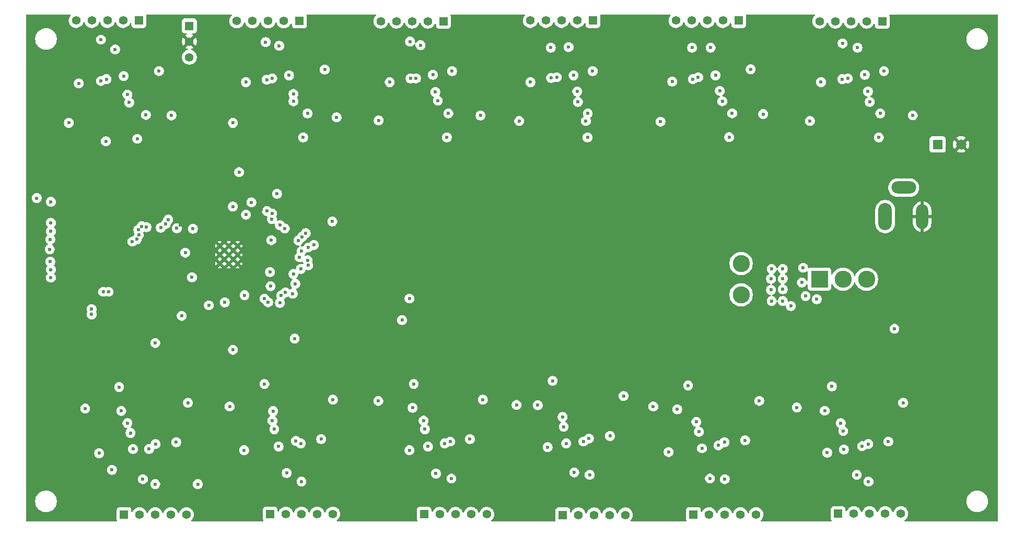
<source format=gbr>
%TF.GenerationSoftware,KiCad,Pcbnew,9.0.0*%
%TF.CreationDate,2025-04-24T16:42:49+01:00*%
%TF.ProjectId,DST,4453542e-6b69-4636-9164-5f7063625858,rev?*%
%TF.SameCoordinates,Original*%
%TF.FileFunction,Copper,L2,Inr*%
%TF.FilePolarity,Positive*%
%FSLAX46Y46*%
G04 Gerber Fmt 4.6, Leading zero omitted, Abs format (unit mm)*
G04 Created by KiCad (PCBNEW 9.0.0) date 2025-04-24 16:42:49*
%MOMM*%
%LPD*%
G01*
G04 APERTURE LIST*
%TA.AperFunction,ComponentPad*%
%ADD10R,1.398000X1.398000*%
%TD*%
%TA.AperFunction,ComponentPad*%
%ADD11C,1.398000*%
%TD*%
%TA.AperFunction,HeatsinkPad*%
%ADD12C,0.500000*%
%TD*%
%TA.AperFunction,ComponentPad*%
%ADD13O,2.200000X4.400000*%
%TD*%
%TA.AperFunction,ComponentPad*%
%ADD14O,2.000000X4.000000*%
%TD*%
%TA.AperFunction,ComponentPad*%
%ADD15O,4.000000X2.000000*%
%TD*%
%TA.AperFunction,ComponentPad*%
%ADD16R,2.775000X2.775000*%
%TD*%
%TA.AperFunction,ComponentPad*%
%ADD17C,2.775000*%
%TD*%
%TA.AperFunction,ComponentPad*%
%ADD18R,1.650000X1.650000*%
%TD*%
%TA.AperFunction,ComponentPad*%
%ADD19C,1.650000*%
%TD*%
%TA.AperFunction,ViaPad*%
%ADD20C,0.600000*%
%TD*%
G04 APERTURE END LIST*
D10*
%TO.N,/SWCLK*%
%TO.C,J2*%
X121137500Y-52160000D03*
D11*
%TO.N,GND*%
X121137500Y-54700000D03*
%TO.N,/SWD*%
X121137500Y-57240000D03*
%TD*%
D10*
%TO.N,/OUT1A12*%
%TO.C,J29*%
X112940000Y-51300000D03*
D11*
%TO.N,/OUT1B12*%
X110400000Y-51300000D03*
%TO.N,/OUT2A12*%
X107860000Y-51300000D03*
%TO.N,/OUT2B12*%
X105320000Y-51300000D03*
%TO.N,+3V3*%
X102780000Y-51300000D03*
%TD*%
D12*
%TO.N,GND*%
%TO.C,U1*%
X128962500Y-90737500D03*
X128962500Y-89287500D03*
X128962500Y-87837500D03*
X127512500Y-90737500D03*
X127512500Y-89287500D03*
X127512500Y-87837500D03*
X126062500Y-90737500D03*
X126062500Y-89287500D03*
X126062500Y-87837500D03*
%TD*%
D10*
%TO.N,/OUT1A4*%
%TO.C,J24*%
X181640000Y-131500000D03*
D11*
%TO.N,/OUT1B4*%
X184180000Y-131500000D03*
%TO.N,/OUT2A4*%
X186720000Y-131500000D03*
%TO.N,/OUT2B4*%
X189260000Y-131500000D03*
%TO.N,+3V3*%
X191800000Y-131500000D03*
%TD*%
D10*
%TO.N,/OUT1A5*%
%TO.C,J26*%
X202820000Y-131437500D03*
D11*
%TO.N,/OUT1B5*%
X205360000Y-131437500D03*
%TO.N,/OUT2A5*%
X207900000Y-131437500D03*
%TO.N,/OUT2B5*%
X210440000Y-131437500D03*
%TO.N,+3V3*%
X212980000Y-131437500D03*
%TD*%
D10*
%TO.N,/OUT1A3*%
%TO.C,J22*%
X159180000Y-131400000D03*
D11*
%TO.N,/OUT1B3*%
X161720000Y-131400000D03*
%TO.N,/OUT2A3*%
X164260000Y-131400000D03*
%TO.N,/OUT2B3*%
X166800000Y-131400000D03*
%TO.N,+3V3*%
X169340000Y-131400000D03*
%TD*%
D13*
%TO.N,/12V_IN*%
%TO.C,J13*%
X233900000Y-83100000D03*
D14*
%TO.N,GND*%
X239900000Y-83100000D03*
D15*
%TO.N,unconnected-(J13-Pad3)*%
X236900000Y-78400000D03*
%TD*%
D10*
%TO.N,/OUT1A2*%
%TO.C,J20*%
X134220000Y-131337500D03*
D11*
%TO.N,/OUT1B2*%
X136760000Y-131337500D03*
%TO.N,/OUT2A2*%
X139300000Y-131337500D03*
%TO.N,/OUT2B2*%
X141840000Y-131337500D03*
%TO.N,+3V3*%
X144380000Y-131337500D03*
%TD*%
D10*
%TO.N,/OUT1A7*%
%TO.C,J19*%
X233440000Y-51400000D03*
D11*
%TO.N,/OUT1B7*%
X230900000Y-51400000D03*
%TO.N,/OUT2A7*%
X228360000Y-51400000D03*
%TO.N,/OUT2B7*%
X225820000Y-51400000D03*
%TO.N,+3V3*%
X223280000Y-51400000D03*
%TD*%
D10*
%TO.N,/OUT1A10*%
%TO.C,J25*%
X162320000Y-51400000D03*
D11*
%TO.N,/OUT1B10*%
X159780000Y-51400000D03*
%TO.N,/OUT2A10*%
X157240000Y-51400000D03*
%TO.N,/OUT2B10*%
X154700000Y-51400000D03*
%TO.N,+3V3*%
X152160000Y-51400000D03*
%TD*%
D16*
%TO.N,+12V*%
%TO.C,S1*%
X223250000Y-93250000D03*
D17*
%TO.N,Net-(D2-K)*%
X227060000Y-93250000D03*
%TO.N,unconnected-(S1-Pad3)*%
X230870000Y-93250000D03*
%TO.N,N/C*%
X210550000Y-95790000D03*
X210550000Y-90710000D03*
%TD*%
D10*
%TO.N,/OUT1A1*%
%TO.C,J18*%
X110520000Y-131437500D03*
D11*
%TO.N,/OUT1B1*%
X113060000Y-131437500D03*
%TO.N,/OUT2A1*%
X115600000Y-131437500D03*
%TO.N,/OUT2B1*%
X118140000Y-131437500D03*
%TO.N,+3V3*%
X120680000Y-131437500D03*
%TD*%
D10*
%TO.N,/OUT1A11*%
%TO.C,J27*%
X138980000Y-51362500D03*
D11*
%TO.N,/OUT1B11*%
X136440000Y-51362500D03*
%TO.N,/OUT2A11*%
X133900000Y-51362500D03*
%TO.N,/OUT2B11*%
X131360000Y-51362500D03*
%TO.N,+3V3*%
X128820000Y-51362500D03*
%TD*%
D10*
%TO.N,/OUT1A6*%
%TO.C,J28*%
X226280000Y-131300000D03*
D11*
%TO.N,/OUT1B6*%
X228820000Y-131300000D03*
%TO.N,/OUT2A6*%
X231360000Y-131300000D03*
%TO.N,/OUT2B6*%
X233900000Y-131300000D03*
%TO.N,+3V3*%
X236440000Y-131300000D03*
%TD*%
D18*
%TO.N,/12V_IN*%
%TO.C,J1*%
X242390000Y-71400000D03*
D19*
%TO.N,GND*%
X246200000Y-71400000D03*
%TD*%
D10*
%TO.N,/OUT1A9*%
%TO.C,J23*%
X186540000Y-51300000D03*
D11*
%TO.N,/OUT1B9*%
X184000000Y-51300000D03*
%TO.N,/OUT2A9*%
X181460000Y-51300000D03*
%TO.N,/OUT2B9*%
X178920000Y-51300000D03*
%TO.N,+3V3*%
X176380000Y-51300000D03*
%TD*%
D10*
%TO.N,/OUT1A8*%
%TO.C,J21*%
X210140000Y-51300000D03*
D11*
%TO.N,/OUT1B8*%
X207600000Y-51300000D03*
%TO.N,/OUT2A8*%
X205060000Y-51300000D03*
%TO.N,/OUT2B8*%
X202520000Y-51300000D03*
%TO.N,+3V3*%
X199980000Y-51300000D03*
%TD*%
D20*
%TO.N,GND*%
X104142500Y-58695000D03*
X185000000Y-122500000D03*
X113200000Y-61490000D03*
X200455000Y-111500000D03*
X98450000Y-64900000D03*
X224750000Y-119651000D03*
X203115000Y-64725000D03*
X148615000Y-64500000D03*
X171750000Y-115500000D03*
X233365000Y-61250000D03*
X128300000Y-100200000D03*
X203600000Y-57000000D03*
X200115000Y-70225000D03*
X119666341Y-84432245D03*
X138295000Y-123000000D03*
X107700000Y-84300000D03*
X115250000Y-116250000D03*
X141070000Y-69250000D03*
X216072500Y-115662500D03*
X180160000Y-64750000D03*
X179500000Y-118750000D03*
X107700000Y-57740000D03*
X117700000Y-89000000D03*
X194365000Y-64975000D03*
X133800000Y-98301000D03*
X157000000Y-119250000D03*
X209115000Y-61225000D03*
X148600000Y-99000000D03*
X164365000Y-69250000D03*
X187160000Y-69250000D03*
X114750000Y-123500000D03*
X118250000Y-110750000D03*
X124000000Y-116000000D03*
X163365000Y-61250000D03*
X102400000Y-95900000D03*
X177160000Y-70250000D03*
X100200000Y-100400000D03*
X157500000Y-108250000D03*
X234365000Y-69250000D03*
X171410000Y-64700000D03*
X178500000Y-110750000D03*
X230750000Y-116151000D03*
X155700000Y-87600000D03*
X230250000Y-123401000D03*
X109250000Y-119750000D03*
X140070000Y-61250000D03*
X136300000Y-89800000D03*
X154307500Y-58705000D03*
X125320000Y-64900000D03*
X239750000Y-96750000D03*
X224365000Y-58680000D03*
X125325735Y-80074265D03*
X104200000Y-70490000D03*
X134070000Y-64750000D03*
X162500000Y-123000000D03*
X136900000Y-87000000D03*
X119800000Y-93700000D03*
X188500000Y-109750000D03*
X107200000Y-64990000D03*
X132800000Y-82000000D03*
X105000000Y-76600000D03*
X200115000Y-58475000D03*
X151300000Y-75800000D03*
X233750000Y-110651000D03*
X124000000Y-100100000D03*
X239322500Y-115813500D03*
X180660000Y-57500000D03*
X157865000Y-57500000D03*
X206955000Y-123250000D03*
X136800000Y-92300000D03*
X218865000Y-65000000D03*
X185500000Y-115250000D03*
X163000000Y-115750000D03*
X131070000Y-70250000D03*
X147412500Y-115662500D03*
X154365000Y-70250000D03*
X193912500Y-115162500D03*
X210115000Y-69225000D03*
X224365000Y-70250000D03*
X201455000Y-119500000D03*
X210455000Y-110500000D03*
X227865000Y-57500000D03*
X242500000Y-104000000D03*
X227365000Y-64750000D03*
X131795000Y-111250000D03*
X151600000Y-77800000D03*
X141795000Y-110250000D03*
X134570000Y-57500000D03*
X127900000Y-78700000D03*
X138795000Y-115750000D03*
X131057500Y-58705000D03*
X207455000Y-116000000D03*
X156000000Y-111250000D03*
X114200000Y-69490000D03*
X108250000Y-111750000D03*
X151200000Y-80000000D03*
X132795000Y-119250000D03*
X138400000Y-104300000D03*
X157365000Y-64750000D03*
X223750000Y-111651000D03*
X186160000Y-61250000D03*
X166000000Y-110250000D03*
%TO.N,/OUT1B1*%
X111600000Y-118200000D03*
X108600000Y-124200000D03*
%TO.N,/OUT2A1*%
X122500000Y-126500000D03*
X115600000Y-126500000D03*
X115650000Y-120000000D03*
%TO.N,/OUT1A1*%
X114600000Y-120800000D03*
X113600000Y-125700000D03*
%TO.N,/OUT1A2*%
X136900000Y-124700000D03*
X138395000Y-119500000D03*
%TO.N,/OUT2A2*%
X139300000Y-126100000D03*
X139195000Y-119900000D03*
%TO.N,/OUT1B2*%
X134900000Y-117600000D03*
%TO.N,/OUT2A3*%
X163600000Y-125600000D03*
X163400000Y-119600000D03*
%TO.N,/OUT1B3*%
X159300000Y-117600000D03*
%TO.N,/OUT1A3*%
X161100000Y-124800000D03*
X162500000Y-119900000D03*
%TO.N,/OUT2A4*%
X186000000Y-125000000D03*
X185900000Y-119100000D03*
%TO.N,/OUT1B4*%
X181800000Y-117200000D03*
%TO.N,/OUT1A4*%
X183500000Y-124600000D03*
X185000000Y-119600000D03*
%TO.N,/OUT1A5*%
X206900000Y-120200000D03*
X205500000Y-125600000D03*
%TO.N,/OUT1B5*%
X203700000Y-118000000D03*
%TO.N,/OUT2A5*%
X207900000Y-125700000D03*
X207855000Y-119700000D03*
%TO.N,/OUT1A6*%
X230146568Y-120352961D03*
X229300000Y-125000000D03*
%TO.N,/OUT1B6*%
X227100000Y-117900000D03*
%TO.N,/OUT2A6*%
X231150000Y-120000000D03*
X231200000Y-126100000D03*
%TO.N,/OUT1B7*%
X231100000Y-62800000D03*
%TO.N,/OUT2A7*%
X227000000Y-55000000D03*
X226965000Y-60800000D03*
%TO.N,/OUT1A7*%
X229400000Y-55700000D03*
X227860821Y-60674723D03*
%TO.N,/OUT1A8*%
X205600000Y-55700000D03*
X203600000Y-60500000D03*
%TO.N,/OUT1B8*%
X207100000Y-62700000D03*
%TO.N,/OUT2A8*%
X202600000Y-55700000D03*
X202715000Y-60800000D03*
%TO.N,/OUT1B9*%
X184000000Y-62800000D03*
%TO.N,/OUT2A9*%
X179700000Y-55700000D03*
X179760000Y-60600000D03*
%TO.N,/OUT1A9*%
X180700000Y-60500000D03*
X182600000Y-55600000D03*
%TO.N,/OUT1B10*%
X161000000Y-62900000D03*
%TO.N,/OUT1A10*%
X157860821Y-60674723D03*
X158600000Y-55300000D03*
%TO.N,/OUT2A10*%
X156965000Y-60700000D03*
X156900000Y-54700000D03*
%TO.N,/OUT1A11*%
X135700000Y-55400000D03*
X134564246Y-60677178D03*
%TO.N,/OUT2A11*%
X133670000Y-60900000D03*
X133500000Y-54800000D03*
%TO.N,/OUT1B11*%
X138000000Y-63200000D03*
%TO.N,/OUT1A12*%
X107700000Y-60800000D03*
X109100000Y-56000000D03*
%TO.N,/OUT1B12*%
X111100000Y-63300000D03*
%TO.N,/OUT2A12*%
X106800000Y-61100000D03*
X106800000Y-54400000D03*
%TO.N,+3V3*%
X134424265Y-86924265D03*
X196322500Y-113912500D03*
X214115000Y-66475000D03*
X145000000Y-67000000D03*
X121554725Y-92945675D03*
X180000000Y-109750000D03*
X128195261Y-81473760D03*
X201955000Y-110500000D03*
X219572500Y-114063500D03*
X118245000Y-66690000D03*
X157500000Y-110250000D03*
X130312500Y-82800000D03*
X121708698Y-85085504D03*
X130073988Y-95850241D03*
X162865000Y-70250000D03*
X144300000Y-83900000D03*
X225250000Y-110651000D03*
X133295000Y-110250000D03*
X127662500Y-113912500D03*
X134206196Y-92093804D03*
X109750000Y-110750000D03*
X120479438Y-88955691D03*
X138200000Y-102900000D03*
X174162500Y-113662500D03*
X185660000Y-70250000D03*
X126875191Y-97023306D03*
X139570000Y-70250000D03*
X151750000Y-113000000D03*
X238365000Y-66680000D03*
X185400000Y-67600000D03*
X119900000Y-99200000D03*
X112700000Y-70490000D03*
X232865000Y-70250000D03*
X124300000Y-97500000D03*
X156800000Y-96400000D03*
X135345000Y-79410000D03*
X208615000Y-70225000D03*
X168307500Y-66705000D03*
X104250000Y-114250000D03*
%TO.N,/DIR12*%
X111400000Y-64600000D03*
X131200000Y-80800000D03*
%TO.N,/DIR9*%
X140000000Y-85785232D03*
X184100000Y-64500000D03*
%TO.N,/DIR1*%
X111100000Y-116600000D03*
X128200000Y-104700000D03*
X133900000Y-97000000D03*
%TO.N,/DIR8*%
X207500000Y-64400000D03*
X138791092Y-86985232D03*
%TO.N,/EXT_GPIO1*%
X117300000Y-84300000D03*
X96400000Y-80100000D03*
%TO.N,/STEP1*%
X133300000Y-96400000D03*
X110100000Y-114625000D03*
X115600000Y-103600000D03*
%TO.N,/STEP6*%
X224100000Y-114600000D03*
X140303976Y-90205781D03*
%TO.N,/DIR6*%
X139000000Y-89700000D03*
X226700000Y-116600000D03*
%TO.N,/DIR2*%
X134300000Y-94400000D03*
X134600000Y-116200000D03*
%TO.N,/STEP10*%
X163100000Y-66375000D03*
X136600000Y-85028000D03*
%TO.N,/STEP4*%
X177600000Y-113700000D03*
X138300000Y-94000000D03*
%TO.N,/DIR3*%
X136700000Y-95400000D03*
X159100000Y-116200000D03*
%TO.N,/STEP11*%
X140300000Y-66375000D03*
X134500000Y-83500000D03*
%TO.N,/STEP8*%
X209100000Y-66350000D03*
X141300000Y-87700000D03*
%TO.N,/DIR7*%
X140400000Y-88100000D03*
X231400000Y-64500000D03*
%TO.N,/STEP7*%
X233100000Y-66375000D03*
X139300000Y-88700000D03*
%TO.N,/DIR5*%
X140400000Y-91000000D03*
X203300000Y-116400000D03*
%TO.N,/STEP12*%
X114100000Y-66600000D03*
X133700000Y-82200000D03*
%TO.N,/STEP9*%
X185700000Y-66375000D03*
X139400000Y-86385232D03*
%TO.N,/STEP3*%
X157300000Y-114125000D03*
X136000000Y-95900000D03*
%TO.N,/DIR4*%
X138000000Y-92400000D03*
X181600000Y-115600000D03*
%TO.N,/EXT_GPIO5*%
X113395836Y-84678014D03*
X98600000Y-86800000D03*
%TO.N,/STEP5*%
X139200000Y-91600000D03*
X200200000Y-114375000D03*
%TO.N,/STEP2*%
X134700000Y-114650000D03*
X135800000Y-97100000D03*
%TO.N,/DIR10*%
X161400000Y-64300000D03*
X135800000Y-84500000D03*
%TO.N,/DIR11*%
X138000000Y-64400000D03*
X134551470Y-82600000D03*
%TO.N,/EXT_GPIO4*%
X114184097Y-84814569D03*
X98700000Y-85500000D03*
%TO.N,/RESET_N*%
X107600000Y-70900000D03*
X117700000Y-83600000D03*
X129200000Y-75900000D03*
%TO.N,/EXT_GPIO6*%
X112850743Y-85263572D03*
X98500000Y-88400000D03*
%TO.N,/EXT_GPIO9*%
X111900000Y-87163862D03*
X98700000Y-93000000D03*
%TO.N,/EXT_GPIO3*%
X98700000Y-84100000D03*
X119100653Y-84997931D03*
%TO.N,/EXT_GPIO7*%
X112966637Y-86055135D03*
X98600000Y-90400000D03*
%TO.N,/EXT_GPIO8*%
X112632316Y-86781931D03*
X98700000Y-91700000D03*
%TO.N,/EXT_GPIO2*%
X116500000Y-84900000D03*
X98700000Y-80700000D03*
%TO.N,/GPIO0*%
X137900000Y-95600000D03*
X155600000Y-99900000D03*
%TO.N,/USB_D-*%
X107175000Y-95300000D03*
X105300000Y-98125000D03*
%TO.N,/USB_D+*%
X108025000Y-95300000D03*
X105300000Y-98975000D03*
%TO.N,+12V*%
X101600000Y-67900000D03*
X130000000Y-121000000D03*
X221700000Y-67600000D03*
X197500000Y-67700000D03*
X217300000Y-96800000D03*
X215500000Y-91600000D03*
X212100000Y-59200000D03*
X222800000Y-96500000D03*
X191500000Y-112200000D03*
X213500000Y-113000000D03*
X234400000Y-119600000D03*
X168700000Y-112800000D03*
X160600000Y-60100000D03*
X130300000Y-61300000D03*
X206400000Y-60200000D03*
X112000000Y-120800000D03*
X120900000Y-113300000D03*
X174600000Y-67600000D03*
X217300000Y-93200000D03*
X151800000Y-67500000D03*
X204200000Y-120700000D03*
X143070000Y-59250000D03*
X142500000Y-119200000D03*
X198800000Y-121300000D03*
X189300000Y-118700000D03*
X215500000Y-96800000D03*
X220600000Y-91400000D03*
X182200000Y-119900000D03*
X179200000Y-120500000D03*
X223500000Y-61300000D03*
X176400000Y-61300000D03*
X221000000Y-96000000D03*
X106500000Y-121500000D03*
X156800000Y-121000000D03*
X186500000Y-59500000D03*
X235400000Y-101300000D03*
X153600000Y-61300000D03*
X220400000Y-93800000D03*
X163700000Y-59500000D03*
X128200000Y-67900000D03*
X215400000Y-95000000D03*
X166600000Y-119200000D03*
X236800000Y-113300000D03*
X217300000Y-94900000D03*
X211200000Y-119400000D03*
X218600000Y-97600000D03*
X215400000Y-93200000D03*
X224500000Y-121400000D03*
X116200000Y-59490000D03*
X233700000Y-59500000D03*
X159800000Y-120400000D03*
X144400000Y-112800000D03*
X103200000Y-61500000D03*
X119000000Y-119700000D03*
X217300000Y-91600000D03*
X135600000Y-120400000D03*
X183400000Y-60200000D03*
X227200000Y-120900000D03*
X137300000Y-60200000D03*
X199400000Y-61200000D03*
X110500000Y-60300000D03*
X230600000Y-60100000D03*
%TD*%
%TA.AperFunction,Conductor*%
%TO.N,GND*%
G36*
X96743330Y-130618911D02*
G01*
X96743338Y-130618918D01*
X96743339Y-130618919D01*
X96787905Y-130653116D01*
X96925382Y-130758607D01*
X96925385Y-130758608D01*
X96925388Y-130758611D01*
X97124112Y-130873344D01*
X97124117Y-130873346D01*
X97124123Y-130873349D01*
X97212023Y-130909758D01*
X97336113Y-130961158D01*
X97557762Y-131020548D01*
X97785266Y-131050500D01*
X97785273Y-131050500D01*
X98014727Y-131050500D01*
X98014734Y-131050500D01*
X98242238Y-131020548D01*
X98463887Y-130961158D01*
X98669817Y-130875858D01*
X98675876Y-130873349D01*
X98675876Y-130873348D01*
X98675888Y-130873344D01*
X98874612Y-130758611D01*
X99056661Y-130618919D01*
X99056665Y-130618914D01*
X99056670Y-130618911D01*
X99175580Y-130500000D01*
X109375774Y-130500000D01*
X109326908Y-130631017D01*
X109322575Y-130671324D01*
X109320501Y-130690623D01*
X109320500Y-130690635D01*
X109320500Y-132184370D01*
X109320501Y-132184376D01*
X109326908Y-132243983D01*
X109378448Y-132382167D01*
X109383432Y-132451859D01*
X109349947Y-132513182D01*
X109288624Y-132546666D01*
X109262266Y-132549500D01*
X94824500Y-132549500D01*
X94757461Y-132529815D01*
X94711706Y-132477011D01*
X94700500Y-132425500D01*
X94700500Y-130500000D01*
X96624419Y-130500000D01*
X96743330Y-130618911D01*
G37*
%TD.AperFunction*%
%TA.AperFunction,Conductor*%
G36*
X133026908Y-130531017D02*
G01*
X133021097Y-130585070D01*
X133020501Y-130590623D01*
X133020500Y-130590635D01*
X133020500Y-132084370D01*
X133020501Y-132084376D01*
X133026908Y-132143983D01*
X133077202Y-132278828D01*
X133077204Y-132278831D01*
X133131371Y-132351189D01*
X133155789Y-132416652D01*
X133140938Y-132484926D01*
X133091533Y-132534331D01*
X133032105Y-132549500D01*
X121563711Y-132549500D01*
X121496672Y-132529815D01*
X121450917Y-132477011D01*
X121440973Y-132407853D01*
X121469998Y-132344297D01*
X121476030Y-132337819D01*
X121535021Y-132278828D01*
X121594927Y-132218922D01*
X121705904Y-132066175D01*
X121791620Y-131897948D01*
X121849964Y-131718384D01*
X121879500Y-131531903D01*
X121879500Y-131343097D01*
X121855213Y-131189754D01*
X121849964Y-131156615D01*
X121814969Y-131048913D01*
X121791620Y-130977052D01*
X121791618Y-130977049D01*
X121791618Y-130977047D01*
X121721560Y-130839552D01*
X121705904Y-130808825D01*
X121594927Y-130656078D01*
X121461422Y-130522573D01*
X121430353Y-130500000D01*
X133038477Y-130500000D01*
X133026908Y-130531017D01*
G37*
%TD.AperFunction*%
%TA.AperFunction,Conductor*%
G36*
X157986908Y-130593517D02*
G01*
X157982877Y-130631016D01*
X157980501Y-130653123D01*
X157980500Y-130653135D01*
X157980500Y-132146870D01*
X157980501Y-132146876D01*
X157986908Y-132206483D01*
X158037202Y-132341328D01*
X158037204Y-132341331D01*
X158044583Y-132351188D01*
X158069001Y-132416652D01*
X158054150Y-132484925D01*
X158004746Y-132534331D01*
X157945317Y-132549500D01*
X145134169Y-132549500D01*
X145067130Y-132529815D01*
X145021375Y-132477011D01*
X145011431Y-132407853D01*
X145040456Y-132344297D01*
X145061283Y-132325182D01*
X145161422Y-132252427D01*
X145294927Y-132118922D01*
X145405904Y-131966175D01*
X145491620Y-131797948D01*
X145549964Y-131618384D01*
X145579500Y-131431903D01*
X145579500Y-131243097D01*
X145568635Y-131174498D01*
X145549964Y-131056615D01*
X145517399Y-130956391D01*
X145491620Y-130877052D01*
X145491618Y-130877049D01*
X145491618Y-130877047D01*
X145428478Y-130753129D01*
X145405904Y-130708825D01*
X145294927Y-130556078D01*
X145238849Y-130500000D01*
X158021787Y-130500000D01*
X157986908Y-130593517D01*
G37*
%TD.AperFunction*%
%TA.AperFunction,Conductor*%
G36*
X180497204Y-130558668D02*
G01*
X180497202Y-130558671D01*
X180446908Y-130693517D01*
X180440501Y-130753116D01*
X180440501Y-130753123D01*
X180440500Y-130753135D01*
X180440500Y-132246870D01*
X180440501Y-132246876D01*
X180446908Y-132306483D01*
X180475137Y-132382167D01*
X180480121Y-132451859D01*
X180446636Y-132513182D01*
X180385312Y-132546666D01*
X180358955Y-132549500D01*
X170180192Y-132549500D01*
X170113153Y-132529815D01*
X170067398Y-132477011D01*
X170057454Y-132407853D01*
X170086479Y-132344297D01*
X170107301Y-132325186D01*
X170121422Y-132314927D01*
X170254927Y-132181422D01*
X170365904Y-132028675D01*
X170451620Y-131860448D01*
X170509964Y-131680884D01*
X170539500Y-131494403D01*
X170539500Y-131305597D01*
X170525803Y-131219116D01*
X170509964Y-131119115D01*
X170470008Y-130996144D01*
X170451620Y-130939552D01*
X170451618Y-130939549D01*
X170451618Y-130939547D01*
X170390140Y-130818891D01*
X170365904Y-130771325D01*
X170254927Y-130618578D01*
X170136349Y-130500000D01*
X180541124Y-130500000D01*
X180497204Y-130558668D01*
G37*
%TD.AperFunction*%
%TA.AperFunction,Conductor*%
G36*
X201626908Y-130631017D02*
G01*
X201622575Y-130671324D01*
X201620501Y-130690623D01*
X201620500Y-130690635D01*
X201620500Y-132184370D01*
X201620501Y-132184376D01*
X201626908Y-132243983D01*
X201678448Y-132382167D01*
X201683432Y-132451859D01*
X201649947Y-132513182D01*
X201588624Y-132546666D01*
X201562266Y-132549500D01*
X192746211Y-132549500D01*
X192679172Y-132529815D01*
X192633417Y-132477011D01*
X192623473Y-132407853D01*
X192652498Y-132344297D01*
X192658530Y-132337819D01*
X192681426Y-132314923D01*
X192714927Y-132281422D01*
X192825904Y-132128675D01*
X192911620Y-131960448D01*
X192969964Y-131780884D01*
X192999500Y-131594403D01*
X192999500Y-131405597D01*
X192983661Y-131305597D01*
X192969964Y-131219115D01*
X192930008Y-131096144D01*
X192911620Y-131039552D01*
X192911618Y-131039549D01*
X192911618Y-131039547D01*
X192850140Y-130918891D01*
X192825904Y-130871325D01*
X192714927Y-130718578D01*
X192581422Y-130585073D01*
X192537455Y-130553129D01*
X192464329Y-130500000D01*
X201675774Y-130500000D01*
X201626908Y-130631017D01*
G37*
%TD.AperFunction*%
%TA.AperFunction,Conductor*%
G36*
X225082877Y-130531016D02*
G01*
X225080501Y-130553123D01*
X225080500Y-130553135D01*
X225080500Y-132046870D01*
X225080501Y-132046876D01*
X225086908Y-132106483D01*
X225137202Y-132241328D01*
X225137203Y-132241330D01*
X225167216Y-132281422D01*
X225214284Y-132344297D01*
X225219444Y-132351189D01*
X225243861Y-132416653D01*
X225229010Y-132484926D01*
X225179605Y-132534332D01*
X225120177Y-132549500D01*
X213863711Y-132549500D01*
X213796672Y-132529815D01*
X213750917Y-132477011D01*
X213740973Y-132407853D01*
X213769998Y-132344297D01*
X213776030Y-132337819D01*
X213835021Y-132278828D01*
X213894927Y-132218922D01*
X214005904Y-132066175D01*
X214091620Y-131897948D01*
X214149964Y-131718384D01*
X214179500Y-131531903D01*
X214179500Y-131343097D01*
X214155213Y-131189754D01*
X214149964Y-131156615D01*
X214114969Y-131048913D01*
X214091620Y-130977052D01*
X214091618Y-130977049D01*
X214091618Y-130977047D01*
X214021560Y-130839552D01*
X214005904Y-130808825D01*
X213894927Y-130656078D01*
X213761422Y-130522573D01*
X213730353Y-130500000D01*
X225086211Y-130500000D01*
X225082877Y-130531016D01*
G37*
%TD.AperFunction*%
%TA.AperFunction,Conductor*%
G36*
X252142539Y-50320185D02*
G01*
X252188294Y-50372989D01*
X252199500Y-50424500D01*
X252199500Y-132425500D01*
X252179815Y-132492539D01*
X252127011Y-132538294D01*
X252075500Y-132549500D01*
X237142555Y-132549500D01*
X237075516Y-132529815D01*
X237029761Y-132477011D01*
X237019817Y-132407853D01*
X237048842Y-132344297D01*
X237069669Y-132325182D01*
X237083789Y-132314923D01*
X237221422Y-132214927D01*
X237354927Y-132081422D01*
X237465904Y-131928675D01*
X237551620Y-131760448D01*
X237609964Y-131580884D01*
X237639500Y-131394403D01*
X237639500Y-131205597D01*
X237625803Y-131119116D01*
X237609964Y-131019115D01*
X237564551Y-130879349D01*
X237551620Y-130839552D01*
X237551618Y-130839549D01*
X237551618Y-130839547D01*
X237506400Y-130750804D01*
X237465904Y-130671325D01*
X237354927Y-130518578D01*
X237336349Y-130500000D01*
X247524419Y-130500000D01*
X247643330Y-130618911D01*
X247643338Y-130618918D01*
X247643339Y-130618919D01*
X247687905Y-130653116D01*
X247825382Y-130758607D01*
X247825385Y-130758608D01*
X247825388Y-130758611D01*
X248024112Y-130873344D01*
X248024117Y-130873346D01*
X248024123Y-130873349D01*
X248112023Y-130909758D01*
X248236113Y-130961158D01*
X248457762Y-131020548D01*
X248685266Y-131050500D01*
X248685273Y-131050500D01*
X248914727Y-131050500D01*
X248914734Y-131050500D01*
X249142238Y-131020548D01*
X249363887Y-130961158D01*
X249569817Y-130875858D01*
X249575876Y-130873349D01*
X249575876Y-130873348D01*
X249575888Y-130873344D01*
X249774612Y-130758611D01*
X249956661Y-130618919D01*
X249956665Y-130618914D01*
X249956670Y-130618911D01*
X250118911Y-130456670D01*
X250118914Y-130456665D01*
X250118919Y-130456661D01*
X250258611Y-130274612D01*
X250373344Y-130075888D01*
X250461158Y-129863887D01*
X250520548Y-129642238D01*
X250550500Y-129414734D01*
X250550500Y-129185266D01*
X250520548Y-128957762D01*
X250461158Y-128736113D01*
X250373344Y-128524112D01*
X250258611Y-128325388D01*
X250258608Y-128325385D01*
X250258607Y-128325382D01*
X250118918Y-128143338D01*
X250118911Y-128143330D01*
X249956670Y-127981089D01*
X249956661Y-127981081D01*
X249774617Y-127841392D01*
X249575890Y-127726657D01*
X249575876Y-127726650D01*
X249363887Y-127638842D01*
X249142238Y-127579452D01*
X249099999Y-127573891D01*
X248914741Y-127549500D01*
X248914734Y-127549500D01*
X248685266Y-127549500D01*
X248685258Y-127549500D01*
X248500000Y-127573891D01*
X248500000Y-56026108D01*
X248685266Y-56050500D01*
X248685273Y-56050500D01*
X248914727Y-56050500D01*
X248914734Y-56050500D01*
X249142238Y-56020548D01*
X249363887Y-55961158D01*
X249575888Y-55873344D01*
X249774612Y-55758611D01*
X249956661Y-55618919D01*
X249956665Y-55618914D01*
X249956670Y-55618911D01*
X250118911Y-55456670D01*
X250118914Y-55456665D01*
X250118919Y-55456661D01*
X250258611Y-55274612D01*
X250373344Y-55075888D01*
X250461158Y-54863887D01*
X250520548Y-54642238D01*
X250550500Y-54414734D01*
X250550500Y-54185266D01*
X250520548Y-53957762D01*
X250461158Y-53736113D01*
X250373344Y-53524112D01*
X250258611Y-53325388D01*
X250258608Y-53325385D01*
X250258607Y-53325382D01*
X250118918Y-53143338D01*
X250118911Y-53143330D01*
X249956670Y-52981089D01*
X249956661Y-52981081D01*
X249774617Y-52841392D01*
X249575890Y-52726657D01*
X249575876Y-52726650D01*
X249363887Y-52638842D01*
X249142238Y-52579452D01*
X249099999Y-52573891D01*
X248914741Y-52549500D01*
X248914734Y-52549500D01*
X248685266Y-52549500D01*
X248685258Y-52549500D01*
X248500000Y-52573891D01*
X248500000Y-50300500D01*
X252075500Y-50300500D01*
X252142539Y-50320185D01*
G37*
%TD.AperFunction*%
%TA.AperFunction,Conductor*%
G36*
X185938581Y-130585070D02*
G01*
X185938575Y-130585075D01*
X185805075Y-130718575D01*
X185694096Y-130871324D01*
X185608381Y-131039547D01*
X185567931Y-131164040D01*
X185528493Y-131221715D01*
X185464134Y-131248913D01*
X185395288Y-131236998D01*
X185343812Y-131189754D01*
X185332069Y-131164040D01*
X185304551Y-131079349D01*
X185291620Y-131039552D01*
X185291618Y-131039549D01*
X185291618Y-131039547D01*
X185230140Y-130918891D01*
X185205904Y-130871325D01*
X185094927Y-130718578D01*
X184961422Y-130585073D01*
X184917455Y-130553129D01*
X184844329Y-130500000D01*
X186055671Y-130500000D01*
X185938581Y-130585070D01*
G37*
%TD.AperFunction*%
%TA.AperFunction,Conductor*%
G36*
X188478581Y-130585070D02*
G01*
X188478575Y-130585075D01*
X188345075Y-130718575D01*
X188234096Y-130871324D01*
X188148381Y-131039547D01*
X188107931Y-131164040D01*
X188068493Y-131221715D01*
X188004134Y-131248913D01*
X187935288Y-131236998D01*
X187883812Y-131189754D01*
X187872069Y-131164040D01*
X187844551Y-131079349D01*
X187831620Y-131039552D01*
X187831618Y-131039549D01*
X187831618Y-131039547D01*
X187770140Y-130918891D01*
X187745904Y-130871325D01*
X187634927Y-130718578D01*
X187501422Y-130585073D01*
X187457455Y-130553129D01*
X187384329Y-130500000D01*
X188595671Y-130500000D01*
X188478581Y-130585070D01*
G37*
%TD.AperFunction*%
%TA.AperFunction,Conductor*%
G36*
X191018581Y-130585070D02*
G01*
X191018575Y-130585075D01*
X190885075Y-130718575D01*
X190774096Y-130871324D01*
X190688381Y-131039547D01*
X190647931Y-131164040D01*
X190608493Y-131221715D01*
X190544134Y-131248913D01*
X190475288Y-131236998D01*
X190423812Y-131189754D01*
X190412069Y-131164040D01*
X190384551Y-131079349D01*
X190371620Y-131039552D01*
X190371618Y-131039549D01*
X190371618Y-131039547D01*
X190310140Y-130918891D01*
X190285904Y-130871325D01*
X190174927Y-130718578D01*
X190041422Y-130585073D01*
X189997455Y-130553129D01*
X189924329Y-130500000D01*
X191135671Y-130500000D01*
X191018581Y-130585070D01*
G37*
%TD.AperFunction*%
%TA.AperFunction,Conductor*%
G36*
X114818575Y-130522575D02*
G01*
X114685075Y-130656075D01*
X114574096Y-130808824D01*
X114488381Y-130977047D01*
X114447931Y-131101540D01*
X114408493Y-131159215D01*
X114344134Y-131186413D01*
X114275288Y-131174498D01*
X114223812Y-131127254D01*
X114212069Y-131101540D01*
X114193648Y-131044847D01*
X114171620Y-130977052D01*
X114171618Y-130977049D01*
X114171618Y-130977047D01*
X114101560Y-130839552D01*
X114085904Y-130808825D01*
X113974927Y-130656078D01*
X113841422Y-130522573D01*
X113810353Y-130500000D01*
X114849647Y-130500000D01*
X114818575Y-130522575D01*
G37*
%TD.AperFunction*%
%TA.AperFunction,Conductor*%
G36*
X117358575Y-130522575D02*
G01*
X117225075Y-130656075D01*
X117114096Y-130808824D01*
X117028381Y-130977047D01*
X116987931Y-131101540D01*
X116948493Y-131159215D01*
X116884134Y-131186413D01*
X116815288Y-131174498D01*
X116763812Y-131127254D01*
X116752069Y-131101540D01*
X116733648Y-131044847D01*
X116711620Y-130977052D01*
X116711618Y-130977049D01*
X116711618Y-130977047D01*
X116641560Y-130839552D01*
X116625904Y-130808825D01*
X116514927Y-130656078D01*
X116381422Y-130522573D01*
X116350353Y-130500000D01*
X117389647Y-130500000D01*
X117358575Y-130522575D01*
G37*
%TD.AperFunction*%
%TA.AperFunction,Conductor*%
G36*
X119898575Y-130522575D02*
G01*
X119765075Y-130656075D01*
X119654096Y-130808824D01*
X119568381Y-130977047D01*
X119527931Y-131101540D01*
X119488493Y-131159215D01*
X119424134Y-131186413D01*
X119355288Y-131174498D01*
X119303812Y-131127254D01*
X119292069Y-131101540D01*
X119273648Y-131044847D01*
X119251620Y-130977052D01*
X119251618Y-130977049D01*
X119251618Y-130977047D01*
X119181560Y-130839552D01*
X119165904Y-130808825D01*
X119054927Y-130656078D01*
X118921422Y-130522573D01*
X118890353Y-130500000D01*
X119929647Y-130500000D01*
X119898575Y-130522575D01*
G37*
%TD.AperFunction*%
%TA.AperFunction,Conductor*%
G36*
X207118575Y-130522575D02*
G01*
X206985075Y-130656075D01*
X206874096Y-130808824D01*
X206788381Y-130977047D01*
X206747931Y-131101540D01*
X206708493Y-131159215D01*
X206644134Y-131186413D01*
X206575288Y-131174498D01*
X206523812Y-131127254D01*
X206512069Y-131101540D01*
X206493648Y-131044847D01*
X206471620Y-130977052D01*
X206471618Y-130977049D01*
X206471618Y-130977047D01*
X206401560Y-130839552D01*
X206385904Y-130808825D01*
X206274927Y-130656078D01*
X206141422Y-130522573D01*
X206110353Y-130500000D01*
X207149647Y-130500000D01*
X207118575Y-130522575D01*
G37*
%TD.AperFunction*%
%TA.AperFunction,Conductor*%
G36*
X209658575Y-130522575D02*
G01*
X209525075Y-130656075D01*
X209414096Y-130808824D01*
X209328381Y-130977047D01*
X209287931Y-131101540D01*
X209248493Y-131159215D01*
X209184134Y-131186413D01*
X209115288Y-131174498D01*
X209063812Y-131127254D01*
X209052069Y-131101540D01*
X209033648Y-131044847D01*
X209011620Y-130977052D01*
X209011618Y-130977049D01*
X209011618Y-130977047D01*
X208941560Y-130839552D01*
X208925904Y-130808825D01*
X208814927Y-130656078D01*
X208681422Y-130522573D01*
X208650353Y-130500000D01*
X209689647Y-130500000D01*
X209658575Y-130522575D01*
G37*
%TD.AperFunction*%
%TA.AperFunction,Conductor*%
G36*
X212198575Y-130522575D02*
G01*
X212065075Y-130656075D01*
X211954096Y-130808824D01*
X211868381Y-130977047D01*
X211827931Y-131101540D01*
X211788493Y-131159215D01*
X211724134Y-131186413D01*
X211655288Y-131174498D01*
X211603812Y-131127254D01*
X211592069Y-131101540D01*
X211573648Y-131044847D01*
X211551620Y-130977052D01*
X211551618Y-130977049D01*
X211551618Y-130977047D01*
X211481560Y-130839552D01*
X211465904Y-130808825D01*
X211354927Y-130656078D01*
X211221422Y-130522573D01*
X211190353Y-130500000D01*
X212229647Y-130500000D01*
X212198575Y-130522575D01*
G37*
%TD.AperFunction*%
%TA.AperFunction,Conductor*%
G36*
X163345075Y-130618575D02*
G01*
X163234096Y-130771324D01*
X163148381Y-130939547D01*
X163107931Y-131064040D01*
X163068493Y-131121715D01*
X163004134Y-131148913D01*
X162935288Y-131136998D01*
X162883812Y-131089754D01*
X162872069Y-131064040D01*
X162844551Y-130979349D01*
X162831620Y-130939552D01*
X162831618Y-130939549D01*
X162831618Y-130939547D01*
X162770140Y-130818891D01*
X162745904Y-130771325D01*
X162634927Y-130618578D01*
X162516349Y-130500000D01*
X163463650Y-130500000D01*
X163345075Y-130618575D01*
G37*
%TD.AperFunction*%
%TA.AperFunction,Conductor*%
G36*
X165885075Y-130618575D02*
G01*
X165774096Y-130771324D01*
X165688381Y-130939547D01*
X165647931Y-131064040D01*
X165608493Y-131121715D01*
X165544134Y-131148913D01*
X165475288Y-131136998D01*
X165423812Y-131089754D01*
X165412069Y-131064040D01*
X165384551Y-130979349D01*
X165371620Y-130939552D01*
X165371618Y-130939549D01*
X165371618Y-130939547D01*
X165310140Y-130818891D01*
X165285904Y-130771325D01*
X165174927Y-130618578D01*
X165056349Y-130500000D01*
X166003650Y-130500000D01*
X165885075Y-130618575D01*
G37*
%TD.AperFunction*%
%TA.AperFunction,Conductor*%
G36*
X168425075Y-130618575D02*
G01*
X168314096Y-130771324D01*
X168228381Y-130939547D01*
X168187931Y-131064040D01*
X168148493Y-131121715D01*
X168084134Y-131148913D01*
X168015288Y-131136998D01*
X167963812Y-131089754D01*
X167952069Y-131064040D01*
X167924551Y-130979349D01*
X167911620Y-130939552D01*
X167911618Y-130939549D01*
X167911618Y-130939547D01*
X167850140Y-130818891D01*
X167825904Y-130771325D01*
X167714927Y-130618578D01*
X167596349Y-130500000D01*
X168543650Y-130500000D01*
X168425075Y-130618575D01*
G37*
%TD.AperFunction*%
%TA.AperFunction,Conductor*%
G36*
X183398581Y-130585070D02*
G01*
X183398575Y-130585075D01*
X183265075Y-130718575D01*
X183154096Y-130871324D01*
X183073984Y-131028553D01*
X183026009Y-131079349D01*
X182958188Y-131096144D01*
X182892053Y-131073606D01*
X182848602Y-131018891D01*
X182839499Y-130972258D01*
X182839499Y-130753129D01*
X182839498Y-130753123D01*
X182839497Y-130753116D01*
X182833091Y-130693517D01*
X182832013Y-130690628D01*
X182782797Y-130558671D01*
X182782795Y-130558668D01*
X182778653Y-130553135D01*
X182738876Y-130500000D01*
X183515671Y-130500000D01*
X183398581Y-130585070D01*
G37*
%TD.AperFunction*%
%TA.AperFunction,Conductor*%
G36*
X138385075Y-130556075D02*
G01*
X138274096Y-130708824D01*
X138188381Y-130877047D01*
X138147931Y-131001540D01*
X138108493Y-131059215D01*
X138044134Y-131086413D01*
X137975288Y-131074498D01*
X137923812Y-131027254D01*
X137912069Y-131001540D01*
X137893648Y-130944847D01*
X137871620Y-130877052D01*
X137871618Y-130877049D01*
X137871618Y-130877047D01*
X137808478Y-130753129D01*
X137785904Y-130708825D01*
X137674927Y-130556078D01*
X137618849Y-130500000D01*
X138441151Y-130500000D01*
X138385075Y-130556075D01*
G37*
%TD.AperFunction*%
%TA.AperFunction,Conductor*%
G36*
X140925075Y-130556075D02*
G01*
X140814096Y-130708824D01*
X140728381Y-130877047D01*
X140687931Y-131001540D01*
X140648493Y-131059215D01*
X140584134Y-131086413D01*
X140515288Y-131074498D01*
X140463812Y-131027254D01*
X140452069Y-131001540D01*
X140433648Y-130944847D01*
X140411620Y-130877052D01*
X140411618Y-130877049D01*
X140411618Y-130877047D01*
X140348478Y-130753129D01*
X140325904Y-130708825D01*
X140214927Y-130556078D01*
X140158849Y-130500000D01*
X140981151Y-130500000D01*
X140925075Y-130556075D01*
G37*
%TD.AperFunction*%
%TA.AperFunction,Conductor*%
G36*
X143465075Y-130556075D02*
G01*
X143354096Y-130708824D01*
X143268381Y-130877047D01*
X143227931Y-131001540D01*
X143188493Y-131059215D01*
X143124134Y-131086413D01*
X143055288Y-131074498D01*
X143003812Y-131027254D01*
X142992069Y-131001540D01*
X142973648Y-130944847D01*
X142951620Y-130877052D01*
X142951618Y-130877049D01*
X142951618Y-130877047D01*
X142888478Y-130753129D01*
X142865904Y-130708825D01*
X142754927Y-130556078D01*
X142698849Y-130500000D01*
X143521151Y-130500000D01*
X143465075Y-130556075D01*
G37*
%TD.AperFunction*%
%TA.AperFunction,Conductor*%
G36*
X230445075Y-130518575D02*
G01*
X230334096Y-130671324D01*
X230248381Y-130839547D01*
X230207931Y-130964040D01*
X230168493Y-131021715D01*
X230104134Y-131048913D01*
X230035288Y-131036998D01*
X229983812Y-130989754D01*
X229972069Y-130964040D01*
X229944551Y-130879349D01*
X229931620Y-130839552D01*
X229931618Y-130839549D01*
X229931618Y-130839547D01*
X229886400Y-130750804D01*
X229845904Y-130671325D01*
X229734927Y-130518578D01*
X229716349Y-130500000D01*
X230463650Y-130500000D01*
X230445075Y-130518575D01*
G37*
%TD.AperFunction*%
%TA.AperFunction,Conductor*%
G36*
X232985075Y-130518575D02*
G01*
X232874096Y-130671324D01*
X232788381Y-130839547D01*
X232747931Y-130964040D01*
X232708493Y-131021715D01*
X232644134Y-131048913D01*
X232575288Y-131036998D01*
X232523812Y-130989754D01*
X232512069Y-130964040D01*
X232484551Y-130879349D01*
X232471620Y-130839552D01*
X232471618Y-130839549D01*
X232471618Y-130839547D01*
X232426400Y-130750804D01*
X232385904Y-130671325D01*
X232274927Y-130518578D01*
X232256349Y-130500000D01*
X233003650Y-130500000D01*
X232985075Y-130518575D01*
G37*
%TD.AperFunction*%
%TA.AperFunction,Conductor*%
G36*
X235525075Y-130518575D02*
G01*
X235414096Y-130671324D01*
X235328381Y-130839547D01*
X235287931Y-130964040D01*
X235248493Y-131021715D01*
X235184134Y-131048913D01*
X235115288Y-131036998D01*
X235063812Y-130989754D01*
X235052069Y-130964040D01*
X235024551Y-130879349D01*
X235011620Y-130839552D01*
X235011618Y-130839549D01*
X235011618Y-130839547D01*
X234966400Y-130750804D01*
X234925904Y-130671325D01*
X234814927Y-130518578D01*
X234796349Y-130500000D01*
X235543650Y-130500000D01*
X235525075Y-130518575D01*
G37*
%TD.AperFunction*%
%TA.AperFunction,Conductor*%
G36*
X112278575Y-130522575D02*
G01*
X112145075Y-130656075D01*
X112034096Y-130808824D01*
X111953984Y-130966053D01*
X111906009Y-131016849D01*
X111838188Y-131033644D01*
X111772053Y-131011106D01*
X111728602Y-130956391D01*
X111719499Y-130909758D01*
X111719499Y-130690629D01*
X111719498Y-130690623D01*
X111719497Y-130690616D01*
X111713091Y-130631017D01*
X111708578Y-130618918D01*
X111664225Y-130500000D01*
X112309647Y-130500000D01*
X112278575Y-130522575D01*
G37*
%TD.AperFunction*%
%TA.AperFunction,Conductor*%
G36*
X204578575Y-130522575D02*
G01*
X204445075Y-130656075D01*
X204334096Y-130808824D01*
X204253984Y-130966053D01*
X204206009Y-131016849D01*
X204138188Y-131033644D01*
X204072053Y-131011106D01*
X204028602Y-130956391D01*
X204019499Y-130909758D01*
X204019499Y-130690629D01*
X204019498Y-130690623D01*
X204019497Y-130690616D01*
X204013091Y-130631017D01*
X204008578Y-130618918D01*
X203964225Y-130500000D01*
X204609647Y-130500000D01*
X204578575Y-130522575D01*
G37*
%TD.AperFunction*%
%TA.AperFunction,Conductor*%
G36*
X160805075Y-130618575D02*
G01*
X160694096Y-130771324D01*
X160613984Y-130928553D01*
X160566009Y-130979349D01*
X160498188Y-130996144D01*
X160432053Y-130973606D01*
X160388602Y-130918891D01*
X160379499Y-130872258D01*
X160379499Y-130653129D01*
X160379498Y-130653123D01*
X160379497Y-130653116D01*
X160373091Y-130593517D01*
X160372014Y-130590629D01*
X160338212Y-130500000D01*
X160923650Y-130500000D01*
X160805075Y-130618575D01*
G37*
%TD.AperFunction*%
%TA.AperFunction,Conductor*%
G36*
X135845075Y-130556075D02*
G01*
X135734096Y-130708824D01*
X135653984Y-130866053D01*
X135606009Y-130916849D01*
X135538188Y-130933644D01*
X135472053Y-130911106D01*
X135428602Y-130856391D01*
X135419499Y-130809758D01*
X135419499Y-130590629D01*
X135419498Y-130590623D01*
X135419497Y-130590616D01*
X135413091Y-130531017D01*
X135413091Y-130531016D01*
X135401523Y-130500000D01*
X135901151Y-130500000D01*
X135845075Y-130556075D01*
G37*
%TD.AperFunction*%
%TA.AperFunction,Conductor*%
G36*
X227905075Y-130518575D02*
G01*
X227794096Y-130671324D01*
X227713984Y-130828553D01*
X227666009Y-130879349D01*
X227598188Y-130896144D01*
X227532053Y-130873606D01*
X227488602Y-130818891D01*
X227479499Y-130772258D01*
X227479499Y-130553129D01*
X227479498Y-130553123D01*
X227473788Y-130500000D01*
X227923650Y-130500000D01*
X227905075Y-130518575D01*
G37*
%TD.AperFunction*%
%TD*%
%TA.AperFunction,Conductor*%
%TO.N,GND*%
G36*
X98000000Y-52549500D02*
G01*
X97785258Y-52549500D01*
X97568715Y-52578009D01*
X97557762Y-52579452D01*
X97464076Y-52604554D01*
X97336112Y-52638842D01*
X97124123Y-52726650D01*
X97124109Y-52726657D01*
X96925382Y-52841392D01*
X96743338Y-52981081D01*
X96581081Y-53143338D01*
X96441392Y-53325382D01*
X96326657Y-53524109D01*
X96326650Y-53524123D01*
X96238842Y-53736112D01*
X96179453Y-53957759D01*
X96179451Y-53957770D01*
X96149500Y-54185258D01*
X96149500Y-54414741D01*
X96174446Y-54604215D01*
X96179452Y-54642238D01*
X96179453Y-54642240D01*
X96238842Y-54863887D01*
X96326650Y-55075876D01*
X96326657Y-55075890D01*
X96441392Y-55274617D01*
X96581081Y-55456661D01*
X96581089Y-55456670D01*
X96743330Y-55618911D01*
X96743338Y-55618918D01*
X96925382Y-55758607D01*
X96925385Y-55758608D01*
X96925388Y-55758611D01*
X97124112Y-55873344D01*
X97124117Y-55873346D01*
X97124123Y-55873349D01*
X97215480Y-55911190D01*
X97336113Y-55961158D01*
X97557762Y-56020548D01*
X97785266Y-56050500D01*
X97785273Y-56050500D01*
X98000000Y-56050500D01*
X98000000Y-80306759D01*
X97990609Y-80320814D01*
X97990602Y-80320827D01*
X97930264Y-80466498D01*
X97930261Y-80466510D01*
X97899500Y-80621153D01*
X97899500Y-80778846D01*
X97930261Y-80933489D01*
X97930264Y-80933501D01*
X97990602Y-81079172D01*
X97990609Y-81079185D01*
X98000000Y-81093239D01*
X98000000Y-83706759D01*
X97990609Y-83720814D01*
X97990602Y-83720827D01*
X97930264Y-83866498D01*
X97930261Y-83866510D01*
X97899500Y-84021153D01*
X97899500Y-84178846D01*
X97930261Y-84333489D01*
X97930264Y-84333501D01*
X97990602Y-84479172D01*
X97990609Y-84479185D01*
X98000000Y-84493239D01*
X98000000Y-85106759D01*
X97990609Y-85120814D01*
X97990602Y-85120827D01*
X97930264Y-85266498D01*
X97930261Y-85266510D01*
X97899500Y-85421153D01*
X97899500Y-85578846D01*
X97930261Y-85733489D01*
X97930264Y-85733501D01*
X97990602Y-85879172D01*
X97990609Y-85879185D01*
X98000000Y-85893239D01*
X98000000Y-86267921D01*
X97978210Y-86289711D01*
X97890609Y-86420814D01*
X97890602Y-86420827D01*
X97830264Y-86566498D01*
X97830261Y-86566510D01*
X97799500Y-86721153D01*
X97799500Y-86878846D01*
X97830261Y-87033489D01*
X97830264Y-87033501D01*
X97890602Y-87179172D01*
X97890609Y-87179185D01*
X97978210Y-87310288D01*
X97978213Y-87310292D01*
X98000000Y-87332079D01*
X98000000Y-87771335D01*
X97989711Y-87778210D01*
X97989707Y-87778213D01*
X97878213Y-87889707D01*
X97878210Y-87889711D01*
X97790609Y-88020814D01*
X97790602Y-88020827D01*
X97730264Y-88166498D01*
X97730261Y-88166510D01*
X97699500Y-88321153D01*
X97699500Y-88478846D01*
X97730261Y-88633489D01*
X97730264Y-88633501D01*
X97790602Y-88779172D01*
X97790609Y-88779185D01*
X97878210Y-88910288D01*
X97878213Y-88910292D01*
X97989707Y-89021786D01*
X97989711Y-89021789D01*
X98000000Y-89028663D01*
X98000000Y-89867920D01*
X97978213Y-89889707D01*
X97978210Y-89889711D01*
X97890609Y-90020814D01*
X97890602Y-90020827D01*
X97830264Y-90166498D01*
X97830261Y-90166510D01*
X97799500Y-90321153D01*
X97799500Y-90478846D01*
X97830261Y-90633489D01*
X97830264Y-90633501D01*
X97890602Y-90779172D01*
X97890609Y-90779185D01*
X97978210Y-90910288D01*
X97978213Y-90910292D01*
X98000000Y-90932079D01*
X98000000Y-91306759D01*
X97990609Y-91320814D01*
X97990602Y-91320827D01*
X97930264Y-91466498D01*
X97930261Y-91466510D01*
X97899500Y-91621153D01*
X97899500Y-91778846D01*
X97930261Y-91933489D01*
X97930264Y-91933501D01*
X97990602Y-92079172D01*
X97990609Y-92079185D01*
X98000000Y-92093239D01*
X98000000Y-92606759D01*
X97990609Y-92620814D01*
X97990602Y-92620827D01*
X97930264Y-92766498D01*
X97930261Y-92766510D01*
X97899500Y-92921153D01*
X97899500Y-93078846D01*
X97930261Y-93233489D01*
X97930264Y-93233501D01*
X97990602Y-93379172D01*
X97990609Y-93379185D01*
X98000000Y-93393239D01*
X98000000Y-127549500D01*
X97785258Y-127549500D01*
X97568715Y-127578009D01*
X97557762Y-127579452D01*
X97464076Y-127604554D01*
X97336112Y-127638842D01*
X97124123Y-127726650D01*
X97124109Y-127726657D01*
X96925382Y-127841392D01*
X96743338Y-127981081D01*
X96581081Y-128143338D01*
X96441392Y-128325382D01*
X96326657Y-128524109D01*
X96326650Y-128524123D01*
X96238842Y-128736112D01*
X96179453Y-128957759D01*
X96179451Y-128957770D01*
X96149500Y-129185258D01*
X96149500Y-129414741D01*
X96174446Y-129604215D01*
X96179452Y-129642238D01*
X96179453Y-129642240D01*
X96238842Y-129863887D01*
X96326650Y-130075876D01*
X96326657Y-130075890D01*
X96441392Y-130274617D01*
X96581081Y-130456661D01*
X96581089Y-130456670D01*
X96624419Y-130500000D01*
X94700500Y-130500000D01*
X94700500Y-80021153D01*
X95599500Y-80021153D01*
X95599500Y-80178846D01*
X95630261Y-80333489D01*
X95630264Y-80333501D01*
X95690602Y-80479172D01*
X95690609Y-80479185D01*
X95778210Y-80610288D01*
X95778213Y-80610292D01*
X95889707Y-80721786D01*
X95889711Y-80721789D01*
X96020814Y-80809390D01*
X96020827Y-80809397D01*
X96166498Y-80869735D01*
X96166503Y-80869737D01*
X96321153Y-80900499D01*
X96321156Y-80900500D01*
X96321158Y-80900500D01*
X96478844Y-80900500D01*
X96478845Y-80900499D01*
X96633497Y-80869737D01*
X96779179Y-80809394D01*
X96910289Y-80721789D01*
X97021789Y-80610289D01*
X97109394Y-80479179D01*
X97169737Y-80333497D01*
X97200500Y-80178842D01*
X97200500Y-80021158D01*
X97200500Y-80021155D01*
X97200499Y-80021153D01*
X97182420Y-79930263D01*
X97169737Y-79866503D01*
X97169735Y-79866498D01*
X97109397Y-79720827D01*
X97109390Y-79720814D01*
X97021789Y-79589711D01*
X97021786Y-79589707D01*
X96910292Y-79478213D01*
X96910288Y-79478210D01*
X96779185Y-79390609D01*
X96779172Y-79390602D01*
X96633501Y-79330264D01*
X96633489Y-79330261D01*
X96478845Y-79299500D01*
X96478842Y-79299500D01*
X96321158Y-79299500D01*
X96321155Y-79299500D01*
X96166510Y-79330261D01*
X96166498Y-79330264D01*
X96020827Y-79390602D01*
X96020814Y-79390609D01*
X95889711Y-79478210D01*
X95889707Y-79478213D01*
X95778213Y-79589707D01*
X95778210Y-79589711D01*
X95690609Y-79720814D01*
X95690602Y-79720827D01*
X95630264Y-79866498D01*
X95630261Y-79866510D01*
X95599500Y-80021153D01*
X94700500Y-80021153D01*
X94700500Y-50424500D01*
X94720185Y-50357461D01*
X94772989Y-50311706D01*
X94824500Y-50300500D01*
X98000000Y-50300500D01*
X98000000Y-52549500D01*
G37*
%TD.AperFunction*%
%TD*%
%TA.AperFunction,Conductor*%
%TO.N,GND*%
G36*
X101850828Y-50320185D02*
G01*
X101896583Y-50372989D01*
X101906527Y-50442147D01*
X101877502Y-50505703D01*
X101871470Y-50512181D01*
X101865075Y-50518575D01*
X101754096Y-50671324D01*
X101668381Y-50839547D01*
X101610035Y-51019115D01*
X101591365Y-51136998D01*
X101580500Y-51205597D01*
X101580500Y-51394403D01*
X101583464Y-51413116D01*
X101610035Y-51580884D01*
X101668381Y-51760452D01*
X101724937Y-51871447D01*
X101754096Y-51928675D01*
X101865073Y-52081422D01*
X101998578Y-52214927D01*
X102151325Y-52325904D01*
X102211465Y-52356547D01*
X102319547Y-52411618D01*
X102319549Y-52411618D01*
X102319552Y-52411620D01*
X102363514Y-52425904D01*
X102499115Y-52469964D01*
X102592356Y-52484732D01*
X102685597Y-52499500D01*
X102685598Y-52499500D01*
X102874402Y-52499500D01*
X102874403Y-52499500D01*
X103060884Y-52469964D01*
X103240448Y-52411620D01*
X103408675Y-52325904D01*
X103561422Y-52214927D01*
X103694927Y-52081422D01*
X103805904Y-51928675D01*
X103891620Y-51760448D01*
X103932069Y-51635958D01*
X103971507Y-51578284D01*
X104035866Y-51551086D01*
X104104712Y-51563001D01*
X104156188Y-51610245D01*
X104167931Y-51635959D01*
X104208381Y-51760452D01*
X104264937Y-51871447D01*
X104294096Y-51928675D01*
X104405073Y-52081422D01*
X104538578Y-52214927D01*
X104691325Y-52325904D01*
X104751465Y-52356547D01*
X104859547Y-52411618D01*
X104859549Y-52411618D01*
X104859552Y-52411620D01*
X104903514Y-52425904D01*
X105039115Y-52469964D01*
X105132356Y-52484732D01*
X105225597Y-52499500D01*
X105225598Y-52499500D01*
X105414402Y-52499500D01*
X105414403Y-52499500D01*
X105600884Y-52469964D01*
X105780448Y-52411620D01*
X105948675Y-52325904D01*
X106101422Y-52214927D01*
X106234927Y-52081422D01*
X106345904Y-51928675D01*
X106431620Y-51760448D01*
X106472069Y-51635958D01*
X106511507Y-51578284D01*
X106575866Y-51551086D01*
X106644712Y-51563001D01*
X106696188Y-51610245D01*
X106707931Y-51635959D01*
X106748381Y-51760452D01*
X106804937Y-51871447D01*
X106834096Y-51928675D01*
X106945073Y-52081422D01*
X107078578Y-52214927D01*
X107231325Y-52325904D01*
X107291465Y-52356547D01*
X107399547Y-52411618D01*
X107399549Y-52411618D01*
X107399552Y-52411620D01*
X107443514Y-52425904D01*
X107579115Y-52469964D01*
X107672356Y-52484732D01*
X107765597Y-52499500D01*
X107765598Y-52499500D01*
X107954402Y-52499500D01*
X107954403Y-52499500D01*
X108140884Y-52469964D01*
X108320448Y-52411620D01*
X108488675Y-52325904D01*
X108641422Y-52214927D01*
X108774927Y-52081422D01*
X108885904Y-51928675D01*
X108971620Y-51760448D01*
X109012069Y-51635958D01*
X109051507Y-51578284D01*
X109115866Y-51551086D01*
X109184712Y-51563001D01*
X109236188Y-51610245D01*
X109247931Y-51635959D01*
X109288381Y-51760452D01*
X109344937Y-51871447D01*
X109374096Y-51928675D01*
X109485073Y-52081422D01*
X109618578Y-52214927D01*
X109771325Y-52325904D01*
X109831465Y-52356547D01*
X109939547Y-52411618D01*
X109939549Y-52411618D01*
X109939552Y-52411620D01*
X109983514Y-52425904D01*
X110119115Y-52469964D01*
X110212356Y-52484732D01*
X110305597Y-52499500D01*
X110305598Y-52499500D01*
X110494402Y-52499500D01*
X110494403Y-52499500D01*
X110680884Y-52469964D01*
X110860448Y-52411620D01*
X111028675Y-52325904D01*
X111181422Y-52214927D01*
X111314927Y-52081422D01*
X111425904Y-51928675D01*
X111506016Y-51771445D01*
X111553989Y-51720651D01*
X111621810Y-51703855D01*
X111687945Y-51726392D01*
X111731397Y-51781107D01*
X111740500Y-51827740D01*
X111740500Y-52046869D01*
X111740501Y-52046876D01*
X111746908Y-52106483D01*
X111797202Y-52241328D01*
X111797206Y-52241335D01*
X111883452Y-52356544D01*
X111883455Y-52356547D01*
X111998664Y-52442793D01*
X111998671Y-52442797D01*
X112133517Y-52493091D01*
X112133516Y-52493091D01*
X112140444Y-52493835D01*
X112193127Y-52499500D01*
X113686872Y-52499499D01*
X113746483Y-52493091D01*
X113881331Y-52442796D01*
X113996546Y-52356546D01*
X114082796Y-52241331D01*
X114133091Y-52106483D01*
X114139500Y-52046873D01*
X114139499Y-51413135D01*
X119938000Y-51413135D01*
X119938000Y-52906870D01*
X119938001Y-52906876D01*
X119944408Y-52966483D01*
X119994702Y-53101328D01*
X119994706Y-53101335D01*
X120080952Y-53216544D01*
X120080955Y-53216547D01*
X120196164Y-53302793D01*
X120196171Y-53302797D01*
X120331017Y-53353091D01*
X120331016Y-53353091D01*
X120337944Y-53353835D01*
X120390627Y-53359500D01*
X120610858Y-53359499D01*
X120677896Y-53379183D01*
X120723651Y-53431987D01*
X120733595Y-53501145D01*
X120704570Y-53564701D01*
X120667153Y-53593983D01*
X120509084Y-53674524D01*
X120509081Y-53674526D01*
X120483886Y-53692831D01*
X120483886Y-53692832D01*
X121052998Y-54261944D01*
X120965736Y-54285326D01*
X120864264Y-54343911D01*
X120781411Y-54426764D01*
X120722826Y-54528236D01*
X120699444Y-54615498D01*
X120130332Y-54046386D01*
X120130331Y-54046386D01*
X120112026Y-54071580D01*
X120026344Y-54239741D01*
X119968022Y-54419236D01*
X119938500Y-54605631D01*
X119938500Y-54794368D01*
X119968022Y-54980763D01*
X120026344Y-55160258D01*
X120112023Y-55328413D01*
X120130332Y-55353612D01*
X120130333Y-55353613D01*
X120699444Y-54784501D01*
X120722826Y-54871764D01*
X120781411Y-54973236D01*
X120864264Y-55056089D01*
X120965736Y-55114674D01*
X121052998Y-55138055D01*
X120483886Y-55707166D01*
X120509086Y-55725476D01*
X120677241Y-55811155D01*
X120802349Y-55851806D01*
X120860025Y-55891244D01*
X120887223Y-55955602D01*
X120875308Y-56024449D01*
X120828064Y-56075924D01*
X120802350Y-56087668D01*
X120677047Y-56128381D01*
X120508824Y-56214096D01*
X120356075Y-56325075D01*
X120222575Y-56458575D01*
X120111596Y-56611324D01*
X120025881Y-56779547D01*
X119967535Y-56959115D01*
X119938000Y-57145597D01*
X119938000Y-57334402D01*
X119967535Y-57520884D01*
X120025881Y-57700452D01*
X120111596Y-57868675D01*
X120222573Y-58021422D01*
X120356078Y-58154927D01*
X120508825Y-58265904D01*
X120588304Y-58306400D01*
X120677047Y-58351618D01*
X120677049Y-58351618D01*
X120677052Y-58351620D01*
X120773302Y-58382893D01*
X120856615Y-58409964D01*
X120949856Y-58424732D01*
X121043097Y-58439500D01*
X121043098Y-58439500D01*
X121231902Y-58439500D01*
X121231903Y-58439500D01*
X121418384Y-58409964D01*
X121597948Y-58351620D01*
X121766175Y-58265904D01*
X121918922Y-58154927D01*
X122052427Y-58021422D01*
X122163404Y-57868675D01*
X122249120Y-57700448D01*
X122307464Y-57520884D01*
X122337000Y-57334403D01*
X122337000Y-57145597D01*
X122307464Y-56959116D01*
X122249120Y-56779552D01*
X122249118Y-56779549D01*
X122249118Y-56779547D01*
X122203900Y-56690804D01*
X122163404Y-56611325D01*
X122052427Y-56458578D01*
X121918922Y-56325073D01*
X121766175Y-56214096D01*
X121758701Y-56210288D01*
X121597952Y-56128381D01*
X121512139Y-56100499D01*
X121472648Y-56087667D01*
X121414974Y-56048230D01*
X121387776Y-55983871D01*
X121399691Y-55915025D01*
X121446935Y-55863549D01*
X121472650Y-55851806D01*
X121597758Y-55811155D01*
X121765908Y-55725478D01*
X121765914Y-55725475D01*
X121791113Y-55707166D01*
X121222002Y-55138055D01*
X121309264Y-55114674D01*
X121410736Y-55056089D01*
X121493589Y-54973236D01*
X121552174Y-54871764D01*
X121575555Y-54784501D01*
X122144666Y-55353612D01*
X122162975Y-55328414D01*
X122162978Y-55328408D01*
X122248655Y-55160258D01*
X122306977Y-54980763D01*
X122336500Y-54794368D01*
X122336500Y-54721153D01*
X132699500Y-54721153D01*
X132699500Y-54878846D01*
X132730261Y-55033489D01*
X132730264Y-55033501D01*
X132790602Y-55179172D01*
X132790609Y-55179185D01*
X132878210Y-55310288D01*
X132878213Y-55310292D01*
X132989707Y-55421786D01*
X132989711Y-55421789D01*
X133120814Y-55509390D01*
X133120827Y-55509397D01*
X133261394Y-55567621D01*
X133266503Y-55569737D01*
X133421153Y-55600499D01*
X133421156Y-55600500D01*
X133421158Y-55600500D01*
X133578844Y-55600500D01*
X133578845Y-55600499D01*
X133733497Y-55569737D01*
X133879179Y-55509394D01*
X134010289Y-55421789D01*
X134110925Y-55321153D01*
X134899500Y-55321153D01*
X134899500Y-55478846D01*
X134930261Y-55633489D01*
X134930264Y-55633501D01*
X134990602Y-55779172D01*
X134990609Y-55779185D01*
X135078210Y-55910288D01*
X135078213Y-55910292D01*
X135189707Y-56021786D01*
X135189711Y-56021789D01*
X135320814Y-56109390D01*
X135320827Y-56109397D01*
X135466498Y-56169735D01*
X135466503Y-56169737D01*
X135621153Y-56200499D01*
X135621156Y-56200500D01*
X135621158Y-56200500D01*
X135778844Y-56200500D01*
X135778845Y-56200499D01*
X135933497Y-56169737D01*
X136079179Y-56109394D01*
X136210289Y-56021789D01*
X136321789Y-55910289D01*
X136409394Y-55779179D01*
X136417914Y-55758611D01*
X136423067Y-55746166D01*
X136469737Y-55633497D01*
X136500500Y-55478842D01*
X136500500Y-55321158D01*
X136500500Y-55321155D01*
X136500499Y-55321153D01*
X136482419Y-55230261D01*
X136469737Y-55166503D01*
X136437929Y-55089711D01*
X136409397Y-55020827D01*
X136409390Y-55020814D01*
X136321789Y-54889711D01*
X136321786Y-54889707D01*
X136210292Y-54778213D01*
X136210288Y-54778210D01*
X136120429Y-54718168D01*
X136079185Y-54690609D01*
X136079172Y-54690602D01*
X135933501Y-54630264D01*
X135933489Y-54630261D01*
X135887701Y-54621153D01*
X156099500Y-54621153D01*
X156099500Y-54778846D01*
X156130261Y-54933489D01*
X156130264Y-54933501D01*
X156190602Y-55079172D01*
X156190609Y-55079185D01*
X156278210Y-55210288D01*
X156278213Y-55210292D01*
X156389707Y-55321786D01*
X156389711Y-55321789D01*
X156520814Y-55409390D01*
X156520827Y-55409397D01*
X156634956Y-55456670D01*
X156666503Y-55469737D01*
X156821153Y-55500499D01*
X156821156Y-55500500D01*
X156821158Y-55500500D01*
X156978844Y-55500500D01*
X156978845Y-55500499D01*
X157133497Y-55469737D01*
X157279179Y-55409394D01*
X157410289Y-55321789D01*
X157521789Y-55210289D01*
X157565414Y-55145000D01*
X157573957Y-55132215D01*
X157627569Y-55087409D01*
X157696894Y-55078702D01*
X157759921Y-55108856D01*
X157796641Y-55168299D01*
X157798308Y-55214916D01*
X157800097Y-55215093D01*
X157799500Y-55221155D01*
X157799500Y-55378846D01*
X157830261Y-55533489D01*
X157830264Y-55533501D01*
X157890602Y-55679172D01*
X157890609Y-55679185D01*
X157978210Y-55810288D01*
X157978213Y-55810292D01*
X158089707Y-55921786D01*
X158089711Y-55921789D01*
X158220814Y-56009390D01*
X158220827Y-56009397D01*
X158320060Y-56050500D01*
X158366503Y-56069737D01*
X158456648Y-56087668D01*
X158521153Y-56100499D01*
X158521156Y-56100500D01*
X158521158Y-56100500D01*
X158678844Y-56100500D01*
X158678845Y-56100499D01*
X158833497Y-56069737D01*
X158952251Y-56020548D01*
X158979172Y-56009397D01*
X158979172Y-56009396D01*
X158979179Y-56009394D01*
X159110289Y-55921789D01*
X159221789Y-55810289D01*
X159309394Y-55679179D01*
X159309534Y-55678842D01*
X159333429Y-55621153D01*
X178899500Y-55621153D01*
X178899500Y-55778846D01*
X178930261Y-55933489D01*
X178930264Y-55933501D01*
X178990602Y-56079172D01*
X178990609Y-56079185D01*
X179078210Y-56210288D01*
X179078213Y-56210292D01*
X179189707Y-56321786D01*
X179189711Y-56321789D01*
X179320814Y-56409390D01*
X179320827Y-56409397D01*
X179466498Y-56469735D01*
X179466503Y-56469737D01*
X179621153Y-56500499D01*
X179621156Y-56500500D01*
X179621158Y-56500500D01*
X179778844Y-56500500D01*
X179778845Y-56500499D01*
X179933497Y-56469737D01*
X180079179Y-56409394D01*
X180210289Y-56321789D01*
X180321789Y-56210289D01*
X180409394Y-56079179D01*
X180469737Y-55933497D01*
X180500500Y-55778842D01*
X180500500Y-55621158D01*
X180500500Y-55621155D01*
X180484209Y-55539258D01*
X180484209Y-55539257D01*
X180480608Y-55521153D01*
X181799500Y-55521153D01*
X181799500Y-55678846D01*
X181830261Y-55833489D01*
X181830264Y-55833501D01*
X181890602Y-55979172D01*
X181890609Y-55979185D01*
X181978210Y-56110288D01*
X181978213Y-56110292D01*
X182089707Y-56221786D01*
X182089711Y-56221789D01*
X182220814Y-56309390D01*
X182220827Y-56309397D01*
X182366498Y-56369735D01*
X182366503Y-56369737D01*
X182521153Y-56400499D01*
X182521156Y-56400500D01*
X182521158Y-56400500D01*
X182678844Y-56400500D01*
X182678845Y-56400499D01*
X182833497Y-56369737D01*
X182979179Y-56309394D01*
X183110289Y-56221789D01*
X183221789Y-56110289D01*
X183309394Y-55979179D01*
X183316859Y-55961158D01*
X183328319Y-55933489D01*
X183369737Y-55833497D01*
X183400500Y-55678842D01*
X183400500Y-55621153D01*
X201799500Y-55621153D01*
X201799500Y-55778846D01*
X201830261Y-55933489D01*
X201830264Y-55933501D01*
X201890602Y-56079172D01*
X201890609Y-56079185D01*
X201978210Y-56210288D01*
X201978213Y-56210292D01*
X202089707Y-56321786D01*
X202089711Y-56321789D01*
X202220814Y-56409390D01*
X202220827Y-56409397D01*
X202366498Y-56469735D01*
X202366503Y-56469737D01*
X202521153Y-56500499D01*
X202521156Y-56500500D01*
X202521158Y-56500500D01*
X202678844Y-56500500D01*
X202678845Y-56500499D01*
X202833497Y-56469737D01*
X202979179Y-56409394D01*
X203110289Y-56321789D01*
X203221789Y-56210289D01*
X203309394Y-56079179D01*
X203369737Y-55933497D01*
X203400500Y-55778842D01*
X203400500Y-55621158D01*
X203400500Y-55621155D01*
X203400499Y-55621153D01*
X204799500Y-55621153D01*
X204799500Y-55778846D01*
X204830261Y-55933489D01*
X204830264Y-55933501D01*
X204890602Y-56079172D01*
X204890609Y-56079185D01*
X204978210Y-56210288D01*
X204978213Y-56210292D01*
X205089707Y-56321786D01*
X205089711Y-56321789D01*
X205220814Y-56409390D01*
X205220827Y-56409397D01*
X205366498Y-56469735D01*
X205366503Y-56469737D01*
X205521153Y-56500499D01*
X205521156Y-56500500D01*
X205521158Y-56500500D01*
X205678844Y-56500500D01*
X205678845Y-56500499D01*
X205833497Y-56469737D01*
X205979179Y-56409394D01*
X206110289Y-56321789D01*
X206221789Y-56210289D01*
X206309394Y-56079179D01*
X206369737Y-55933497D01*
X206400500Y-55778842D01*
X206400500Y-55621158D01*
X206400500Y-55621155D01*
X206400499Y-55621153D01*
X206381847Y-55527385D01*
X206369737Y-55466503D01*
X206333569Y-55379185D01*
X206309397Y-55320827D01*
X206309390Y-55320814D01*
X206221789Y-55189711D01*
X206221786Y-55189707D01*
X206110292Y-55078213D01*
X206110288Y-55078210D01*
X206020429Y-55018168D01*
X205979185Y-54990609D01*
X205979172Y-54990602D01*
X205833501Y-54930264D01*
X205833489Y-54930261D01*
X205787701Y-54921153D01*
X226199500Y-54921153D01*
X226199500Y-55078846D01*
X226230261Y-55233489D01*
X226230264Y-55233501D01*
X226290602Y-55379172D01*
X226290609Y-55379185D01*
X226378210Y-55510288D01*
X226378213Y-55510292D01*
X226489707Y-55621786D01*
X226489711Y-55621789D01*
X226620814Y-55709390D01*
X226620827Y-55709397D01*
X226739642Y-55758611D01*
X226766503Y-55769737D01*
X226921153Y-55800499D01*
X226921156Y-55800500D01*
X226921158Y-55800500D01*
X227078844Y-55800500D01*
X227078845Y-55800499D01*
X227233497Y-55769737D01*
X227379179Y-55709394D01*
X227510289Y-55621789D01*
X227510925Y-55621153D01*
X228599500Y-55621153D01*
X228599500Y-55778846D01*
X228630261Y-55933489D01*
X228630264Y-55933501D01*
X228690602Y-56079172D01*
X228690609Y-56079185D01*
X228778210Y-56210288D01*
X228778213Y-56210292D01*
X228889707Y-56321786D01*
X228889711Y-56321789D01*
X229020814Y-56409390D01*
X229020827Y-56409397D01*
X229166498Y-56469735D01*
X229166503Y-56469737D01*
X229321153Y-56500499D01*
X229321156Y-56500500D01*
X229321158Y-56500500D01*
X229478844Y-56500500D01*
X229478845Y-56500499D01*
X229633497Y-56469737D01*
X229779179Y-56409394D01*
X229910289Y-56321789D01*
X230021789Y-56210289D01*
X230109394Y-56079179D01*
X230169737Y-55933497D01*
X230200500Y-55778842D01*
X230200500Y-55621158D01*
X230200500Y-55621155D01*
X230200499Y-55621153D01*
X230181847Y-55527385D01*
X230169737Y-55466503D01*
X230133569Y-55379185D01*
X230109397Y-55320827D01*
X230109390Y-55320814D01*
X230021789Y-55189711D01*
X230021786Y-55189707D01*
X229910292Y-55078213D01*
X229910288Y-55078210D01*
X229779185Y-54990609D01*
X229779172Y-54990602D01*
X229633501Y-54930264D01*
X229633489Y-54930261D01*
X229478845Y-54899500D01*
X229478842Y-54899500D01*
X229321158Y-54899500D01*
X229321155Y-54899500D01*
X229166510Y-54930261D01*
X229166498Y-54930264D01*
X229020827Y-54990602D01*
X229020814Y-54990609D01*
X228889711Y-55078210D01*
X228889707Y-55078213D01*
X228778213Y-55189707D01*
X228778210Y-55189711D01*
X228690609Y-55320814D01*
X228690602Y-55320827D01*
X228630264Y-55466498D01*
X228630261Y-55466510D01*
X228599500Y-55621153D01*
X227510925Y-55621153D01*
X227531579Y-55600499D01*
X227604694Y-55527385D01*
X227621786Y-55510292D01*
X227621789Y-55510289D01*
X227709394Y-55379179D01*
X227769737Y-55233497D01*
X227800500Y-55078842D01*
X227800500Y-54921158D01*
X227800500Y-54921155D01*
X227800499Y-54921153D01*
X227794244Y-54889707D01*
X227769737Y-54766503D01*
X227750955Y-54721158D01*
X227709397Y-54620827D01*
X227709390Y-54620814D01*
X227621789Y-54489711D01*
X227621786Y-54489707D01*
X227510292Y-54378213D01*
X227510288Y-54378210D01*
X227379185Y-54290609D01*
X227379172Y-54290602D01*
X227233501Y-54230264D01*
X227233489Y-54230261D01*
X227078845Y-54199500D01*
X227078842Y-54199500D01*
X226921158Y-54199500D01*
X226921155Y-54199500D01*
X226766510Y-54230261D01*
X226766498Y-54230264D01*
X226620827Y-54290602D01*
X226620814Y-54290609D01*
X226489711Y-54378210D01*
X226489707Y-54378213D01*
X226378213Y-54489707D01*
X226378210Y-54489711D01*
X226290609Y-54620814D01*
X226290602Y-54620827D01*
X226230264Y-54766498D01*
X226230261Y-54766510D01*
X226199500Y-54921153D01*
X205787701Y-54921153D01*
X205678845Y-54899500D01*
X205678842Y-54899500D01*
X205521158Y-54899500D01*
X205521155Y-54899500D01*
X205366510Y-54930261D01*
X205366498Y-54930264D01*
X205220827Y-54990602D01*
X205220814Y-54990609D01*
X205089711Y-55078210D01*
X205089707Y-55078213D01*
X204978213Y-55189707D01*
X204978210Y-55189711D01*
X204890609Y-55320814D01*
X204890602Y-55320827D01*
X204830264Y-55466498D01*
X204830261Y-55466510D01*
X204799500Y-55621153D01*
X203400499Y-55621153D01*
X203381847Y-55527385D01*
X203369737Y-55466503D01*
X203333569Y-55379185D01*
X203309397Y-55320827D01*
X203309390Y-55320814D01*
X203221789Y-55189711D01*
X203221786Y-55189707D01*
X203110292Y-55078213D01*
X203110288Y-55078210D01*
X202979185Y-54990609D01*
X202979172Y-54990602D01*
X202833501Y-54930264D01*
X202833489Y-54930261D01*
X202678845Y-54899500D01*
X202678842Y-54899500D01*
X202521158Y-54899500D01*
X202521155Y-54899500D01*
X202366510Y-54930261D01*
X202366498Y-54930264D01*
X202220827Y-54990602D01*
X202220814Y-54990609D01*
X202089711Y-55078210D01*
X202089707Y-55078213D01*
X201978213Y-55189707D01*
X201978210Y-55189711D01*
X201890609Y-55320814D01*
X201890602Y-55320827D01*
X201830264Y-55466498D01*
X201830261Y-55466510D01*
X201799500Y-55621153D01*
X183400500Y-55621153D01*
X183400500Y-55521158D01*
X183400500Y-55521155D01*
X183400499Y-55521153D01*
X183394244Y-55489707D01*
X183369737Y-55366503D01*
X183364398Y-55353613D01*
X183309397Y-55220827D01*
X183309390Y-55220814D01*
X183221789Y-55089711D01*
X183221786Y-55089707D01*
X183110292Y-54978213D01*
X183110288Y-54978210D01*
X182979185Y-54890609D01*
X182979172Y-54890602D01*
X182833501Y-54830264D01*
X182833489Y-54830261D01*
X182678845Y-54799500D01*
X182678842Y-54799500D01*
X182521158Y-54799500D01*
X182521155Y-54799500D01*
X182366510Y-54830261D01*
X182366498Y-54830264D01*
X182220827Y-54890602D01*
X182220814Y-54890609D01*
X182089711Y-54978210D01*
X182089707Y-54978213D01*
X181978213Y-55089707D01*
X181978210Y-55089711D01*
X181890609Y-55220814D01*
X181890602Y-55220827D01*
X181830264Y-55366498D01*
X181830261Y-55366510D01*
X181799500Y-55521153D01*
X180480608Y-55521153D01*
X180474353Y-55489711D01*
X180469737Y-55466503D01*
X180433569Y-55379185D01*
X180409397Y-55320827D01*
X180409390Y-55320814D01*
X180321789Y-55189711D01*
X180321786Y-55189707D01*
X180210292Y-55078213D01*
X180210288Y-55078210D01*
X180079185Y-54990609D01*
X180079172Y-54990602D01*
X179933501Y-54930264D01*
X179933489Y-54930261D01*
X179778845Y-54899500D01*
X179778842Y-54899500D01*
X179621158Y-54899500D01*
X179621155Y-54899500D01*
X179466510Y-54930261D01*
X179466498Y-54930264D01*
X179320827Y-54990602D01*
X179320814Y-54990609D01*
X179189711Y-55078210D01*
X179189707Y-55078213D01*
X179078213Y-55189707D01*
X179078210Y-55189711D01*
X178990609Y-55320814D01*
X178990602Y-55320827D01*
X178930264Y-55466498D01*
X178930261Y-55466510D01*
X178899500Y-55621153D01*
X159333429Y-55621153D01*
X159355603Y-55567621D01*
X159355605Y-55567614D01*
X159369737Y-55533497D01*
X159400500Y-55378842D01*
X159400500Y-55221158D01*
X159400500Y-55221155D01*
X159400499Y-55221153D01*
X159390271Y-55169735D01*
X159369737Y-55066503D01*
X159369735Y-55066498D01*
X159309397Y-54920827D01*
X159309390Y-54920814D01*
X159221789Y-54789711D01*
X159221786Y-54789707D01*
X159110292Y-54678213D01*
X159110288Y-54678210D01*
X158979185Y-54590609D01*
X158979172Y-54590602D01*
X158833501Y-54530264D01*
X158833489Y-54530261D01*
X158678845Y-54499500D01*
X158678842Y-54499500D01*
X158521158Y-54499500D01*
X158521155Y-54499500D01*
X158366510Y-54530261D01*
X158366498Y-54530264D01*
X158220827Y-54590602D01*
X158220814Y-54590609D01*
X158089711Y-54678210D01*
X158089707Y-54678213D01*
X157978213Y-54789707D01*
X157978208Y-54789713D01*
X157926041Y-54867786D01*
X157872429Y-54912590D01*
X157803104Y-54921297D01*
X157740077Y-54891142D01*
X157703358Y-54831698D01*
X157701705Y-54785084D01*
X157699903Y-54784907D01*
X157700500Y-54778844D01*
X157700500Y-54621155D01*
X157700499Y-54621153D01*
X157682419Y-54530261D01*
X157669737Y-54466503D01*
X157648291Y-54414727D01*
X157609397Y-54320827D01*
X157609390Y-54320814D01*
X157521789Y-54189711D01*
X157521786Y-54189707D01*
X157410292Y-54078213D01*
X157410288Y-54078210D01*
X157279185Y-53990609D01*
X157279172Y-53990602D01*
X157133501Y-53930264D01*
X157133489Y-53930261D01*
X156978845Y-53899500D01*
X156978842Y-53899500D01*
X156821158Y-53899500D01*
X156821155Y-53899500D01*
X156666510Y-53930261D01*
X156666498Y-53930264D01*
X156520827Y-53990602D01*
X156520814Y-53990609D01*
X156389711Y-54078210D01*
X156389707Y-54078213D01*
X156278213Y-54189707D01*
X156278210Y-54189711D01*
X156190609Y-54320814D01*
X156190602Y-54320827D01*
X156130264Y-54466498D01*
X156130261Y-54466510D01*
X156099500Y-54621153D01*
X135887701Y-54621153D01*
X135778845Y-54599500D01*
X135778842Y-54599500D01*
X135621158Y-54599500D01*
X135621155Y-54599500D01*
X135466510Y-54630261D01*
X135466498Y-54630264D01*
X135320827Y-54690602D01*
X135320814Y-54690609D01*
X135189711Y-54778210D01*
X135189707Y-54778213D01*
X135078213Y-54889707D01*
X135078210Y-54889711D01*
X134990609Y-55020814D01*
X134990602Y-55020827D01*
X134930264Y-55166498D01*
X134930261Y-55166510D01*
X134899500Y-55321153D01*
X134110925Y-55321153D01*
X134121789Y-55310289D01*
X134181345Y-55221158D01*
X134209390Y-55179185D01*
X134209390Y-55179184D01*
X134209394Y-55179179D01*
X134269737Y-55033497D01*
X134300500Y-54878842D01*
X134300500Y-54721158D01*
X134300500Y-54721155D01*
X134300499Y-54721153D01*
X134282419Y-54630261D01*
X134269737Y-54566503D01*
X134269735Y-54566498D01*
X134209397Y-54420827D01*
X134209390Y-54420814D01*
X134121789Y-54289711D01*
X134121786Y-54289707D01*
X134010292Y-54178213D01*
X134010288Y-54178210D01*
X133879185Y-54090609D01*
X133879172Y-54090602D01*
X133733501Y-54030264D01*
X133733489Y-54030261D01*
X133578845Y-53999500D01*
X133578842Y-53999500D01*
X133421158Y-53999500D01*
X133421155Y-53999500D01*
X133266510Y-54030261D01*
X133266498Y-54030264D01*
X133120827Y-54090602D01*
X133120814Y-54090609D01*
X132989711Y-54178210D01*
X132989707Y-54178213D01*
X132878213Y-54289707D01*
X132878210Y-54289711D01*
X132790609Y-54420814D01*
X132790602Y-54420827D01*
X132730264Y-54566498D01*
X132730261Y-54566510D01*
X132699500Y-54721153D01*
X122336500Y-54721153D01*
X122336500Y-54605631D01*
X122306977Y-54419236D01*
X122248655Y-54239741D01*
X122162976Y-54071586D01*
X122144666Y-54046386D01*
X121575555Y-54615497D01*
X121552174Y-54528236D01*
X121493589Y-54426764D01*
X121410736Y-54343911D01*
X121309264Y-54285326D01*
X121222002Y-54261944D01*
X121791113Y-53692833D01*
X121791112Y-53692832D01*
X121765913Y-53674523D01*
X121607846Y-53593984D01*
X121557050Y-53546009D01*
X121540255Y-53478188D01*
X121562792Y-53412054D01*
X121617507Y-53368602D01*
X121664140Y-53359499D01*
X121884372Y-53359499D01*
X121943983Y-53353091D01*
X122078831Y-53302796D01*
X122194046Y-53216546D01*
X122280296Y-53101331D01*
X122330591Y-52966483D01*
X122337000Y-52906873D01*
X122336999Y-51413128D01*
X122330591Y-51353517D01*
X122298731Y-51268097D01*
X122280297Y-51218671D01*
X122280293Y-51218664D01*
X122194047Y-51103455D01*
X122194044Y-51103452D01*
X122078835Y-51017206D01*
X122078828Y-51017202D01*
X121943982Y-50966908D01*
X121943983Y-50966908D01*
X121884383Y-50960501D01*
X121884381Y-50960500D01*
X121884373Y-50960500D01*
X121884364Y-50960500D01*
X120390629Y-50960500D01*
X120390623Y-50960501D01*
X120331016Y-50966908D01*
X120196171Y-51017202D01*
X120196164Y-51017206D01*
X120080955Y-51103452D01*
X120080952Y-51103455D01*
X119994706Y-51218664D01*
X119994702Y-51218671D01*
X119944408Y-51353517D01*
X119940013Y-51394402D01*
X119938001Y-51413123D01*
X119938000Y-51413135D01*
X114139499Y-51413135D01*
X114139499Y-51268097D01*
X114139499Y-50553129D01*
X114139498Y-50553123D01*
X114133091Y-50493517D01*
X114126562Y-50476011D01*
X114123512Y-50467832D01*
X114118528Y-50398140D01*
X114152014Y-50336818D01*
X114213337Y-50303333D01*
X114239694Y-50300500D01*
X127886289Y-50300500D01*
X127953328Y-50320185D01*
X127999083Y-50372989D01*
X128009027Y-50442147D01*
X127980002Y-50505703D01*
X127973970Y-50512181D01*
X127905075Y-50581075D01*
X127794096Y-50733824D01*
X127708381Y-50902047D01*
X127650035Y-51081615D01*
X127620500Y-51268097D01*
X127620500Y-51456902D01*
X127650035Y-51643384D01*
X127708381Y-51822952D01*
X127794095Y-51991173D01*
X127794096Y-51991175D01*
X127905073Y-52143922D01*
X128038578Y-52277427D01*
X128191325Y-52388404D01*
X128251465Y-52419047D01*
X128359547Y-52474118D01*
X128359549Y-52474118D01*
X128359552Y-52474120D01*
X128455492Y-52505293D01*
X128539115Y-52532464D01*
X128604330Y-52542793D01*
X128725597Y-52562000D01*
X128725598Y-52562000D01*
X128914402Y-52562000D01*
X128914403Y-52562000D01*
X129100884Y-52532464D01*
X129280448Y-52474120D01*
X129448675Y-52388404D01*
X129601422Y-52277427D01*
X129734927Y-52143922D01*
X129845904Y-51991175D01*
X129931620Y-51822948D01*
X129972069Y-51698458D01*
X130011507Y-51640784D01*
X130075866Y-51613586D01*
X130144712Y-51625501D01*
X130196188Y-51672745D01*
X130207931Y-51698459D01*
X130248381Y-51822952D01*
X130334095Y-51991173D01*
X130334096Y-51991175D01*
X130445073Y-52143922D01*
X130578578Y-52277427D01*
X130731325Y-52388404D01*
X130791465Y-52419047D01*
X130899547Y-52474118D01*
X130899549Y-52474118D01*
X130899552Y-52474120D01*
X130995492Y-52505293D01*
X131079115Y-52532464D01*
X131144330Y-52542793D01*
X131265597Y-52562000D01*
X131265598Y-52562000D01*
X131454402Y-52562000D01*
X131454403Y-52562000D01*
X131640884Y-52532464D01*
X131820448Y-52474120D01*
X131988675Y-52388404D01*
X132141422Y-52277427D01*
X132274927Y-52143922D01*
X132385904Y-51991175D01*
X132471620Y-51822948D01*
X132512069Y-51698458D01*
X132551507Y-51640784D01*
X132615866Y-51613586D01*
X132684712Y-51625501D01*
X132736188Y-51672745D01*
X132747931Y-51698459D01*
X132788381Y-51822952D01*
X132874095Y-51991173D01*
X132874096Y-51991175D01*
X132985073Y-52143922D01*
X133118578Y-52277427D01*
X133271325Y-52388404D01*
X133331465Y-52419047D01*
X133439547Y-52474118D01*
X133439549Y-52474118D01*
X133439552Y-52474120D01*
X133535492Y-52505293D01*
X133619115Y-52532464D01*
X133684330Y-52542793D01*
X133805597Y-52562000D01*
X133805598Y-52562000D01*
X133994402Y-52562000D01*
X133994403Y-52562000D01*
X134180884Y-52532464D01*
X134360448Y-52474120D01*
X134528675Y-52388404D01*
X134681422Y-52277427D01*
X134814927Y-52143922D01*
X134925904Y-51991175D01*
X135011620Y-51822948D01*
X135052069Y-51698458D01*
X135091507Y-51640784D01*
X135155866Y-51613586D01*
X135224712Y-51625501D01*
X135276188Y-51672745D01*
X135287931Y-51698459D01*
X135328381Y-51822952D01*
X135414095Y-51991173D01*
X135414096Y-51991175D01*
X135525073Y-52143922D01*
X135658578Y-52277427D01*
X135811325Y-52388404D01*
X135871465Y-52419047D01*
X135979547Y-52474118D01*
X135979549Y-52474118D01*
X135979552Y-52474120D01*
X136075492Y-52505293D01*
X136159115Y-52532464D01*
X136224330Y-52542793D01*
X136345597Y-52562000D01*
X136345598Y-52562000D01*
X136534402Y-52562000D01*
X136534403Y-52562000D01*
X136720884Y-52532464D01*
X136900448Y-52474120D01*
X137068675Y-52388404D01*
X137221422Y-52277427D01*
X137354927Y-52143922D01*
X137465904Y-51991175D01*
X137546016Y-51833945D01*
X137593989Y-51783151D01*
X137661810Y-51766355D01*
X137727945Y-51788892D01*
X137771397Y-51843607D01*
X137780500Y-51890240D01*
X137780500Y-52109369D01*
X137780501Y-52109376D01*
X137786908Y-52168983D01*
X137837202Y-52303828D01*
X137837206Y-52303835D01*
X137923452Y-52419044D01*
X137923455Y-52419047D01*
X138038664Y-52505293D01*
X138038671Y-52505297D01*
X138173517Y-52555591D01*
X138173516Y-52555591D01*
X138180444Y-52556335D01*
X138233127Y-52562000D01*
X139726872Y-52561999D01*
X139786483Y-52555591D01*
X139921331Y-52505296D01*
X140036546Y-52419046D01*
X140122796Y-52303831D01*
X140173091Y-52168983D01*
X140179500Y-52109373D01*
X140179499Y-50615628D01*
X140173091Y-50556017D01*
X140172014Y-50553129D01*
X140140201Y-50467833D01*
X140135217Y-50398141D01*
X140168702Y-50336818D01*
X140230026Y-50303334D01*
X140256383Y-50300500D01*
X151263789Y-50300500D01*
X151330828Y-50320185D01*
X151376583Y-50372989D01*
X151386527Y-50442147D01*
X151357502Y-50505703D01*
X151351470Y-50512181D01*
X151245075Y-50618575D01*
X151134096Y-50771324D01*
X151048381Y-50939547D01*
X150990035Y-51119115D01*
X150960500Y-51305597D01*
X150960500Y-51494402D01*
X150990035Y-51680884D01*
X151048381Y-51860452D01*
X151083142Y-51928673D01*
X151134096Y-52028675D01*
X151245073Y-52181422D01*
X151378578Y-52314927D01*
X151531325Y-52425904D01*
X151591465Y-52456547D01*
X151699547Y-52511618D01*
X151699549Y-52511618D01*
X151699552Y-52511620D01*
X151763703Y-52532464D01*
X151879115Y-52569964D01*
X151972356Y-52584732D01*
X152065597Y-52599500D01*
X152065598Y-52599500D01*
X152254402Y-52599500D01*
X152254403Y-52599500D01*
X152440884Y-52569964D01*
X152620448Y-52511620D01*
X152788675Y-52425904D01*
X152941422Y-52314927D01*
X153074927Y-52181422D01*
X153185904Y-52028675D01*
X153271620Y-51860448D01*
X153312069Y-51735958D01*
X153351507Y-51678284D01*
X153415866Y-51651086D01*
X153484712Y-51663001D01*
X153536188Y-51710245D01*
X153547931Y-51735959D01*
X153588381Y-51860452D01*
X153623142Y-51928673D01*
X153674096Y-52028675D01*
X153785073Y-52181422D01*
X153918578Y-52314927D01*
X154071325Y-52425904D01*
X154131465Y-52456547D01*
X154239547Y-52511618D01*
X154239549Y-52511618D01*
X154239552Y-52511620D01*
X154303703Y-52532464D01*
X154419115Y-52569964D01*
X154512356Y-52584732D01*
X154605597Y-52599500D01*
X154605598Y-52599500D01*
X154794402Y-52599500D01*
X154794403Y-52599500D01*
X154980884Y-52569964D01*
X155160448Y-52511620D01*
X155328675Y-52425904D01*
X155481422Y-52314927D01*
X155614927Y-52181422D01*
X155725904Y-52028675D01*
X155811620Y-51860448D01*
X155852069Y-51735958D01*
X155891507Y-51678284D01*
X155955866Y-51651086D01*
X156024712Y-51663001D01*
X156076188Y-51710245D01*
X156087931Y-51735959D01*
X156128381Y-51860452D01*
X156163142Y-51928673D01*
X156214096Y-52028675D01*
X156325073Y-52181422D01*
X156458578Y-52314927D01*
X156611325Y-52425904D01*
X156671465Y-52456547D01*
X156779547Y-52511618D01*
X156779549Y-52511618D01*
X156779552Y-52511620D01*
X156843703Y-52532464D01*
X156959115Y-52569964D01*
X157052356Y-52584732D01*
X157145597Y-52599500D01*
X157145598Y-52599500D01*
X157334402Y-52599500D01*
X157334403Y-52599500D01*
X157520884Y-52569964D01*
X157700448Y-52511620D01*
X157868675Y-52425904D01*
X158021422Y-52314927D01*
X158154927Y-52181422D01*
X158265904Y-52028675D01*
X158351620Y-51860448D01*
X158392069Y-51735958D01*
X158431507Y-51678284D01*
X158495866Y-51651086D01*
X158564712Y-51663001D01*
X158616188Y-51710245D01*
X158627931Y-51735959D01*
X158668381Y-51860452D01*
X158703142Y-51928673D01*
X158754096Y-52028675D01*
X158865073Y-52181422D01*
X158998578Y-52314927D01*
X159151325Y-52425904D01*
X159211465Y-52456547D01*
X159319547Y-52511618D01*
X159319549Y-52511618D01*
X159319552Y-52511620D01*
X159383703Y-52532464D01*
X159499115Y-52569964D01*
X159592356Y-52584732D01*
X159685597Y-52599500D01*
X159685598Y-52599500D01*
X159874402Y-52599500D01*
X159874403Y-52599500D01*
X160060884Y-52569964D01*
X160240448Y-52511620D01*
X160408675Y-52425904D01*
X160561422Y-52314927D01*
X160694927Y-52181422D01*
X160805904Y-52028675D01*
X160886016Y-51871445D01*
X160933989Y-51820651D01*
X161001810Y-51803855D01*
X161067945Y-51826392D01*
X161111397Y-51881107D01*
X161120500Y-51927740D01*
X161120500Y-52146869D01*
X161120501Y-52146876D01*
X161126908Y-52206483D01*
X161177202Y-52341328D01*
X161177206Y-52341335D01*
X161263452Y-52456544D01*
X161263455Y-52456547D01*
X161378664Y-52542793D01*
X161378671Y-52542797D01*
X161513517Y-52593091D01*
X161513516Y-52593091D01*
X161520444Y-52593835D01*
X161573127Y-52599500D01*
X163066872Y-52599499D01*
X163126483Y-52593091D01*
X163261331Y-52542796D01*
X163376546Y-52456546D01*
X163462796Y-52341331D01*
X163513091Y-52206483D01*
X163519500Y-52146873D01*
X163519499Y-50653128D01*
X163513091Y-50593517D01*
X163508450Y-50581075D01*
X163466214Y-50467833D01*
X163461230Y-50398141D01*
X163494715Y-50336818D01*
X163556038Y-50303334D01*
X163582396Y-50300500D01*
X175383789Y-50300500D01*
X175450828Y-50320185D01*
X175496583Y-50372989D01*
X175506527Y-50442147D01*
X175477502Y-50505703D01*
X175471470Y-50512181D01*
X175465075Y-50518575D01*
X175354096Y-50671324D01*
X175268381Y-50839547D01*
X175210035Y-51019115D01*
X175191365Y-51136998D01*
X175180500Y-51205597D01*
X175180500Y-51394403D01*
X175183464Y-51413116D01*
X175210035Y-51580884D01*
X175268381Y-51760452D01*
X175324937Y-51871447D01*
X175354096Y-51928675D01*
X175465073Y-52081422D01*
X175598578Y-52214927D01*
X175751325Y-52325904D01*
X175811465Y-52356547D01*
X175919547Y-52411618D01*
X175919549Y-52411618D01*
X175919552Y-52411620D01*
X175963514Y-52425904D01*
X176099115Y-52469964D01*
X176192356Y-52484732D01*
X176285597Y-52499500D01*
X176285598Y-52499500D01*
X176474402Y-52499500D01*
X176474403Y-52499500D01*
X176660884Y-52469964D01*
X176840448Y-52411620D01*
X177008675Y-52325904D01*
X177161422Y-52214927D01*
X177294927Y-52081422D01*
X177405904Y-51928675D01*
X177491620Y-51760448D01*
X177532069Y-51635958D01*
X177571507Y-51578284D01*
X177635866Y-51551086D01*
X177704712Y-51563001D01*
X177756188Y-51610245D01*
X177767931Y-51635959D01*
X177808381Y-51760452D01*
X177864937Y-51871447D01*
X177894096Y-51928675D01*
X178005073Y-52081422D01*
X178138578Y-52214927D01*
X178291325Y-52325904D01*
X178351465Y-52356547D01*
X178459547Y-52411618D01*
X178459549Y-52411618D01*
X178459552Y-52411620D01*
X178503514Y-52425904D01*
X178639115Y-52469964D01*
X178732356Y-52484732D01*
X178825597Y-52499500D01*
X178825598Y-52499500D01*
X179014402Y-52499500D01*
X179014403Y-52499500D01*
X179200884Y-52469964D01*
X179380448Y-52411620D01*
X179548675Y-52325904D01*
X179701422Y-52214927D01*
X179834927Y-52081422D01*
X179945904Y-51928675D01*
X180031620Y-51760448D01*
X180072069Y-51635958D01*
X180111507Y-51578284D01*
X180175866Y-51551086D01*
X180244712Y-51563001D01*
X180296188Y-51610245D01*
X180307931Y-51635959D01*
X180348381Y-51760452D01*
X180404937Y-51871447D01*
X180434096Y-51928675D01*
X180545073Y-52081422D01*
X180678578Y-52214927D01*
X180831325Y-52325904D01*
X180891465Y-52356547D01*
X180999547Y-52411618D01*
X180999549Y-52411618D01*
X180999552Y-52411620D01*
X181043514Y-52425904D01*
X181179115Y-52469964D01*
X181272356Y-52484732D01*
X181365597Y-52499500D01*
X181365598Y-52499500D01*
X181554402Y-52499500D01*
X181554403Y-52499500D01*
X181740884Y-52469964D01*
X181920448Y-52411620D01*
X182088675Y-52325904D01*
X182241422Y-52214927D01*
X182374927Y-52081422D01*
X182485904Y-51928675D01*
X182571620Y-51760448D01*
X182612069Y-51635958D01*
X182651507Y-51578284D01*
X182715866Y-51551086D01*
X182784712Y-51563001D01*
X182836188Y-51610245D01*
X182847931Y-51635959D01*
X182888381Y-51760452D01*
X182944937Y-51871447D01*
X182974096Y-51928675D01*
X183085073Y-52081422D01*
X183218578Y-52214927D01*
X183371325Y-52325904D01*
X183431465Y-52356547D01*
X183539547Y-52411618D01*
X183539549Y-52411618D01*
X183539552Y-52411620D01*
X183583514Y-52425904D01*
X183719115Y-52469964D01*
X183812356Y-52484732D01*
X183905597Y-52499500D01*
X183905598Y-52499500D01*
X184094402Y-52499500D01*
X184094403Y-52499500D01*
X184280884Y-52469964D01*
X184460448Y-52411620D01*
X184628675Y-52325904D01*
X184781422Y-52214927D01*
X184914927Y-52081422D01*
X185025904Y-51928675D01*
X185106016Y-51771445D01*
X185153989Y-51720651D01*
X185221810Y-51703855D01*
X185287945Y-51726392D01*
X185331397Y-51781107D01*
X185340500Y-51827740D01*
X185340500Y-52046869D01*
X185340501Y-52046876D01*
X185346908Y-52106483D01*
X185397202Y-52241328D01*
X185397206Y-52241335D01*
X185483452Y-52356544D01*
X185483455Y-52356547D01*
X185598664Y-52442793D01*
X185598671Y-52442797D01*
X185733517Y-52493091D01*
X185733516Y-52493091D01*
X185740444Y-52493835D01*
X185793127Y-52499500D01*
X187286872Y-52499499D01*
X187346483Y-52493091D01*
X187481331Y-52442796D01*
X187596546Y-52356546D01*
X187682796Y-52241331D01*
X187733091Y-52106483D01*
X187739500Y-52046873D01*
X187739499Y-50553128D01*
X187733091Y-50493517D01*
X187726562Y-50476011D01*
X187723512Y-50467832D01*
X187718528Y-50398140D01*
X187752014Y-50336818D01*
X187813337Y-50303333D01*
X187839694Y-50300500D01*
X198983789Y-50300500D01*
X199050828Y-50320185D01*
X199096583Y-50372989D01*
X199106527Y-50442147D01*
X199077502Y-50505703D01*
X199071470Y-50512181D01*
X199065075Y-50518575D01*
X198954096Y-50671324D01*
X198868381Y-50839547D01*
X198810035Y-51019115D01*
X198791365Y-51136998D01*
X198780500Y-51205597D01*
X198780500Y-51394403D01*
X198783464Y-51413116D01*
X198810035Y-51580884D01*
X198868381Y-51760452D01*
X198924937Y-51871447D01*
X198954096Y-51928675D01*
X199065073Y-52081422D01*
X199198578Y-52214927D01*
X199351325Y-52325904D01*
X199411465Y-52356547D01*
X199519547Y-52411618D01*
X199519549Y-52411618D01*
X199519552Y-52411620D01*
X199563514Y-52425904D01*
X199699115Y-52469964D01*
X199792356Y-52484732D01*
X199885597Y-52499500D01*
X199885598Y-52499500D01*
X200074402Y-52499500D01*
X200074403Y-52499500D01*
X200260884Y-52469964D01*
X200440448Y-52411620D01*
X200608675Y-52325904D01*
X200761422Y-52214927D01*
X200894927Y-52081422D01*
X201005904Y-51928675D01*
X201091620Y-51760448D01*
X201132069Y-51635958D01*
X201171507Y-51578284D01*
X201235866Y-51551086D01*
X201304712Y-51563001D01*
X201356188Y-51610245D01*
X201367931Y-51635959D01*
X201408381Y-51760452D01*
X201464937Y-51871447D01*
X201494096Y-51928675D01*
X201605073Y-52081422D01*
X201738578Y-52214927D01*
X201891325Y-52325904D01*
X201951465Y-52356547D01*
X202059547Y-52411618D01*
X202059549Y-52411618D01*
X202059552Y-52411620D01*
X202103514Y-52425904D01*
X202239115Y-52469964D01*
X202332356Y-52484732D01*
X202425597Y-52499500D01*
X202425598Y-52499500D01*
X202614402Y-52499500D01*
X202614403Y-52499500D01*
X202800884Y-52469964D01*
X202980448Y-52411620D01*
X203148675Y-52325904D01*
X203301422Y-52214927D01*
X203434927Y-52081422D01*
X203545904Y-51928675D01*
X203631620Y-51760448D01*
X203672069Y-51635958D01*
X203711507Y-51578284D01*
X203775866Y-51551086D01*
X203844712Y-51563001D01*
X203896188Y-51610245D01*
X203907931Y-51635959D01*
X203948381Y-51760452D01*
X204004937Y-51871447D01*
X204034096Y-51928675D01*
X204145073Y-52081422D01*
X204278578Y-52214927D01*
X204431325Y-52325904D01*
X204491465Y-52356547D01*
X204599547Y-52411618D01*
X204599549Y-52411618D01*
X204599552Y-52411620D01*
X204643514Y-52425904D01*
X204779115Y-52469964D01*
X204872356Y-52484732D01*
X204965597Y-52499500D01*
X204965598Y-52499500D01*
X205154402Y-52499500D01*
X205154403Y-52499500D01*
X205340884Y-52469964D01*
X205520448Y-52411620D01*
X205688675Y-52325904D01*
X205841422Y-52214927D01*
X205974927Y-52081422D01*
X206085904Y-51928675D01*
X206171620Y-51760448D01*
X206212069Y-51635958D01*
X206251507Y-51578284D01*
X206315866Y-51551086D01*
X206384712Y-51563001D01*
X206436188Y-51610245D01*
X206447931Y-51635959D01*
X206488381Y-51760452D01*
X206544937Y-51871447D01*
X206574096Y-51928675D01*
X206685073Y-52081422D01*
X206818578Y-52214927D01*
X206971325Y-52325904D01*
X207031465Y-52356547D01*
X207139547Y-52411618D01*
X207139549Y-52411618D01*
X207139552Y-52411620D01*
X207183514Y-52425904D01*
X207319115Y-52469964D01*
X207412356Y-52484732D01*
X207505597Y-52499500D01*
X207505598Y-52499500D01*
X207694402Y-52499500D01*
X207694403Y-52499500D01*
X207880884Y-52469964D01*
X208060448Y-52411620D01*
X208228675Y-52325904D01*
X208381422Y-52214927D01*
X208514927Y-52081422D01*
X208625904Y-51928675D01*
X208706016Y-51771445D01*
X208753989Y-51720651D01*
X208821810Y-51703855D01*
X208887945Y-51726392D01*
X208931397Y-51781107D01*
X208940500Y-51827740D01*
X208940500Y-52046869D01*
X208940501Y-52046876D01*
X208946908Y-52106483D01*
X208997202Y-52241328D01*
X208997206Y-52241335D01*
X209083452Y-52356544D01*
X209083455Y-52356547D01*
X209198664Y-52442793D01*
X209198671Y-52442797D01*
X209333517Y-52493091D01*
X209333516Y-52493091D01*
X209340444Y-52493835D01*
X209393127Y-52499500D01*
X210886872Y-52499499D01*
X210946483Y-52493091D01*
X211081331Y-52442796D01*
X211196546Y-52356546D01*
X211282796Y-52241331D01*
X211333091Y-52106483D01*
X211339500Y-52046873D01*
X211339499Y-50553128D01*
X211333091Y-50493517D01*
X211326562Y-50476011D01*
X211323512Y-50467832D01*
X211318528Y-50398140D01*
X211352014Y-50336818D01*
X211413337Y-50303333D01*
X211439694Y-50300500D01*
X222383789Y-50300500D01*
X222450828Y-50320185D01*
X222496583Y-50372989D01*
X222506527Y-50442147D01*
X222477502Y-50505703D01*
X222471470Y-50512181D01*
X222365075Y-50618575D01*
X222254096Y-50771324D01*
X222168381Y-50939547D01*
X222110035Y-51119115D01*
X222080500Y-51305597D01*
X222080500Y-51494402D01*
X222110035Y-51680884D01*
X222168381Y-51860452D01*
X222203142Y-51928673D01*
X222254096Y-52028675D01*
X222365073Y-52181422D01*
X222498578Y-52314927D01*
X222651325Y-52425904D01*
X222711465Y-52456547D01*
X222819547Y-52511618D01*
X222819549Y-52511618D01*
X222819552Y-52511620D01*
X222883703Y-52532464D01*
X222999115Y-52569964D01*
X223092356Y-52584732D01*
X223185597Y-52599500D01*
X223185598Y-52599500D01*
X223374402Y-52599500D01*
X223374403Y-52599500D01*
X223560884Y-52569964D01*
X223740448Y-52511620D01*
X223908675Y-52425904D01*
X224061422Y-52314927D01*
X224194927Y-52181422D01*
X224305904Y-52028675D01*
X224391620Y-51860448D01*
X224432069Y-51735958D01*
X224471507Y-51678284D01*
X224535866Y-51651086D01*
X224604712Y-51663001D01*
X224656188Y-51710245D01*
X224667931Y-51735959D01*
X224708381Y-51860452D01*
X224743142Y-51928673D01*
X224794096Y-52028675D01*
X224905073Y-52181422D01*
X225038578Y-52314927D01*
X225191325Y-52425904D01*
X225251465Y-52456547D01*
X225359547Y-52511618D01*
X225359549Y-52511618D01*
X225359552Y-52511620D01*
X225423703Y-52532464D01*
X225539115Y-52569964D01*
X225632356Y-52584732D01*
X225725597Y-52599500D01*
X225725598Y-52599500D01*
X225914402Y-52599500D01*
X225914403Y-52599500D01*
X226100884Y-52569964D01*
X226280448Y-52511620D01*
X226448675Y-52425904D01*
X226601422Y-52314927D01*
X226734927Y-52181422D01*
X226845904Y-52028675D01*
X226931620Y-51860448D01*
X226972069Y-51735958D01*
X227011507Y-51678284D01*
X227075866Y-51651086D01*
X227144712Y-51663001D01*
X227196188Y-51710245D01*
X227207931Y-51735959D01*
X227248381Y-51860452D01*
X227283142Y-51928673D01*
X227334096Y-52028675D01*
X227445073Y-52181422D01*
X227578578Y-52314927D01*
X227731325Y-52425904D01*
X227791465Y-52456547D01*
X227899547Y-52511618D01*
X227899549Y-52511618D01*
X227899552Y-52511620D01*
X227963703Y-52532464D01*
X228079115Y-52569964D01*
X228172356Y-52584732D01*
X228265597Y-52599500D01*
X228265598Y-52599500D01*
X228454402Y-52599500D01*
X228454403Y-52599500D01*
X228640884Y-52569964D01*
X228820448Y-52511620D01*
X228988675Y-52425904D01*
X229141422Y-52314927D01*
X229274927Y-52181422D01*
X229385904Y-52028675D01*
X229471620Y-51860448D01*
X229512069Y-51735958D01*
X229551507Y-51678284D01*
X229615866Y-51651086D01*
X229684712Y-51663001D01*
X229736188Y-51710245D01*
X229747931Y-51735959D01*
X229788381Y-51860452D01*
X229823142Y-51928673D01*
X229874096Y-52028675D01*
X229985073Y-52181422D01*
X230118578Y-52314927D01*
X230271325Y-52425904D01*
X230331465Y-52456547D01*
X230439547Y-52511618D01*
X230439549Y-52511618D01*
X230439552Y-52511620D01*
X230503703Y-52532464D01*
X230619115Y-52569964D01*
X230712356Y-52584732D01*
X230805597Y-52599500D01*
X230805598Y-52599500D01*
X230994402Y-52599500D01*
X230994403Y-52599500D01*
X231180884Y-52569964D01*
X231360448Y-52511620D01*
X231528675Y-52425904D01*
X231681422Y-52314927D01*
X231814927Y-52181422D01*
X231925904Y-52028675D01*
X232006016Y-51871445D01*
X232053989Y-51820651D01*
X232121810Y-51803855D01*
X232187945Y-51826392D01*
X232231397Y-51881107D01*
X232240500Y-51927740D01*
X232240500Y-52146869D01*
X232240501Y-52146876D01*
X232246908Y-52206483D01*
X232297202Y-52341328D01*
X232297206Y-52341335D01*
X232383452Y-52456544D01*
X232383455Y-52456547D01*
X232498664Y-52542793D01*
X232498671Y-52542797D01*
X232633517Y-52593091D01*
X232633516Y-52593091D01*
X232640444Y-52593835D01*
X232693127Y-52599500D01*
X234186872Y-52599499D01*
X234246483Y-52593091D01*
X234381331Y-52542796D01*
X234496546Y-52456546D01*
X234582796Y-52341331D01*
X234633091Y-52206483D01*
X234639500Y-52146873D01*
X234639499Y-50653128D01*
X234633091Y-50593517D01*
X234628450Y-50581075D01*
X234586214Y-50467833D01*
X234581230Y-50398141D01*
X234614715Y-50336818D01*
X234676038Y-50303334D01*
X234702396Y-50300500D01*
X248500000Y-50300500D01*
X248500000Y-52573891D01*
X248468149Y-52578084D01*
X248457762Y-52579452D01*
X248382945Y-52599499D01*
X248236112Y-52638842D01*
X248024123Y-52726650D01*
X248024109Y-52726657D01*
X247825382Y-52841392D01*
X247643338Y-52981081D01*
X247481081Y-53143338D01*
X247341392Y-53325382D01*
X247226657Y-53524109D01*
X247226650Y-53524123D01*
X247138842Y-53736112D01*
X247079453Y-53957759D01*
X247079451Y-53957770D01*
X247049500Y-54185258D01*
X247049500Y-54414741D01*
X247064710Y-54530263D01*
X247079452Y-54642238D01*
X247120215Y-54794368D01*
X247138842Y-54863887D01*
X247226650Y-55075876D01*
X247226657Y-55075890D01*
X247341392Y-55274617D01*
X247481081Y-55456661D01*
X247481089Y-55456670D01*
X247643330Y-55618911D01*
X247643338Y-55618918D01*
X247643339Y-55618919D01*
X247662327Y-55633489D01*
X247825382Y-55758607D01*
X247825385Y-55758608D01*
X247825388Y-55758611D01*
X248024112Y-55873344D01*
X248024117Y-55873346D01*
X248024123Y-55873349D01*
X248067326Y-55891244D01*
X248236113Y-55961158D01*
X248457762Y-56020548D01*
X248500000Y-56026108D01*
X248500000Y-127573891D01*
X248468149Y-127578084D01*
X248457762Y-127579452D01*
X248364076Y-127604554D01*
X248236112Y-127638842D01*
X248024123Y-127726650D01*
X248024109Y-127726657D01*
X247825382Y-127841392D01*
X247643338Y-127981081D01*
X247481081Y-128143338D01*
X247341392Y-128325382D01*
X247226657Y-128524109D01*
X247226650Y-128524123D01*
X247138842Y-128736112D01*
X247079453Y-128957759D01*
X247079451Y-128957770D01*
X247049500Y-129185258D01*
X247049500Y-129414741D01*
X247074446Y-129604215D01*
X247079452Y-129642238D01*
X247079453Y-129642240D01*
X247138842Y-129863887D01*
X247226650Y-130075876D01*
X247226657Y-130075890D01*
X247341392Y-130274617D01*
X247481081Y-130456661D01*
X247481089Y-130456670D01*
X247524419Y-130500000D01*
X237336349Y-130500000D01*
X237221422Y-130385073D01*
X237068675Y-130274096D01*
X237035519Y-130257202D01*
X236900452Y-130188381D01*
X236720884Y-130130035D01*
X236559899Y-130104538D01*
X236534403Y-130100500D01*
X236345597Y-130100500D01*
X236323167Y-130104052D01*
X236159115Y-130130035D01*
X235979547Y-130188381D01*
X235811324Y-130274096D01*
X235658575Y-130385075D01*
X235543650Y-130500000D01*
X234796349Y-130500000D01*
X234681422Y-130385073D01*
X234528675Y-130274096D01*
X234495519Y-130257202D01*
X234360452Y-130188381D01*
X234180884Y-130130035D01*
X234019899Y-130104538D01*
X233994403Y-130100500D01*
X233805597Y-130100500D01*
X233783167Y-130104052D01*
X233619115Y-130130035D01*
X233439547Y-130188381D01*
X233271324Y-130274096D01*
X233118575Y-130385075D01*
X233003650Y-130500000D01*
X232256349Y-130500000D01*
X232141422Y-130385073D01*
X231988675Y-130274096D01*
X231955519Y-130257202D01*
X231820452Y-130188381D01*
X231640884Y-130130035D01*
X231479899Y-130104538D01*
X231454403Y-130100500D01*
X231265597Y-130100500D01*
X231243167Y-130104052D01*
X231079115Y-130130035D01*
X230899547Y-130188381D01*
X230731324Y-130274096D01*
X230578575Y-130385075D01*
X230463650Y-130500000D01*
X229716349Y-130500000D01*
X229601422Y-130385073D01*
X229448675Y-130274096D01*
X229415519Y-130257202D01*
X229280452Y-130188381D01*
X229100884Y-130130035D01*
X228939899Y-130104538D01*
X228914403Y-130100500D01*
X228725597Y-130100500D01*
X228703167Y-130104052D01*
X228539115Y-130130035D01*
X228359547Y-130188381D01*
X228191324Y-130274096D01*
X228038575Y-130385075D01*
X227923650Y-130500000D01*
X227473788Y-130500000D01*
X227473091Y-130493516D01*
X227422797Y-130358671D01*
X227422793Y-130358664D01*
X227336547Y-130243455D01*
X227336544Y-130243452D01*
X227221335Y-130157206D01*
X227221328Y-130157202D01*
X227086482Y-130106908D01*
X227086483Y-130106908D01*
X227026883Y-130100501D01*
X227026881Y-130100500D01*
X227026873Y-130100500D01*
X227026864Y-130100500D01*
X225533129Y-130100500D01*
X225533123Y-130100501D01*
X225473516Y-130106908D01*
X225338671Y-130157202D01*
X225338664Y-130157206D01*
X225223455Y-130243452D01*
X225223452Y-130243455D01*
X225137206Y-130358664D01*
X225137202Y-130358671D01*
X225086908Y-130493517D01*
X225086211Y-130500000D01*
X213730353Y-130500000D01*
X213608675Y-130411596D01*
X213578388Y-130396164D01*
X213440452Y-130325881D01*
X213260884Y-130267535D01*
X213099899Y-130242038D01*
X213074403Y-130238000D01*
X212885597Y-130238000D01*
X212863167Y-130241552D01*
X212699115Y-130267535D01*
X212519547Y-130325881D01*
X212351324Y-130411596D01*
X212229647Y-130500000D01*
X211190353Y-130500000D01*
X211068675Y-130411596D01*
X211038388Y-130396164D01*
X210900452Y-130325881D01*
X210720884Y-130267535D01*
X210559899Y-130242038D01*
X210534403Y-130238000D01*
X210345597Y-130238000D01*
X210323167Y-130241552D01*
X210159115Y-130267535D01*
X209979547Y-130325881D01*
X209811324Y-130411596D01*
X209689647Y-130500000D01*
X208650353Y-130500000D01*
X208528675Y-130411596D01*
X208498388Y-130396164D01*
X208360452Y-130325881D01*
X208180884Y-130267535D01*
X208019899Y-130242038D01*
X207994403Y-130238000D01*
X207805597Y-130238000D01*
X207783167Y-130241552D01*
X207619115Y-130267535D01*
X207439547Y-130325881D01*
X207271324Y-130411596D01*
X207149647Y-130500000D01*
X206110353Y-130500000D01*
X205988675Y-130411596D01*
X205958388Y-130396164D01*
X205820452Y-130325881D01*
X205640884Y-130267535D01*
X205479899Y-130242038D01*
X205454403Y-130238000D01*
X205265597Y-130238000D01*
X205243167Y-130241552D01*
X205079115Y-130267535D01*
X204899547Y-130325881D01*
X204731324Y-130411596D01*
X204609647Y-130500000D01*
X203964225Y-130500000D01*
X203962797Y-130496171D01*
X203962793Y-130496164D01*
X203876547Y-130380955D01*
X203876544Y-130380952D01*
X203761335Y-130294706D01*
X203761328Y-130294702D01*
X203626482Y-130244408D01*
X203626483Y-130244408D01*
X203566883Y-130238001D01*
X203566881Y-130238000D01*
X203566873Y-130238000D01*
X203566864Y-130238000D01*
X202073129Y-130238000D01*
X202073123Y-130238001D01*
X202013516Y-130244408D01*
X201878671Y-130294702D01*
X201878664Y-130294706D01*
X201763455Y-130380952D01*
X201763452Y-130380955D01*
X201677206Y-130496164D01*
X201677202Y-130496171D01*
X201675774Y-130500000D01*
X192464329Y-130500000D01*
X192428675Y-130474096D01*
X192260452Y-130388381D01*
X192080884Y-130330035D01*
X191919899Y-130304538D01*
X191894403Y-130300500D01*
X191705597Y-130300500D01*
X191683167Y-130304052D01*
X191519115Y-130330035D01*
X191339547Y-130388381D01*
X191171324Y-130474096D01*
X191135670Y-130500000D01*
X189924329Y-130500000D01*
X189888675Y-130474096D01*
X189720452Y-130388381D01*
X189540884Y-130330035D01*
X189379899Y-130304538D01*
X189354403Y-130300500D01*
X189165597Y-130300500D01*
X189143167Y-130304052D01*
X188979115Y-130330035D01*
X188799547Y-130388381D01*
X188631324Y-130474096D01*
X188595670Y-130500000D01*
X187384329Y-130500000D01*
X187348675Y-130474096D01*
X187180452Y-130388381D01*
X187000884Y-130330035D01*
X186839899Y-130304538D01*
X186814403Y-130300500D01*
X186625597Y-130300500D01*
X186603167Y-130304052D01*
X186439115Y-130330035D01*
X186259547Y-130388381D01*
X186091324Y-130474096D01*
X186055670Y-130500000D01*
X184844329Y-130500000D01*
X184808675Y-130474096D01*
X184640452Y-130388381D01*
X184460884Y-130330035D01*
X184299899Y-130304538D01*
X184274403Y-130300500D01*
X184085597Y-130300500D01*
X184063167Y-130304052D01*
X183899115Y-130330035D01*
X183719547Y-130388381D01*
X183551324Y-130474096D01*
X183515670Y-130500000D01*
X182738877Y-130500000D01*
X182696547Y-130443455D01*
X182696544Y-130443452D01*
X182581335Y-130357206D01*
X182581328Y-130357202D01*
X182446482Y-130306908D01*
X182446483Y-130306908D01*
X182386883Y-130300501D01*
X182386881Y-130300500D01*
X182386873Y-130300500D01*
X182386864Y-130300500D01*
X180893129Y-130300500D01*
X180893123Y-130300501D01*
X180833516Y-130306908D01*
X180698671Y-130357202D01*
X180698664Y-130357206D01*
X180583455Y-130443452D01*
X180583452Y-130443455D01*
X180541122Y-130500000D01*
X170136349Y-130500000D01*
X170121422Y-130485073D01*
X169968675Y-130374096D01*
X169908537Y-130343454D01*
X169800452Y-130288381D01*
X169620884Y-130230035D01*
X169459899Y-130204538D01*
X169434403Y-130200500D01*
X169245597Y-130200500D01*
X169223167Y-130204052D01*
X169059115Y-130230035D01*
X168879547Y-130288381D01*
X168711324Y-130374096D01*
X168558575Y-130485075D01*
X168543650Y-130500000D01*
X167596349Y-130500000D01*
X167581422Y-130485073D01*
X167428675Y-130374096D01*
X167368537Y-130343454D01*
X167260452Y-130288381D01*
X167080884Y-130230035D01*
X166919899Y-130204538D01*
X166894403Y-130200500D01*
X166705597Y-130200500D01*
X166683167Y-130204052D01*
X166519115Y-130230035D01*
X166339547Y-130288381D01*
X166171324Y-130374096D01*
X166018575Y-130485075D01*
X166003650Y-130500000D01*
X165056349Y-130500000D01*
X165041422Y-130485073D01*
X164888675Y-130374096D01*
X164828537Y-130343454D01*
X164720452Y-130288381D01*
X164540884Y-130230035D01*
X164379899Y-130204538D01*
X164354403Y-130200500D01*
X164165597Y-130200500D01*
X164143167Y-130204052D01*
X163979115Y-130230035D01*
X163799547Y-130288381D01*
X163631324Y-130374096D01*
X163478575Y-130485075D01*
X163463650Y-130500000D01*
X162516349Y-130500000D01*
X162501422Y-130485073D01*
X162348675Y-130374096D01*
X162288537Y-130343454D01*
X162180452Y-130288381D01*
X162000884Y-130230035D01*
X161839899Y-130204538D01*
X161814403Y-130200500D01*
X161625597Y-130200500D01*
X161603167Y-130204052D01*
X161439115Y-130230035D01*
X161259547Y-130288381D01*
X161091324Y-130374096D01*
X160938575Y-130485075D01*
X160923650Y-130500000D01*
X160338212Y-130500000D01*
X160322797Y-130458671D01*
X160322793Y-130458664D01*
X160236547Y-130343455D01*
X160236544Y-130343452D01*
X160121335Y-130257206D01*
X160121328Y-130257202D01*
X159986482Y-130206908D01*
X159986483Y-130206908D01*
X159926883Y-130200501D01*
X159926881Y-130200500D01*
X159926873Y-130200500D01*
X159926864Y-130200500D01*
X158433129Y-130200500D01*
X158433123Y-130200501D01*
X158373516Y-130206908D01*
X158238671Y-130257202D01*
X158238664Y-130257206D01*
X158123455Y-130343452D01*
X158123452Y-130343455D01*
X158037206Y-130458664D01*
X158037202Y-130458671D01*
X158021787Y-130500000D01*
X145238849Y-130500000D01*
X145161422Y-130422573D01*
X145008675Y-130311596D01*
X144975519Y-130294702D01*
X144840452Y-130225881D01*
X144660884Y-130167535D01*
X144499899Y-130142038D01*
X144474403Y-130138000D01*
X144285597Y-130138000D01*
X144263167Y-130141552D01*
X144099115Y-130167535D01*
X143919547Y-130225881D01*
X143751324Y-130311596D01*
X143598575Y-130422575D01*
X143521150Y-130500000D01*
X142698849Y-130500000D01*
X142621422Y-130422573D01*
X142468675Y-130311596D01*
X142435519Y-130294702D01*
X142300452Y-130225881D01*
X142120884Y-130167535D01*
X141959899Y-130142038D01*
X141934403Y-130138000D01*
X141745597Y-130138000D01*
X141723167Y-130141552D01*
X141559115Y-130167535D01*
X141379547Y-130225881D01*
X141211324Y-130311596D01*
X141058575Y-130422575D01*
X140981150Y-130500000D01*
X140158849Y-130500000D01*
X140081422Y-130422573D01*
X139928675Y-130311596D01*
X139895519Y-130294702D01*
X139760452Y-130225881D01*
X139580884Y-130167535D01*
X139419899Y-130142038D01*
X139394403Y-130138000D01*
X139205597Y-130138000D01*
X139183167Y-130141552D01*
X139019115Y-130167535D01*
X138839547Y-130225881D01*
X138671324Y-130311596D01*
X138518575Y-130422575D01*
X138441150Y-130500000D01*
X137618849Y-130500000D01*
X137541422Y-130422573D01*
X137388675Y-130311596D01*
X137355519Y-130294702D01*
X137220452Y-130225881D01*
X137040884Y-130167535D01*
X136879899Y-130142038D01*
X136854403Y-130138000D01*
X136665597Y-130138000D01*
X136643167Y-130141552D01*
X136479115Y-130167535D01*
X136299547Y-130225881D01*
X136131324Y-130311596D01*
X135978575Y-130422575D01*
X135901150Y-130500000D01*
X135401523Y-130500000D01*
X135362797Y-130396171D01*
X135362793Y-130396164D01*
X135276547Y-130280955D01*
X135276544Y-130280952D01*
X135161335Y-130194706D01*
X135161328Y-130194702D01*
X135026482Y-130144408D01*
X135026483Y-130144408D01*
X134966883Y-130138001D01*
X134966881Y-130138000D01*
X134966873Y-130138000D01*
X134966864Y-130138000D01*
X133473129Y-130138000D01*
X133473123Y-130138001D01*
X133413516Y-130144408D01*
X133278671Y-130194702D01*
X133278664Y-130194706D01*
X133163455Y-130280952D01*
X133163452Y-130280955D01*
X133077206Y-130396164D01*
X133077202Y-130396171D01*
X133038477Y-130500000D01*
X121430353Y-130500000D01*
X121308675Y-130411596D01*
X121278388Y-130396164D01*
X121140452Y-130325881D01*
X120960884Y-130267535D01*
X120799899Y-130242038D01*
X120774403Y-130238000D01*
X120585597Y-130238000D01*
X120563167Y-130241552D01*
X120399115Y-130267535D01*
X120219547Y-130325881D01*
X120051324Y-130411596D01*
X119929647Y-130500000D01*
X118890353Y-130500000D01*
X118768675Y-130411596D01*
X118738388Y-130396164D01*
X118600452Y-130325881D01*
X118420884Y-130267535D01*
X118259899Y-130242038D01*
X118234403Y-130238000D01*
X118045597Y-130238000D01*
X118023167Y-130241552D01*
X117859115Y-130267535D01*
X117679547Y-130325881D01*
X117511324Y-130411596D01*
X117389647Y-130500000D01*
X116350353Y-130500000D01*
X116228675Y-130411596D01*
X116198388Y-130396164D01*
X116060452Y-130325881D01*
X115880884Y-130267535D01*
X115719899Y-130242038D01*
X115694403Y-130238000D01*
X115505597Y-130238000D01*
X115483167Y-130241552D01*
X115319115Y-130267535D01*
X115139547Y-130325881D01*
X114971324Y-130411596D01*
X114849647Y-130500000D01*
X113810353Y-130500000D01*
X113688675Y-130411596D01*
X113658388Y-130396164D01*
X113520452Y-130325881D01*
X113340884Y-130267535D01*
X113179899Y-130242038D01*
X113154403Y-130238000D01*
X112965597Y-130238000D01*
X112943167Y-130241552D01*
X112779115Y-130267535D01*
X112599547Y-130325881D01*
X112431324Y-130411596D01*
X112309647Y-130500000D01*
X111664225Y-130500000D01*
X111662797Y-130496171D01*
X111662793Y-130496164D01*
X111576547Y-130380955D01*
X111576544Y-130380952D01*
X111461335Y-130294706D01*
X111461328Y-130294702D01*
X111326482Y-130244408D01*
X111326483Y-130244408D01*
X111266883Y-130238001D01*
X111266881Y-130238000D01*
X111266873Y-130238000D01*
X111266864Y-130238000D01*
X109773129Y-130238000D01*
X109773123Y-130238001D01*
X109713516Y-130244408D01*
X109578671Y-130294702D01*
X109578664Y-130294706D01*
X109463455Y-130380952D01*
X109463452Y-130380955D01*
X109377206Y-130496164D01*
X109377202Y-130496171D01*
X109375774Y-130500000D01*
X99175581Y-130500000D01*
X99218911Y-130456670D01*
X99218914Y-130456665D01*
X99218919Y-130456661D01*
X99358611Y-130274612D01*
X99473344Y-130075888D01*
X99561158Y-129863887D01*
X99620548Y-129642238D01*
X99650500Y-129414734D01*
X99650500Y-129185266D01*
X99620548Y-128957762D01*
X99561158Y-128736113D01*
X99473344Y-128524112D01*
X99358611Y-128325388D01*
X99358608Y-128325385D01*
X99358607Y-128325382D01*
X99218918Y-128143338D01*
X99218911Y-128143330D01*
X99056670Y-127981089D01*
X99056661Y-127981081D01*
X98874617Y-127841392D01*
X98675890Y-127726657D01*
X98675876Y-127726650D01*
X98463887Y-127638842D01*
X98242238Y-127579452D01*
X98199999Y-127573891D01*
X98014741Y-127549500D01*
X98014734Y-127549500D01*
X98000000Y-127549500D01*
X98000000Y-125621153D01*
X112799500Y-125621153D01*
X112799500Y-125778846D01*
X112830261Y-125933489D01*
X112830264Y-125933501D01*
X112890602Y-126079172D01*
X112890609Y-126079185D01*
X112978210Y-126210288D01*
X112978213Y-126210292D01*
X113089707Y-126321786D01*
X113089711Y-126321789D01*
X113220814Y-126409390D01*
X113220827Y-126409397D01*
X113366498Y-126469735D01*
X113366503Y-126469737D01*
X113521153Y-126500499D01*
X113521156Y-126500500D01*
X113521158Y-126500500D01*
X113678844Y-126500500D01*
X113678845Y-126500499D01*
X113833497Y-126469737D01*
X113950790Y-126421153D01*
X114799500Y-126421153D01*
X114799500Y-126578846D01*
X114830261Y-126733489D01*
X114830264Y-126733501D01*
X114890602Y-126879172D01*
X114890609Y-126879185D01*
X114978210Y-127010288D01*
X114978213Y-127010292D01*
X115089707Y-127121786D01*
X115089711Y-127121789D01*
X115220814Y-127209390D01*
X115220827Y-127209397D01*
X115366498Y-127269735D01*
X115366503Y-127269737D01*
X115521153Y-127300499D01*
X115521156Y-127300500D01*
X115521158Y-127300500D01*
X115678844Y-127300500D01*
X115678845Y-127300499D01*
X115833497Y-127269737D01*
X115979179Y-127209394D01*
X116110289Y-127121789D01*
X116221789Y-127010289D01*
X116309394Y-126879179D01*
X116369737Y-126733497D01*
X116400500Y-126578842D01*
X116400500Y-126421158D01*
X116400500Y-126421155D01*
X116400499Y-126421153D01*
X121699500Y-126421153D01*
X121699500Y-126578846D01*
X121730261Y-126733489D01*
X121730264Y-126733501D01*
X121790602Y-126879172D01*
X121790609Y-126879185D01*
X121878210Y-127010288D01*
X121878213Y-127010292D01*
X121989707Y-127121786D01*
X121989711Y-127121789D01*
X122120814Y-127209390D01*
X122120827Y-127209397D01*
X122266498Y-127269735D01*
X122266503Y-127269737D01*
X122421153Y-127300499D01*
X122421156Y-127300500D01*
X122421158Y-127300500D01*
X122578844Y-127300500D01*
X122578845Y-127300499D01*
X122733497Y-127269737D01*
X122879179Y-127209394D01*
X123010289Y-127121789D01*
X123121789Y-127010289D01*
X123209394Y-126879179D01*
X123269737Y-126733497D01*
X123300500Y-126578842D01*
X123300500Y-126421158D01*
X123300500Y-126421155D01*
X123300499Y-126421153D01*
X123280734Y-126321788D01*
X123269737Y-126266503D01*
X123233427Y-126178842D01*
X123209397Y-126120827D01*
X123209390Y-126120814D01*
X123184763Y-126083957D01*
X123142798Y-126021153D01*
X138499500Y-126021153D01*
X138499500Y-126178846D01*
X138530261Y-126333489D01*
X138530264Y-126333501D01*
X138590602Y-126479172D01*
X138590609Y-126479185D01*
X138678210Y-126610288D01*
X138678213Y-126610292D01*
X138789707Y-126721786D01*
X138789711Y-126721789D01*
X138920814Y-126809390D01*
X138920827Y-126809397D01*
X139066498Y-126869735D01*
X139066503Y-126869737D01*
X139221153Y-126900499D01*
X139221156Y-126900500D01*
X139221158Y-126900500D01*
X139378844Y-126900500D01*
X139378845Y-126900499D01*
X139533497Y-126869737D01*
X139679179Y-126809394D01*
X139810289Y-126721789D01*
X139921789Y-126610289D01*
X140009394Y-126479179D01*
X140069737Y-126333497D01*
X140100500Y-126178842D01*
X140100500Y-126021158D01*
X140100500Y-126021155D01*
X140100499Y-126021153D01*
X140072066Y-125878211D01*
X140069737Y-125866503D01*
X140042398Y-125800500D01*
X140009397Y-125720827D01*
X140009390Y-125720814D01*
X139921789Y-125589711D01*
X139921786Y-125589707D01*
X139810292Y-125478213D01*
X139810288Y-125478210D01*
X139679185Y-125390609D01*
X139679172Y-125390602D01*
X139533501Y-125330264D01*
X139533489Y-125330261D01*
X139378845Y-125299500D01*
X139378842Y-125299500D01*
X139221158Y-125299500D01*
X139221155Y-125299500D01*
X139066510Y-125330261D01*
X139066498Y-125330264D01*
X138920827Y-125390602D01*
X138920814Y-125390609D01*
X138789711Y-125478210D01*
X138789707Y-125478213D01*
X138678213Y-125589707D01*
X138678210Y-125589711D01*
X138590609Y-125720814D01*
X138590602Y-125720827D01*
X138530264Y-125866498D01*
X138530261Y-125866510D01*
X138499500Y-126021153D01*
X123142798Y-126021153D01*
X123121789Y-125989711D01*
X123121786Y-125989707D01*
X123010292Y-125878213D01*
X123010288Y-125878210D01*
X122879185Y-125790609D01*
X122879172Y-125790602D01*
X122733501Y-125730264D01*
X122733489Y-125730261D01*
X122578845Y-125699500D01*
X122578842Y-125699500D01*
X122421158Y-125699500D01*
X122421155Y-125699500D01*
X122266510Y-125730261D01*
X122266498Y-125730264D01*
X122120827Y-125790602D01*
X122120814Y-125790609D01*
X121989711Y-125878210D01*
X121989707Y-125878213D01*
X121878213Y-125989707D01*
X121878210Y-125989711D01*
X121790609Y-126120814D01*
X121790602Y-126120827D01*
X121730264Y-126266498D01*
X121730261Y-126266510D01*
X121699500Y-126421153D01*
X116400499Y-126421153D01*
X116380734Y-126321788D01*
X116369737Y-126266503D01*
X116333427Y-126178842D01*
X116309397Y-126120827D01*
X116309390Y-126120814D01*
X116221789Y-125989711D01*
X116221786Y-125989707D01*
X116110292Y-125878213D01*
X116110288Y-125878210D01*
X115979185Y-125790609D01*
X115979172Y-125790602D01*
X115833501Y-125730264D01*
X115833489Y-125730261D01*
X115678845Y-125699500D01*
X115678842Y-125699500D01*
X115521158Y-125699500D01*
X115521155Y-125699500D01*
X115366510Y-125730261D01*
X115366498Y-125730264D01*
X115220827Y-125790602D01*
X115220814Y-125790609D01*
X115089711Y-125878210D01*
X115089707Y-125878213D01*
X114978213Y-125989707D01*
X114978210Y-125989711D01*
X114890609Y-126120814D01*
X114890602Y-126120827D01*
X114830264Y-126266498D01*
X114830261Y-126266510D01*
X114799500Y-126421153D01*
X113950790Y-126421153D01*
X113979179Y-126409394D01*
X114110289Y-126321789D01*
X114221789Y-126210289D01*
X114309394Y-126079179D01*
X114369737Y-125933497D01*
X114400500Y-125778842D01*
X114400500Y-125621158D01*
X114400500Y-125621155D01*
X114400499Y-125621153D01*
X114390271Y-125569735D01*
X114369737Y-125466503D01*
X114342398Y-125400500D01*
X114309397Y-125320827D01*
X114309390Y-125320814D01*
X114221789Y-125189711D01*
X114221786Y-125189707D01*
X114110292Y-125078213D01*
X114110288Y-125078210D01*
X113979185Y-124990609D01*
X113979172Y-124990602D01*
X113833501Y-124930264D01*
X113833489Y-124930261D01*
X113678845Y-124899500D01*
X113678842Y-124899500D01*
X113521158Y-124899500D01*
X113521155Y-124899500D01*
X113366510Y-124930261D01*
X113366498Y-124930264D01*
X113220827Y-124990602D01*
X113220814Y-124990609D01*
X113089711Y-125078210D01*
X113089707Y-125078213D01*
X112978213Y-125189707D01*
X112978210Y-125189711D01*
X112890609Y-125320814D01*
X112890602Y-125320827D01*
X112830264Y-125466498D01*
X112830261Y-125466510D01*
X112799500Y-125621153D01*
X98000000Y-125621153D01*
X98000000Y-124121153D01*
X107799500Y-124121153D01*
X107799500Y-124278846D01*
X107830261Y-124433489D01*
X107830264Y-124433501D01*
X107890602Y-124579172D01*
X107890609Y-124579185D01*
X107978210Y-124710288D01*
X107978213Y-124710292D01*
X108089707Y-124821786D01*
X108089711Y-124821789D01*
X108220814Y-124909390D01*
X108220827Y-124909397D01*
X108366498Y-124969735D01*
X108366503Y-124969737D01*
X108521153Y-125000499D01*
X108521156Y-125000500D01*
X108521158Y-125000500D01*
X108678844Y-125000500D01*
X108678845Y-125000499D01*
X108833497Y-124969737D01*
X108979179Y-124909394D01*
X109110289Y-124821789D01*
X109221789Y-124710289D01*
X109281348Y-124621153D01*
X136099500Y-124621153D01*
X136099500Y-124778846D01*
X136130261Y-124933489D01*
X136130264Y-124933501D01*
X136190602Y-125079172D01*
X136190609Y-125079185D01*
X136278210Y-125210288D01*
X136278213Y-125210292D01*
X136389707Y-125321786D01*
X136389711Y-125321789D01*
X136520814Y-125409390D01*
X136520827Y-125409397D01*
X136658683Y-125466498D01*
X136666503Y-125469737D01*
X136821153Y-125500499D01*
X136821156Y-125500500D01*
X136821158Y-125500500D01*
X136978844Y-125500500D01*
X136978845Y-125500499D01*
X137133497Y-125469737D01*
X137279179Y-125409394D01*
X137410289Y-125321789D01*
X137521789Y-125210289D01*
X137609394Y-125079179D01*
X137669737Y-124933497D01*
X137700500Y-124778842D01*
X137700500Y-124721153D01*
X160299500Y-124721153D01*
X160299500Y-124878846D01*
X160330261Y-125033489D01*
X160330264Y-125033501D01*
X160390602Y-125179172D01*
X160390609Y-125179185D01*
X160478210Y-125310288D01*
X160478213Y-125310292D01*
X160589707Y-125421786D01*
X160589711Y-125421789D01*
X160720814Y-125509390D01*
X160720827Y-125509397D01*
X160866498Y-125569735D01*
X160866503Y-125569737D01*
X161021153Y-125600499D01*
X161021156Y-125600500D01*
X161021158Y-125600500D01*
X161178844Y-125600500D01*
X161178845Y-125600499D01*
X161333497Y-125569737D01*
X161450790Y-125521153D01*
X162799500Y-125521153D01*
X162799500Y-125678846D01*
X162830261Y-125833489D01*
X162830264Y-125833501D01*
X162890602Y-125979172D01*
X162890609Y-125979185D01*
X162978210Y-126110288D01*
X162978213Y-126110292D01*
X163089707Y-126221786D01*
X163089711Y-126221789D01*
X163220814Y-126309390D01*
X163220827Y-126309397D01*
X163366498Y-126369735D01*
X163366503Y-126369737D01*
X163521153Y-126400499D01*
X163521156Y-126400500D01*
X163521158Y-126400500D01*
X163678844Y-126400500D01*
X163678845Y-126400499D01*
X163833497Y-126369737D01*
X163979179Y-126309394D01*
X164110289Y-126221789D01*
X164221789Y-126110289D01*
X164309394Y-125979179D01*
X164314182Y-125967621D01*
X164351216Y-125878210D01*
X164369737Y-125833497D01*
X164400500Y-125678842D01*
X164400500Y-125521158D01*
X164400500Y-125521155D01*
X164400499Y-125521153D01*
X164380734Y-125421788D01*
X164369737Y-125366503D01*
X164369735Y-125366498D01*
X164309397Y-125220827D01*
X164309390Y-125220814D01*
X164221789Y-125089711D01*
X164221786Y-125089707D01*
X164110292Y-124978213D01*
X164110288Y-124978210D01*
X163979185Y-124890609D01*
X163979172Y-124890602D01*
X163833501Y-124830264D01*
X163833489Y-124830261D01*
X163678845Y-124799500D01*
X163678842Y-124799500D01*
X163521158Y-124799500D01*
X163521155Y-124799500D01*
X163366510Y-124830261D01*
X163366498Y-124830264D01*
X163220827Y-124890602D01*
X163220814Y-124890609D01*
X163089711Y-124978210D01*
X163089707Y-124978213D01*
X162978213Y-125089707D01*
X162978210Y-125089711D01*
X162890609Y-125220814D01*
X162890602Y-125220827D01*
X162830264Y-125366498D01*
X162830261Y-125366510D01*
X162799500Y-125521153D01*
X161450790Y-125521153D01*
X161479179Y-125509394D01*
X161610289Y-125421789D01*
X161721789Y-125310289D01*
X161809394Y-125179179D01*
X161869737Y-125033497D01*
X161900500Y-124878842D01*
X161900500Y-124721158D01*
X161900500Y-124721155D01*
X161900499Y-124721153D01*
X161898338Y-124710288D01*
X161869737Y-124566503D01*
X161850955Y-124521158D01*
X161850953Y-124521153D01*
X182699500Y-124521153D01*
X182699500Y-124678846D01*
X182730261Y-124833489D01*
X182730264Y-124833501D01*
X182790602Y-124979172D01*
X182790609Y-124979185D01*
X182878210Y-125110288D01*
X182878213Y-125110292D01*
X182989707Y-125221786D01*
X182989711Y-125221789D01*
X183120814Y-125309390D01*
X183120827Y-125309397D01*
X183258683Y-125366498D01*
X183266503Y-125369737D01*
X183421153Y-125400499D01*
X183421156Y-125400500D01*
X183421158Y-125400500D01*
X183578844Y-125400500D01*
X183578845Y-125400499D01*
X183733497Y-125369737D01*
X183851592Y-125320821D01*
X183879172Y-125309397D01*
X183879172Y-125309396D01*
X183879179Y-125309394D01*
X184010289Y-125221789D01*
X184121789Y-125110289D01*
X184209394Y-124979179D01*
X184213306Y-124969735D01*
X184233429Y-124921153D01*
X185199500Y-124921153D01*
X185199500Y-125078846D01*
X185230261Y-125233489D01*
X185230264Y-125233501D01*
X185290602Y-125379172D01*
X185290609Y-125379185D01*
X185378210Y-125510288D01*
X185378213Y-125510292D01*
X185489707Y-125621786D01*
X185489711Y-125621789D01*
X185620814Y-125709390D01*
X185620827Y-125709397D01*
X185766498Y-125769735D01*
X185766503Y-125769737D01*
X185921153Y-125800499D01*
X185921156Y-125800500D01*
X185921158Y-125800500D01*
X186078844Y-125800500D01*
X186078845Y-125800499D01*
X186233497Y-125769737D01*
X186351592Y-125720821D01*
X186379172Y-125709397D01*
X186379172Y-125709396D01*
X186379179Y-125709394D01*
X186510289Y-125621789D01*
X186610925Y-125521153D01*
X204699500Y-125521153D01*
X204699500Y-125678846D01*
X204730261Y-125833489D01*
X204730264Y-125833501D01*
X204790602Y-125979172D01*
X204790609Y-125979185D01*
X204878210Y-126110288D01*
X204878213Y-126110292D01*
X204989707Y-126221786D01*
X204989711Y-126221789D01*
X205120814Y-126309390D01*
X205120827Y-126309397D01*
X205266498Y-126369735D01*
X205266503Y-126369737D01*
X205421153Y-126400499D01*
X205421156Y-126400500D01*
X205421158Y-126400500D01*
X205578844Y-126400500D01*
X205578845Y-126400499D01*
X205733497Y-126369737D01*
X205879179Y-126309394D01*
X206010289Y-126221789D01*
X206121789Y-126110289D01*
X206209394Y-125979179D01*
X206214182Y-125967621D01*
X206251216Y-125878210D01*
X206269737Y-125833497D01*
X206300500Y-125678842D01*
X206300500Y-125621153D01*
X207099500Y-125621153D01*
X207099500Y-125778846D01*
X207130261Y-125933489D01*
X207130264Y-125933501D01*
X207190602Y-126079172D01*
X207190609Y-126079185D01*
X207278210Y-126210288D01*
X207278213Y-126210292D01*
X207389707Y-126321786D01*
X207389711Y-126321789D01*
X207520814Y-126409390D01*
X207520827Y-126409397D01*
X207666498Y-126469735D01*
X207666503Y-126469737D01*
X207821153Y-126500499D01*
X207821156Y-126500500D01*
X207821158Y-126500500D01*
X207978844Y-126500500D01*
X207978845Y-126500499D01*
X208133497Y-126469737D01*
X208279179Y-126409394D01*
X208410289Y-126321789D01*
X208521789Y-126210289D01*
X208609394Y-126079179D01*
X208633429Y-126021153D01*
X230399500Y-126021153D01*
X230399500Y-126178846D01*
X230430261Y-126333489D01*
X230430264Y-126333501D01*
X230490602Y-126479172D01*
X230490609Y-126479185D01*
X230578210Y-126610288D01*
X230578213Y-126610292D01*
X230689707Y-126721786D01*
X230689711Y-126721789D01*
X230820814Y-126809390D01*
X230820827Y-126809397D01*
X230966498Y-126869735D01*
X230966503Y-126869737D01*
X231121153Y-126900499D01*
X231121156Y-126900500D01*
X231121158Y-126900500D01*
X231278844Y-126900500D01*
X231278845Y-126900499D01*
X231433497Y-126869737D01*
X231579179Y-126809394D01*
X231710289Y-126721789D01*
X231821789Y-126610289D01*
X231909394Y-126479179D01*
X231969737Y-126333497D01*
X232000500Y-126178842D01*
X232000500Y-126021158D01*
X232000500Y-126021155D01*
X232000499Y-126021153D01*
X231972066Y-125878211D01*
X231969737Y-125866503D01*
X231942398Y-125800500D01*
X231909397Y-125720827D01*
X231909390Y-125720814D01*
X231821789Y-125589711D01*
X231821786Y-125589707D01*
X231710292Y-125478213D01*
X231710288Y-125478210D01*
X231579185Y-125390609D01*
X231579172Y-125390602D01*
X231433501Y-125330264D01*
X231433489Y-125330261D01*
X231278845Y-125299500D01*
X231278842Y-125299500D01*
X231121158Y-125299500D01*
X231121155Y-125299500D01*
X230966510Y-125330261D01*
X230966498Y-125330264D01*
X230820827Y-125390602D01*
X230820814Y-125390609D01*
X230689711Y-125478210D01*
X230689707Y-125478213D01*
X230578213Y-125589707D01*
X230578210Y-125589711D01*
X230490609Y-125720814D01*
X230490602Y-125720827D01*
X230430264Y-125866498D01*
X230430261Y-125866510D01*
X230399500Y-126021153D01*
X208633429Y-126021153D01*
X208646453Y-125989711D01*
X208655603Y-125967621D01*
X208655605Y-125967614D01*
X208669737Y-125933497D01*
X208700500Y-125778842D01*
X208700500Y-125621158D01*
X208700500Y-125621155D01*
X208700499Y-125621153D01*
X208690271Y-125569735D01*
X208669737Y-125466503D01*
X208642398Y-125400500D01*
X208609397Y-125320827D01*
X208609390Y-125320814D01*
X208521789Y-125189711D01*
X208521786Y-125189707D01*
X208410292Y-125078213D01*
X208410288Y-125078210D01*
X208320429Y-125018168D01*
X208279185Y-124990609D01*
X208279172Y-124990602D01*
X208133501Y-124930264D01*
X208133489Y-124930261D01*
X208087701Y-124921153D01*
X228499500Y-124921153D01*
X228499500Y-125078846D01*
X228530261Y-125233489D01*
X228530264Y-125233501D01*
X228590602Y-125379172D01*
X228590609Y-125379185D01*
X228678210Y-125510288D01*
X228678213Y-125510292D01*
X228789707Y-125621786D01*
X228789711Y-125621789D01*
X228920814Y-125709390D01*
X228920827Y-125709397D01*
X229066498Y-125769735D01*
X229066503Y-125769737D01*
X229221153Y-125800499D01*
X229221156Y-125800500D01*
X229221158Y-125800500D01*
X229378844Y-125800500D01*
X229378845Y-125800499D01*
X229533497Y-125769737D01*
X229651592Y-125720821D01*
X229679172Y-125709397D01*
X229679172Y-125709396D01*
X229679179Y-125709394D01*
X229810289Y-125621789D01*
X229921789Y-125510289D01*
X230009394Y-125379179D01*
X230069737Y-125233497D01*
X230100500Y-125078842D01*
X230100500Y-124921158D01*
X230100500Y-124921155D01*
X230100499Y-124921153D01*
X230094422Y-124890602D01*
X230069737Y-124766503D01*
X230050955Y-124721158D01*
X230009397Y-124620827D01*
X230009390Y-124620814D01*
X229921789Y-124489711D01*
X229921786Y-124489707D01*
X229810292Y-124378213D01*
X229810288Y-124378210D01*
X229679185Y-124290609D01*
X229679172Y-124290602D01*
X229533501Y-124230264D01*
X229533489Y-124230261D01*
X229378845Y-124199500D01*
X229378842Y-124199500D01*
X229221158Y-124199500D01*
X229221155Y-124199500D01*
X229066510Y-124230261D01*
X229066498Y-124230264D01*
X228920827Y-124290602D01*
X228920814Y-124290609D01*
X228789711Y-124378210D01*
X228789707Y-124378213D01*
X228678213Y-124489707D01*
X228678210Y-124489711D01*
X228590609Y-124620814D01*
X228590602Y-124620827D01*
X228530264Y-124766498D01*
X228530261Y-124766510D01*
X228499500Y-124921153D01*
X208087701Y-124921153D01*
X207978845Y-124899500D01*
X207978842Y-124899500D01*
X207821158Y-124899500D01*
X207821155Y-124899500D01*
X207666510Y-124930261D01*
X207666498Y-124930264D01*
X207520827Y-124990602D01*
X207520814Y-124990609D01*
X207389711Y-125078210D01*
X207389707Y-125078213D01*
X207278213Y-125189707D01*
X207278210Y-125189711D01*
X207190609Y-125320814D01*
X207190602Y-125320827D01*
X207130264Y-125466498D01*
X207130261Y-125466510D01*
X207099500Y-125621153D01*
X206300500Y-125621153D01*
X206300500Y-125521158D01*
X206300500Y-125521155D01*
X206300499Y-125521153D01*
X206280734Y-125421788D01*
X206269737Y-125366503D01*
X206269735Y-125366498D01*
X206209397Y-125220827D01*
X206209390Y-125220814D01*
X206121789Y-125089711D01*
X206121786Y-125089707D01*
X206010292Y-124978213D01*
X206010288Y-124978210D01*
X205879185Y-124890609D01*
X205879172Y-124890602D01*
X205733501Y-124830264D01*
X205733489Y-124830261D01*
X205578845Y-124799500D01*
X205578842Y-124799500D01*
X205421158Y-124799500D01*
X205421155Y-124799500D01*
X205266510Y-124830261D01*
X205266498Y-124830264D01*
X205120827Y-124890602D01*
X205120814Y-124890609D01*
X204989711Y-124978210D01*
X204989707Y-124978213D01*
X204878213Y-125089707D01*
X204878210Y-125089711D01*
X204790609Y-125220814D01*
X204790602Y-125220827D01*
X204730264Y-125366498D01*
X204730261Y-125366510D01*
X204699500Y-125521153D01*
X186610925Y-125521153D01*
X186621789Y-125510289D01*
X186695149Y-125400499D01*
X186709390Y-125379185D01*
X186709390Y-125379184D01*
X186709394Y-125379179D01*
X186769737Y-125233497D01*
X186800500Y-125078842D01*
X186800500Y-124921158D01*
X186800500Y-124921155D01*
X186800499Y-124921153D01*
X186794422Y-124890602D01*
X186769737Y-124766503D01*
X186750955Y-124721158D01*
X186709397Y-124620827D01*
X186709390Y-124620814D01*
X186621789Y-124489711D01*
X186621786Y-124489707D01*
X186510292Y-124378213D01*
X186510288Y-124378210D01*
X186379185Y-124290609D01*
X186379172Y-124290602D01*
X186233501Y-124230264D01*
X186233489Y-124230261D01*
X186078845Y-124199500D01*
X186078842Y-124199500D01*
X185921158Y-124199500D01*
X185921155Y-124199500D01*
X185766510Y-124230261D01*
X185766498Y-124230264D01*
X185620827Y-124290602D01*
X185620814Y-124290609D01*
X185489711Y-124378210D01*
X185489707Y-124378213D01*
X185378213Y-124489707D01*
X185378210Y-124489711D01*
X185290609Y-124620814D01*
X185290602Y-124620827D01*
X185230264Y-124766498D01*
X185230261Y-124766510D01*
X185199500Y-124921153D01*
X184233429Y-124921153D01*
X184255603Y-124867621D01*
X184255605Y-124867614D01*
X184269737Y-124833497D01*
X184300500Y-124678842D01*
X184300500Y-124521158D01*
X184300500Y-124521155D01*
X184300499Y-124521153D01*
X184280543Y-124420827D01*
X184269737Y-124366503D01*
X184237929Y-124289711D01*
X184209397Y-124220827D01*
X184209390Y-124220814D01*
X184121789Y-124089711D01*
X184121786Y-124089707D01*
X184010292Y-123978213D01*
X184010288Y-123978210D01*
X183879185Y-123890609D01*
X183879172Y-123890602D01*
X183733501Y-123830264D01*
X183733489Y-123830261D01*
X183578845Y-123799500D01*
X183578842Y-123799500D01*
X183421158Y-123799500D01*
X183421155Y-123799500D01*
X183266510Y-123830261D01*
X183266498Y-123830264D01*
X183120827Y-123890602D01*
X183120814Y-123890609D01*
X182989711Y-123978210D01*
X182989707Y-123978213D01*
X182878213Y-124089707D01*
X182878210Y-124089711D01*
X182790609Y-124220814D01*
X182790602Y-124220827D01*
X182730264Y-124366498D01*
X182730261Y-124366510D01*
X182699500Y-124521153D01*
X161850953Y-124521153D01*
X161809397Y-124420827D01*
X161809390Y-124420814D01*
X161721789Y-124289711D01*
X161721786Y-124289707D01*
X161610292Y-124178213D01*
X161610288Y-124178210D01*
X161479185Y-124090609D01*
X161479172Y-124090602D01*
X161333501Y-124030264D01*
X161333489Y-124030261D01*
X161178845Y-123999500D01*
X161178842Y-123999500D01*
X161021158Y-123999500D01*
X161021155Y-123999500D01*
X160866510Y-124030261D01*
X160866498Y-124030264D01*
X160720827Y-124090602D01*
X160720814Y-124090609D01*
X160589711Y-124178210D01*
X160589707Y-124178213D01*
X160478213Y-124289707D01*
X160478210Y-124289711D01*
X160390609Y-124420814D01*
X160390602Y-124420827D01*
X160330264Y-124566498D01*
X160330261Y-124566510D01*
X160299500Y-124721153D01*
X137700500Y-124721153D01*
X137700500Y-124621158D01*
X137700500Y-124621155D01*
X137700499Y-124621153D01*
X137689628Y-124566503D01*
X137669737Y-124466503D01*
X137650812Y-124420814D01*
X137609397Y-124320827D01*
X137609390Y-124320814D01*
X137521789Y-124189711D01*
X137521786Y-124189707D01*
X137410292Y-124078213D01*
X137410288Y-124078210D01*
X137279185Y-123990609D01*
X137279172Y-123990602D01*
X137133501Y-123930264D01*
X137133489Y-123930261D01*
X136978845Y-123899500D01*
X136978842Y-123899500D01*
X136821158Y-123899500D01*
X136821155Y-123899500D01*
X136666510Y-123930261D01*
X136666498Y-123930264D01*
X136520827Y-123990602D01*
X136520814Y-123990609D01*
X136389711Y-124078210D01*
X136389707Y-124078213D01*
X136278213Y-124189707D01*
X136278210Y-124189711D01*
X136190609Y-124320814D01*
X136190602Y-124320827D01*
X136130264Y-124466498D01*
X136130261Y-124466510D01*
X136099500Y-124621153D01*
X109281348Y-124621153D01*
X109309394Y-124579179D01*
X109369737Y-124433497D01*
X109400500Y-124278842D01*
X109400500Y-124121158D01*
X109400500Y-124121155D01*
X109400499Y-124121153D01*
X109382419Y-124030261D01*
X109369737Y-123966503D01*
X109369735Y-123966498D01*
X109309397Y-123820827D01*
X109309390Y-123820814D01*
X109221789Y-123689711D01*
X109221786Y-123689707D01*
X109110292Y-123578213D01*
X109110288Y-123578210D01*
X108979185Y-123490609D01*
X108979172Y-123490602D01*
X108833501Y-123430264D01*
X108833489Y-123430261D01*
X108678845Y-123399500D01*
X108678842Y-123399500D01*
X108521158Y-123399500D01*
X108521155Y-123399500D01*
X108366510Y-123430261D01*
X108366498Y-123430264D01*
X108220827Y-123490602D01*
X108220814Y-123490609D01*
X108089711Y-123578210D01*
X108089707Y-123578213D01*
X107978213Y-123689707D01*
X107978210Y-123689711D01*
X107890609Y-123820814D01*
X107890602Y-123820827D01*
X107830264Y-123966498D01*
X107830261Y-123966510D01*
X107799500Y-124121153D01*
X98000000Y-124121153D01*
X98000000Y-121421153D01*
X105699500Y-121421153D01*
X105699500Y-121578846D01*
X105730261Y-121733489D01*
X105730264Y-121733501D01*
X105790602Y-121879172D01*
X105790609Y-121879185D01*
X105878210Y-122010288D01*
X105878213Y-122010292D01*
X105989707Y-122121786D01*
X105989711Y-122121789D01*
X106120814Y-122209390D01*
X106120827Y-122209397D01*
X106266498Y-122269735D01*
X106266503Y-122269737D01*
X106421153Y-122300499D01*
X106421156Y-122300500D01*
X106421158Y-122300500D01*
X106578844Y-122300500D01*
X106578845Y-122300499D01*
X106733497Y-122269737D01*
X106879179Y-122209394D01*
X107010289Y-122121789D01*
X107121789Y-122010289D01*
X107209394Y-121879179D01*
X107269737Y-121733497D01*
X107300500Y-121578842D01*
X107300500Y-121421158D01*
X107300500Y-121421155D01*
X107300499Y-121421153D01*
X107292148Y-121379172D01*
X107269737Y-121266503D01*
X107250955Y-121221158D01*
X107209397Y-121120827D01*
X107209390Y-121120814D01*
X107121789Y-120989711D01*
X107121786Y-120989707D01*
X107010292Y-120878213D01*
X107010288Y-120878210D01*
X106920429Y-120818168D01*
X106879185Y-120790609D01*
X106879172Y-120790602D01*
X106733501Y-120730264D01*
X106733489Y-120730261D01*
X106687701Y-120721153D01*
X111199500Y-120721153D01*
X111199500Y-120878846D01*
X111230261Y-121033489D01*
X111230264Y-121033501D01*
X111290602Y-121179172D01*
X111290609Y-121179185D01*
X111378210Y-121310288D01*
X111378213Y-121310292D01*
X111489707Y-121421786D01*
X111489711Y-121421789D01*
X111620814Y-121509390D01*
X111620827Y-121509397D01*
X111766498Y-121569735D01*
X111766503Y-121569737D01*
X111921153Y-121600499D01*
X111921156Y-121600500D01*
X111921158Y-121600500D01*
X112078844Y-121600500D01*
X112078845Y-121600499D01*
X112233497Y-121569737D01*
X112379179Y-121509394D01*
X112510289Y-121421789D01*
X112621789Y-121310289D01*
X112709394Y-121179179D01*
X112769737Y-121033497D01*
X112800500Y-120878842D01*
X112800500Y-120721158D01*
X112800500Y-120721155D01*
X112800499Y-120721153D01*
X113799500Y-120721153D01*
X113799500Y-120878846D01*
X113830261Y-121033489D01*
X113830264Y-121033501D01*
X113890602Y-121179172D01*
X113890609Y-121179185D01*
X113978210Y-121310288D01*
X113978213Y-121310292D01*
X114089707Y-121421786D01*
X114089711Y-121421789D01*
X114220814Y-121509390D01*
X114220827Y-121509397D01*
X114366498Y-121569735D01*
X114366503Y-121569737D01*
X114521153Y-121600499D01*
X114521156Y-121600500D01*
X114521158Y-121600500D01*
X114678844Y-121600500D01*
X114678845Y-121600499D01*
X114833497Y-121569737D01*
X114979179Y-121509394D01*
X115110289Y-121421789D01*
X115221789Y-121310289D01*
X115309394Y-121179179D01*
X115369737Y-121033497D01*
X115392083Y-120921153D01*
X129199500Y-120921153D01*
X129199500Y-121078846D01*
X129230261Y-121233489D01*
X129230264Y-121233501D01*
X129290602Y-121379172D01*
X129290609Y-121379185D01*
X129378210Y-121510288D01*
X129378213Y-121510292D01*
X129489707Y-121621786D01*
X129489711Y-121621789D01*
X129620814Y-121709390D01*
X129620827Y-121709397D01*
X129766498Y-121769735D01*
X129766503Y-121769737D01*
X129921153Y-121800499D01*
X129921156Y-121800500D01*
X129921158Y-121800500D01*
X130078844Y-121800500D01*
X130078845Y-121800499D01*
X130233497Y-121769737D01*
X130379179Y-121709394D01*
X130510289Y-121621789D01*
X130621789Y-121510289D01*
X130709394Y-121379179D01*
X130769737Y-121233497D01*
X130800500Y-121078842D01*
X130800500Y-120921158D01*
X130800500Y-120921155D01*
X130800499Y-120921153D01*
X130794244Y-120889707D01*
X130769737Y-120766503D01*
X130755506Y-120732146D01*
X130709397Y-120620827D01*
X130709390Y-120620814D01*
X130621789Y-120489711D01*
X130621786Y-120489707D01*
X130510292Y-120378213D01*
X130510288Y-120378210D01*
X130424897Y-120321153D01*
X134799500Y-120321153D01*
X134799500Y-120478846D01*
X134830261Y-120633489D01*
X134830264Y-120633501D01*
X134890602Y-120779172D01*
X134890609Y-120779185D01*
X134978210Y-120910288D01*
X134978213Y-120910292D01*
X135089707Y-121021786D01*
X135089711Y-121021789D01*
X135220814Y-121109390D01*
X135220827Y-121109397D01*
X135358683Y-121166498D01*
X135366503Y-121169737D01*
X135521153Y-121200499D01*
X135521156Y-121200500D01*
X135521158Y-121200500D01*
X135678844Y-121200500D01*
X135678845Y-121200499D01*
X135833497Y-121169737D01*
X135951592Y-121120821D01*
X135979172Y-121109397D01*
X135979172Y-121109396D01*
X135979179Y-121109394D01*
X136110289Y-121021789D01*
X136210925Y-120921153D01*
X155999500Y-120921153D01*
X155999500Y-121078846D01*
X156030261Y-121233489D01*
X156030264Y-121233501D01*
X156090602Y-121379172D01*
X156090609Y-121379185D01*
X156178210Y-121510288D01*
X156178213Y-121510292D01*
X156289707Y-121621786D01*
X156289711Y-121621789D01*
X156420814Y-121709390D01*
X156420827Y-121709397D01*
X156566498Y-121769735D01*
X156566503Y-121769737D01*
X156721153Y-121800499D01*
X156721156Y-121800500D01*
X156721158Y-121800500D01*
X156878844Y-121800500D01*
X156878845Y-121800499D01*
X157033497Y-121769737D01*
X157179179Y-121709394D01*
X157310289Y-121621789D01*
X157421789Y-121510289D01*
X157509394Y-121379179D01*
X157569737Y-121233497D01*
X157600500Y-121078842D01*
X157600500Y-120921158D01*
X157600500Y-120921155D01*
X157600499Y-120921153D01*
X157594244Y-120889707D01*
X157569737Y-120766503D01*
X157555506Y-120732146D01*
X157509397Y-120620827D01*
X157509390Y-120620814D01*
X157421789Y-120489711D01*
X157421786Y-120489707D01*
X157310292Y-120378213D01*
X157310288Y-120378210D01*
X157224897Y-120321153D01*
X158999500Y-120321153D01*
X158999500Y-120478846D01*
X159030261Y-120633489D01*
X159030264Y-120633501D01*
X159090602Y-120779172D01*
X159090609Y-120779185D01*
X159178210Y-120910288D01*
X159178213Y-120910292D01*
X159289707Y-121021786D01*
X159289711Y-121021789D01*
X159420814Y-121109390D01*
X159420827Y-121109397D01*
X159558683Y-121166498D01*
X159566503Y-121169737D01*
X159721153Y-121200499D01*
X159721156Y-121200500D01*
X159721158Y-121200500D01*
X159878844Y-121200500D01*
X159878845Y-121200499D01*
X160033497Y-121169737D01*
X160151592Y-121120821D01*
X160179172Y-121109397D01*
X160179172Y-121109396D01*
X160179179Y-121109394D01*
X160310289Y-121021789D01*
X160421789Y-120910289D01*
X160509394Y-120779179D01*
X160569737Y-120633497D01*
X160600500Y-120478842D01*
X160600500Y-120321158D01*
X160600500Y-120321155D01*
X160600499Y-120321153D01*
X160592148Y-120279172D01*
X160569737Y-120166503D01*
X160556062Y-120133489D01*
X160509397Y-120020827D01*
X160509390Y-120020814D01*
X160421790Y-119889712D01*
X160421784Y-119889705D01*
X160353232Y-119821153D01*
X161699500Y-119821153D01*
X161699500Y-119978846D01*
X161730261Y-120133489D01*
X161730264Y-120133501D01*
X161790602Y-120279172D01*
X161790609Y-120279185D01*
X161878210Y-120410288D01*
X161878213Y-120410292D01*
X161989707Y-120521786D01*
X161989711Y-120521789D01*
X162120814Y-120609390D01*
X162120827Y-120609397D01*
X162258683Y-120666498D01*
X162266503Y-120669737D01*
X162416131Y-120699500D01*
X162421153Y-120700499D01*
X162421156Y-120700500D01*
X162421158Y-120700500D01*
X162578844Y-120700500D01*
X162578845Y-120700499D01*
X162733497Y-120669737D01*
X162851592Y-120620821D01*
X162879172Y-120609397D01*
X162879172Y-120609396D01*
X162879179Y-120609394D01*
X163010289Y-120521789D01*
X163110924Y-120421153D01*
X178399500Y-120421153D01*
X178399500Y-120578846D01*
X178430261Y-120733489D01*
X178430264Y-120733501D01*
X178490602Y-120879172D01*
X178490609Y-120879185D01*
X178578210Y-121010288D01*
X178578213Y-121010292D01*
X178689707Y-121121786D01*
X178689711Y-121121789D01*
X178820814Y-121209390D01*
X178820827Y-121209397D01*
X178958683Y-121266498D01*
X178966503Y-121269737D01*
X179121153Y-121300499D01*
X179121156Y-121300500D01*
X179121158Y-121300500D01*
X179278844Y-121300500D01*
X179278845Y-121300499D01*
X179433497Y-121269737D01*
X179550790Y-121221153D01*
X197999500Y-121221153D01*
X197999500Y-121378846D01*
X198030261Y-121533489D01*
X198030264Y-121533501D01*
X198090602Y-121679172D01*
X198090609Y-121679185D01*
X198178210Y-121810288D01*
X198178213Y-121810292D01*
X198289707Y-121921786D01*
X198289711Y-121921789D01*
X198420814Y-122009390D01*
X198420827Y-122009397D01*
X198566498Y-122069735D01*
X198566503Y-122069737D01*
X198721153Y-122100499D01*
X198721156Y-122100500D01*
X198721158Y-122100500D01*
X198878844Y-122100500D01*
X198878845Y-122100499D01*
X199033497Y-122069737D01*
X199179179Y-122009394D01*
X199310289Y-121921789D01*
X199421789Y-121810289D01*
X199509394Y-121679179D01*
X199569737Y-121533497D01*
X199600500Y-121378842D01*
X199600500Y-121221158D01*
X199600500Y-121221155D01*
X199600499Y-121221153D01*
X199580915Y-121122698D01*
X199569737Y-121066503D01*
X199542398Y-121000500D01*
X199509397Y-120920827D01*
X199509390Y-120920814D01*
X199421789Y-120789711D01*
X199421786Y-120789707D01*
X199310292Y-120678213D01*
X199310288Y-120678210D01*
X199224897Y-120621153D01*
X203399500Y-120621153D01*
X203399500Y-120778846D01*
X203430261Y-120933489D01*
X203430264Y-120933501D01*
X203490602Y-121079172D01*
X203490609Y-121079185D01*
X203578210Y-121210288D01*
X203578213Y-121210292D01*
X203689707Y-121321786D01*
X203689711Y-121321789D01*
X203820814Y-121409390D01*
X203820827Y-121409397D01*
X203966498Y-121469735D01*
X203966503Y-121469737D01*
X204121153Y-121500499D01*
X204121156Y-121500500D01*
X204121158Y-121500500D01*
X204278844Y-121500500D01*
X204278845Y-121500499D01*
X204433497Y-121469737D01*
X204579179Y-121409394D01*
X204710289Y-121321789D01*
X204710925Y-121321153D01*
X223699500Y-121321153D01*
X223699500Y-121478846D01*
X223730261Y-121633489D01*
X223730264Y-121633501D01*
X223790602Y-121779172D01*
X223790609Y-121779185D01*
X223878210Y-121910288D01*
X223878213Y-121910292D01*
X223989707Y-122021786D01*
X223989711Y-122021789D01*
X224120814Y-122109390D01*
X224120827Y-122109397D01*
X224266498Y-122169735D01*
X224266503Y-122169737D01*
X224421153Y-122200499D01*
X224421156Y-122200500D01*
X224421158Y-122200500D01*
X224578844Y-122200500D01*
X224578845Y-122200499D01*
X224733497Y-122169737D01*
X224879179Y-122109394D01*
X225010289Y-122021789D01*
X225121789Y-121910289D01*
X225209394Y-121779179D01*
X225269737Y-121633497D01*
X225300500Y-121478842D01*
X225300500Y-121321158D01*
X225300500Y-121321155D01*
X225300499Y-121321153D01*
X225281847Y-121227385D01*
X225269737Y-121166503D01*
X225264335Y-121153461D01*
X225209397Y-121020827D01*
X225209390Y-121020814D01*
X225121790Y-120889712D01*
X225121784Y-120889705D01*
X225053232Y-120821153D01*
X226399500Y-120821153D01*
X226399500Y-120978846D01*
X226430261Y-121133489D01*
X226430264Y-121133501D01*
X226490602Y-121279172D01*
X226490609Y-121279185D01*
X226578210Y-121410288D01*
X226578213Y-121410292D01*
X226689707Y-121521786D01*
X226689711Y-121521789D01*
X226820814Y-121609390D01*
X226820827Y-121609397D01*
X226966498Y-121669735D01*
X226966503Y-121669737D01*
X227121153Y-121700499D01*
X227121156Y-121700500D01*
X227121158Y-121700500D01*
X227278844Y-121700500D01*
X227278845Y-121700499D01*
X227433497Y-121669737D01*
X227579179Y-121609394D01*
X227710289Y-121521789D01*
X227821789Y-121410289D01*
X227909394Y-121279179D01*
X227969737Y-121133497D01*
X228000500Y-120978842D01*
X228000500Y-120821158D01*
X228000500Y-120821155D01*
X228000499Y-120821153D01*
X227992148Y-120779172D01*
X227969737Y-120666503D01*
X227956062Y-120633489D01*
X227909397Y-120520827D01*
X227909390Y-120520814D01*
X227821789Y-120389711D01*
X227821786Y-120389707D01*
X227710292Y-120278213D01*
X227710288Y-120278210D01*
X227704158Y-120274114D01*
X229346068Y-120274114D01*
X229346068Y-120431807D01*
X229376829Y-120586450D01*
X229376832Y-120586462D01*
X229437170Y-120732133D01*
X229437177Y-120732146D01*
X229524778Y-120863249D01*
X229524781Y-120863253D01*
X229636275Y-120974747D01*
X229636279Y-120974750D01*
X229767382Y-121062351D01*
X229767395Y-121062358D01*
X229908539Y-121120821D01*
X229913071Y-121122698D01*
X230067721Y-121153460D01*
X230067724Y-121153461D01*
X230067726Y-121153461D01*
X230225412Y-121153461D01*
X230225413Y-121153460D01*
X230380065Y-121122698D01*
X230525747Y-121062355D01*
X230656857Y-120974750D01*
X230768357Y-120863250D01*
X230794859Y-120823585D01*
X230848469Y-120778783D01*
X230917794Y-120770074D01*
X230922151Y-120770861D01*
X231071153Y-120800499D01*
X231071156Y-120800500D01*
X231071158Y-120800500D01*
X231228844Y-120800500D01*
X231228845Y-120800499D01*
X231383497Y-120769737D01*
X231529179Y-120709394D01*
X231660289Y-120621789D01*
X231771789Y-120510289D01*
X231859394Y-120379179D01*
X231919737Y-120233497D01*
X231950500Y-120078842D01*
X231950500Y-119921158D01*
X231950500Y-119921155D01*
X231950499Y-119921153D01*
X231947794Y-119907555D01*
X231919737Y-119766503D01*
X231906062Y-119733489D01*
X231859397Y-119620827D01*
X231859390Y-119620814D01*
X231834763Y-119583957D01*
X231792798Y-119521153D01*
X233599500Y-119521153D01*
X233599500Y-119678846D01*
X233630261Y-119833489D01*
X233630264Y-119833501D01*
X233690602Y-119979172D01*
X233690609Y-119979185D01*
X233778210Y-120110288D01*
X233778213Y-120110292D01*
X233889707Y-120221786D01*
X233889711Y-120221789D01*
X234020814Y-120309390D01*
X234020827Y-120309397D01*
X234132392Y-120355608D01*
X234166503Y-120369737D01*
X234321153Y-120400499D01*
X234321156Y-120400500D01*
X234321158Y-120400500D01*
X234478844Y-120400500D01*
X234478845Y-120400499D01*
X234633497Y-120369737D01*
X234751592Y-120320821D01*
X234779172Y-120309397D01*
X234779172Y-120309396D01*
X234779179Y-120309394D01*
X234910289Y-120221789D01*
X235021789Y-120110289D01*
X235109394Y-119979179D01*
X235111630Y-119973782D01*
X235129655Y-119930264D01*
X235169737Y-119833497D01*
X235200500Y-119678842D01*
X235200500Y-119521158D01*
X235200500Y-119521155D01*
X235200499Y-119521153D01*
X235192148Y-119479172D01*
X235169737Y-119366503D01*
X235150955Y-119321158D01*
X235109397Y-119220827D01*
X235109390Y-119220814D01*
X235021789Y-119089711D01*
X235021786Y-119089707D01*
X234910292Y-118978213D01*
X234910288Y-118978210D01*
X234779185Y-118890609D01*
X234779172Y-118890602D01*
X234633501Y-118830264D01*
X234633489Y-118830261D01*
X234478845Y-118799500D01*
X234478842Y-118799500D01*
X234321158Y-118799500D01*
X234321155Y-118799500D01*
X234166510Y-118830261D01*
X234166498Y-118830264D01*
X234020827Y-118890602D01*
X234020814Y-118890609D01*
X233889711Y-118978210D01*
X233889707Y-118978213D01*
X233778213Y-119089707D01*
X233778210Y-119089711D01*
X233690609Y-119220814D01*
X233690602Y-119220827D01*
X233630264Y-119366498D01*
X233630261Y-119366510D01*
X233599500Y-119521153D01*
X231792798Y-119521153D01*
X231771789Y-119489711D01*
X231771786Y-119489707D01*
X231660292Y-119378213D01*
X231660288Y-119378210D01*
X231529185Y-119290609D01*
X231529172Y-119290602D01*
X231383501Y-119230264D01*
X231383489Y-119230261D01*
X231228845Y-119199500D01*
X231228842Y-119199500D01*
X231071158Y-119199500D01*
X231071155Y-119199500D01*
X230916510Y-119230261D01*
X230916498Y-119230264D01*
X230770827Y-119290602D01*
X230770814Y-119290609D01*
X230639711Y-119378210D01*
X230639707Y-119378213D01*
X230528211Y-119489709D01*
X230501707Y-119529375D01*
X230448094Y-119574179D01*
X230378768Y-119582885D01*
X230374415Y-119582099D01*
X230225414Y-119552461D01*
X230225410Y-119552461D01*
X230067726Y-119552461D01*
X230067723Y-119552461D01*
X229913078Y-119583222D01*
X229913066Y-119583225D01*
X229767395Y-119643563D01*
X229767382Y-119643570D01*
X229636279Y-119731171D01*
X229636275Y-119731174D01*
X229524781Y-119842668D01*
X229524778Y-119842672D01*
X229437177Y-119973775D01*
X229437170Y-119973788D01*
X229376832Y-120119459D01*
X229376829Y-120119471D01*
X229346068Y-120274114D01*
X227704158Y-120274114D01*
X227579185Y-120190609D01*
X227579172Y-120190602D01*
X227433501Y-120130264D01*
X227433489Y-120130261D01*
X227278845Y-120099500D01*
X227278842Y-120099500D01*
X227121158Y-120099500D01*
X227121155Y-120099500D01*
X226966510Y-120130261D01*
X226966498Y-120130264D01*
X226820827Y-120190602D01*
X226820814Y-120190609D01*
X226689711Y-120278210D01*
X226689707Y-120278213D01*
X226578213Y-120389707D01*
X226578210Y-120389711D01*
X226490609Y-120520814D01*
X226490602Y-120520827D01*
X226430264Y-120666498D01*
X226430261Y-120666510D01*
X226399500Y-120821153D01*
X225053232Y-120821153D01*
X225010292Y-120778213D01*
X225010288Y-120778210D01*
X224879185Y-120690609D01*
X224879172Y-120690602D01*
X224733501Y-120630264D01*
X224733489Y-120630261D01*
X224578845Y-120599500D01*
X224578842Y-120599500D01*
X224421158Y-120599500D01*
X224421155Y-120599500D01*
X224266510Y-120630261D01*
X224266498Y-120630264D01*
X224120827Y-120690602D01*
X224120814Y-120690609D01*
X223989711Y-120778210D01*
X223989707Y-120778213D01*
X223878213Y-120889707D01*
X223878210Y-120889711D01*
X223790609Y-121020814D01*
X223790602Y-121020827D01*
X223730264Y-121166498D01*
X223730261Y-121166510D01*
X223699500Y-121321153D01*
X204710925Y-121321153D01*
X204752906Y-121279172D01*
X204804694Y-121227385D01*
X204821786Y-121210292D01*
X204821789Y-121210289D01*
X204909394Y-121079179D01*
X204969737Y-120933497D01*
X205000500Y-120778842D01*
X205000500Y-120621158D01*
X205000500Y-120621155D01*
X205000499Y-120621153D01*
X204992148Y-120579172D01*
X204969737Y-120466503D01*
X204950955Y-120421158D01*
X204909397Y-120320827D01*
X204909390Y-120320814D01*
X204821790Y-120189712D01*
X204821784Y-120189705D01*
X204753232Y-120121153D01*
X206099500Y-120121153D01*
X206099500Y-120278846D01*
X206130261Y-120433489D01*
X206130264Y-120433501D01*
X206190602Y-120579172D01*
X206190609Y-120579185D01*
X206278210Y-120710288D01*
X206278213Y-120710292D01*
X206389707Y-120821786D01*
X206389711Y-120821789D01*
X206520814Y-120909390D01*
X206520827Y-120909397D01*
X206666498Y-120969735D01*
X206666503Y-120969737D01*
X206821153Y-121000499D01*
X206821156Y-121000500D01*
X206821158Y-121000500D01*
X206978844Y-121000500D01*
X206978845Y-121000499D01*
X207133497Y-120969737D01*
X207251592Y-120920821D01*
X207279172Y-120909397D01*
X207279172Y-120909396D01*
X207279179Y-120909394D01*
X207410289Y-120821789D01*
X207521789Y-120710289D01*
X207609394Y-120579179D01*
X207613252Y-120569864D01*
X207657089Y-120515460D01*
X207723382Y-120493392D01*
X207752007Y-120495696D01*
X207776157Y-120500500D01*
X207776158Y-120500500D01*
X207933844Y-120500500D01*
X207933845Y-120500499D01*
X208088497Y-120469737D01*
X208206592Y-120420821D01*
X208234172Y-120409397D01*
X208234172Y-120409396D01*
X208234179Y-120409394D01*
X208365289Y-120321789D01*
X208476789Y-120210289D01*
X208564394Y-120079179D01*
X208624737Y-119933497D01*
X208655500Y-119778842D01*
X208655500Y-119621158D01*
X208655500Y-119621155D01*
X208655499Y-119621153D01*
X208647148Y-119579172D01*
X208624737Y-119466503D01*
X208611066Y-119433497D01*
X208581666Y-119362518D01*
X208564532Y-119321153D01*
X210399500Y-119321153D01*
X210399500Y-119478846D01*
X210430261Y-119633489D01*
X210430264Y-119633501D01*
X210490602Y-119779172D01*
X210490609Y-119779185D01*
X210578210Y-119910288D01*
X210578213Y-119910292D01*
X210689707Y-120021786D01*
X210689711Y-120021789D01*
X210820814Y-120109390D01*
X210820827Y-120109397D01*
X210958683Y-120166498D01*
X210966503Y-120169737D01*
X211116131Y-120199500D01*
X211121153Y-120200499D01*
X211121156Y-120200500D01*
X211121158Y-120200500D01*
X211278844Y-120200500D01*
X211278845Y-120200499D01*
X211433497Y-120169737D01*
X211551592Y-120120821D01*
X211579172Y-120109397D01*
X211579172Y-120109396D01*
X211579179Y-120109394D01*
X211710289Y-120021789D01*
X211821789Y-119910289D01*
X211909394Y-119779179D01*
X211914643Y-119766508D01*
X211929655Y-119730264D01*
X211969737Y-119633497D01*
X212000500Y-119478842D01*
X212000500Y-119321158D01*
X212000500Y-119321155D01*
X212000499Y-119321153D01*
X211994422Y-119290602D01*
X211969737Y-119166503D01*
X211957093Y-119135978D01*
X211909397Y-119020827D01*
X211909390Y-119020814D01*
X211821789Y-118889711D01*
X211821786Y-118889707D01*
X211710292Y-118778213D01*
X211710288Y-118778210D01*
X211579185Y-118690609D01*
X211579172Y-118690602D01*
X211433501Y-118630264D01*
X211433489Y-118630261D01*
X211278845Y-118599500D01*
X211278842Y-118599500D01*
X211121158Y-118599500D01*
X211121155Y-118599500D01*
X210966510Y-118630261D01*
X210966498Y-118630264D01*
X210820827Y-118690602D01*
X210820814Y-118690609D01*
X210689711Y-118778210D01*
X210689707Y-118778213D01*
X210578213Y-118889707D01*
X210578210Y-118889711D01*
X210490609Y-119020814D01*
X210490602Y-119020827D01*
X210430264Y-119166498D01*
X210430261Y-119166510D01*
X210399500Y-119321153D01*
X208564532Y-119321153D01*
X208564395Y-119320823D01*
X208564390Y-119320814D01*
X208476789Y-119189711D01*
X208476786Y-119189707D01*
X208365292Y-119078213D01*
X208365288Y-119078210D01*
X208234185Y-118990609D01*
X208234172Y-118990602D01*
X208088501Y-118930264D01*
X208088489Y-118930261D01*
X207933845Y-118899500D01*
X207933842Y-118899500D01*
X207776158Y-118899500D01*
X207776155Y-118899500D01*
X207621510Y-118930261D01*
X207621498Y-118930264D01*
X207475827Y-118990602D01*
X207475814Y-118990609D01*
X207344711Y-119078210D01*
X207344707Y-119078213D01*
X207233213Y-119189707D01*
X207233207Y-119189715D01*
X207145607Y-119320818D01*
X207145602Y-119320826D01*
X207141742Y-119330146D01*
X207097897Y-119384547D01*
X207031602Y-119406607D01*
X207002994Y-119404304D01*
X206995076Y-119402729D01*
X206978842Y-119399500D01*
X206821158Y-119399500D01*
X206821155Y-119399500D01*
X206666510Y-119430261D01*
X206666498Y-119430264D01*
X206520827Y-119490602D01*
X206520814Y-119490609D01*
X206389711Y-119578210D01*
X206389707Y-119578213D01*
X206278213Y-119689707D01*
X206278210Y-119689711D01*
X206190609Y-119820814D01*
X206190602Y-119820827D01*
X206130264Y-119966498D01*
X206130261Y-119966510D01*
X206099500Y-120121153D01*
X204753232Y-120121153D01*
X204710292Y-120078213D01*
X204710288Y-120078210D01*
X204579185Y-119990609D01*
X204579172Y-119990602D01*
X204433501Y-119930264D01*
X204433489Y-119930261D01*
X204278845Y-119899500D01*
X204278842Y-119899500D01*
X204121158Y-119899500D01*
X204121155Y-119899500D01*
X203966510Y-119930261D01*
X203966498Y-119930264D01*
X203820827Y-119990602D01*
X203820814Y-119990609D01*
X203689711Y-120078210D01*
X203689707Y-120078213D01*
X203578213Y-120189707D01*
X203578210Y-120189711D01*
X203490609Y-120320814D01*
X203490602Y-120320827D01*
X203430264Y-120466498D01*
X203430261Y-120466510D01*
X203399500Y-120621153D01*
X199224897Y-120621153D01*
X199179185Y-120590609D01*
X199179172Y-120590602D01*
X199033501Y-120530264D01*
X199033489Y-120530261D01*
X198878845Y-120499500D01*
X198878842Y-120499500D01*
X198721158Y-120499500D01*
X198721155Y-120499500D01*
X198566510Y-120530261D01*
X198566498Y-120530264D01*
X198420827Y-120590602D01*
X198420814Y-120590609D01*
X198289711Y-120678210D01*
X198289707Y-120678213D01*
X198178213Y-120789707D01*
X198178210Y-120789711D01*
X198090609Y-120920814D01*
X198090602Y-120920827D01*
X198030264Y-121066498D01*
X198030261Y-121066510D01*
X197999500Y-121221153D01*
X179550790Y-121221153D01*
X179579179Y-121209394D01*
X179710289Y-121121789D01*
X179821789Y-121010289D01*
X179909394Y-120879179D01*
X179969737Y-120733497D01*
X180000500Y-120578842D01*
X180000500Y-120421158D01*
X180000500Y-120421155D01*
X180000499Y-120421153D01*
X179980734Y-120321789D01*
X179969737Y-120266503D01*
X179956062Y-120233489D01*
X179909397Y-120120827D01*
X179909390Y-120120814D01*
X179821789Y-119989711D01*
X179821786Y-119989707D01*
X179710292Y-119878213D01*
X179710288Y-119878210D01*
X179624897Y-119821153D01*
X181399500Y-119821153D01*
X181399500Y-119978846D01*
X181430261Y-120133489D01*
X181430264Y-120133501D01*
X181490602Y-120279172D01*
X181490609Y-120279185D01*
X181578210Y-120410288D01*
X181578213Y-120410292D01*
X181689707Y-120521786D01*
X181689711Y-120521789D01*
X181820814Y-120609390D01*
X181820827Y-120609397D01*
X181958683Y-120666498D01*
X181966503Y-120669737D01*
X182116131Y-120699500D01*
X182121153Y-120700499D01*
X182121156Y-120700500D01*
X182121158Y-120700500D01*
X182278844Y-120700500D01*
X182278845Y-120700499D01*
X182433497Y-120669737D01*
X182551592Y-120620821D01*
X182579172Y-120609397D01*
X182579172Y-120609396D01*
X182579179Y-120609394D01*
X182710289Y-120521789D01*
X182821789Y-120410289D01*
X182909394Y-120279179D01*
X182969737Y-120133497D01*
X183000500Y-119978842D01*
X183000500Y-119821158D01*
X183000500Y-119821155D01*
X183000499Y-119821153D01*
X182992148Y-119779172D01*
X182969737Y-119666503D01*
X182956066Y-119633497D01*
X182926666Y-119562518D01*
X182909532Y-119521153D01*
X184199500Y-119521153D01*
X184199500Y-119678846D01*
X184230261Y-119833489D01*
X184230264Y-119833501D01*
X184290602Y-119979172D01*
X184290609Y-119979185D01*
X184378210Y-120110288D01*
X184378213Y-120110292D01*
X184489707Y-120221786D01*
X184489711Y-120221789D01*
X184620814Y-120309390D01*
X184620827Y-120309397D01*
X184732392Y-120355608D01*
X184766503Y-120369737D01*
X184921153Y-120400499D01*
X184921156Y-120400500D01*
X184921158Y-120400500D01*
X185078844Y-120400500D01*
X185078845Y-120400499D01*
X185233497Y-120369737D01*
X185351592Y-120320821D01*
X185379172Y-120309397D01*
X185379172Y-120309396D01*
X185379179Y-120309394D01*
X185510289Y-120221789D01*
X185621789Y-120110289D01*
X185709394Y-119979179D01*
X185709590Y-119978705D01*
X185710278Y-119977046D01*
X185711036Y-119976105D01*
X185712264Y-119973808D01*
X185712699Y-119974040D01*
X185754119Y-119922643D01*
X185820414Y-119900579D01*
X185824838Y-119900500D01*
X185978844Y-119900500D01*
X185978845Y-119900499D01*
X186133497Y-119869737D01*
X186251592Y-119820821D01*
X186279172Y-119809397D01*
X186279172Y-119809396D01*
X186279179Y-119809394D01*
X186410289Y-119721789D01*
X186521789Y-119610289D01*
X186609394Y-119479179D01*
X186669737Y-119333497D01*
X186700500Y-119178842D01*
X186700500Y-119021158D01*
X186700500Y-119021155D01*
X186700499Y-119021153D01*
X186694422Y-118990602D01*
X186669737Y-118866503D01*
X186669735Y-118866498D01*
X186609397Y-118720827D01*
X186609390Y-118720814D01*
X186584763Y-118683957D01*
X186542798Y-118621153D01*
X188499500Y-118621153D01*
X188499500Y-118778846D01*
X188530261Y-118933489D01*
X188530264Y-118933501D01*
X188590602Y-119079172D01*
X188590609Y-119079185D01*
X188678210Y-119210288D01*
X188678213Y-119210292D01*
X188789707Y-119321786D01*
X188789711Y-119321789D01*
X188920814Y-119409390D01*
X188920827Y-119409397D01*
X189058695Y-119466503D01*
X189066503Y-119469737D01*
X189221153Y-119500499D01*
X189221156Y-119500500D01*
X189221158Y-119500500D01*
X189378844Y-119500500D01*
X189378845Y-119500499D01*
X189533497Y-119469737D01*
X189679179Y-119409394D01*
X189810289Y-119321789D01*
X189921789Y-119210289D01*
X190009394Y-119079179D01*
X190069737Y-118933497D01*
X190100500Y-118778842D01*
X190100500Y-118621158D01*
X190100500Y-118621155D01*
X190100499Y-118621153D01*
X190080734Y-118521789D01*
X190069737Y-118466503D01*
X190056062Y-118433489D01*
X190009397Y-118320827D01*
X190009390Y-118320814D01*
X189921789Y-118189711D01*
X189921786Y-118189707D01*
X189810292Y-118078213D01*
X189810288Y-118078210D01*
X189679185Y-117990609D01*
X189679172Y-117990602D01*
X189533501Y-117930264D01*
X189533489Y-117930261D01*
X189378845Y-117899500D01*
X189378842Y-117899500D01*
X189221158Y-117899500D01*
X189221155Y-117899500D01*
X189066510Y-117930261D01*
X189066498Y-117930264D01*
X188920827Y-117990602D01*
X188920814Y-117990609D01*
X188789711Y-118078210D01*
X188789707Y-118078213D01*
X188678213Y-118189707D01*
X188678210Y-118189711D01*
X188590609Y-118320814D01*
X188590602Y-118320827D01*
X188530264Y-118466498D01*
X188530261Y-118466510D01*
X188499500Y-118621153D01*
X186542798Y-118621153D01*
X186521789Y-118589711D01*
X186521786Y-118589707D01*
X186410292Y-118478213D01*
X186410288Y-118478210D01*
X186279185Y-118390609D01*
X186279172Y-118390602D01*
X186133501Y-118330264D01*
X186133489Y-118330261D01*
X185978845Y-118299500D01*
X185978842Y-118299500D01*
X185821158Y-118299500D01*
X185821155Y-118299500D01*
X185666510Y-118330261D01*
X185666498Y-118330264D01*
X185520827Y-118390602D01*
X185520814Y-118390609D01*
X185389711Y-118478210D01*
X185389707Y-118478213D01*
X185278213Y-118589707D01*
X185278210Y-118589711D01*
X185190609Y-118720814D01*
X185190607Y-118720819D01*
X185189725Y-118722949D01*
X185188964Y-118723893D01*
X185187736Y-118726191D01*
X185187300Y-118725958D01*
X185145885Y-118777354D01*
X185079592Y-118799421D01*
X185075162Y-118799500D01*
X184921155Y-118799500D01*
X184766510Y-118830261D01*
X184766498Y-118830264D01*
X184620827Y-118890602D01*
X184620814Y-118890609D01*
X184489711Y-118978210D01*
X184489707Y-118978213D01*
X184378213Y-119089707D01*
X184378210Y-119089711D01*
X184290609Y-119220814D01*
X184290602Y-119220827D01*
X184230264Y-119366498D01*
X184230261Y-119366510D01*
X184199500Y-119521153D01*
X182909532Y-119521153D01*
X182909395Y-119520823D01*
X182909390Y-119520814D01*
X182821789Y-119389711D01*
X182821786Y-119389707D01*
X182710292Y-119278213D01*
X182710288Y-119278210D01*
X182579185Y-119190609D01*
X182579172Y-119190602D01*
X182433501Y-119130264D01*
X182433489Y-119130261D01*
X182278845Y-119099500D01*
X182278842Y-119099500D01*
X182121158Y-119099500D01*
X182121155Y-119099500D01*
X181966510Y-119130261D01*
X181966498Y-119130264D01*
X181820827Y-119190602D01*
X181820814Y-119190609D01*
X181689711Y-119278210D01*
X181689707Y-119278213D01*
X181578213Y-119389707D01*
X181578210Y-119389711D01*
X181490609Y-119520814D01*
X181490602Y-119520827D01*
X181430264Y-119666498D01*
X181430261Y-119666510D01*
X181399500Y-119821153D01*
X179624897Y-119821153D01*
X179579185Y-119790609D01*
X179579172Y-119790602D01*
X179433501Y-119730264D01*
X179433489Y-119730261D01*
X179278845Y-119699500D01*
X179278842Y-119699500D01*
X179121158Y-119699500D01*
X179121155Y-119699500D01*
X178966510Y-119730261D01*
X178966498Y-119730264D01*
X178820827Y-119790602D01*
X178820814Y-119790609D01*
X178689711Y-119878210D01*
X178689707Y-119878213D01*
X178578213Y-119989707D01*
X178578210Y-119989711D01*
X178490609Y-120120814D01*
X178490602Y-120120827D01*
X178430264Y-120266498D01*
X178430261Y-120266510D01*
X178399500Y-120421153D01*
X163110924Y-120421153D01*
X163116166Y-120415911D01*
X163177487Y-120382428D01*
X163228037Y-120381977D01*
X163230305Y-120382428D01*
X163321155Y-120400500D01*
X163321158Y-120400500D01*
X163478844Y-120400500D01*
X163478845Y-120400499D01*
X163633497Y-120369737D01*
X163751592Y-120320821D01*
X163779172Y-120309397D01*
X163779172Y-120309396D01*
X163779179Y-120309394D01*
X163910289Y-120221789D01*
X164021789Y-120110289D01*
X164109394Y-119979179D01*
X164111630Y-119973782D01*
X164129655Y-119930264D01*
X164169737Y-119833497D01*
X164200500Y-119678842D01*
X164200500Y-119521158D01*
X164200500Y-119521155D01*
X164200499Y-119521153D01*
X164192148Y-119479172D01*
X164169737Y-119366503D01*
X164150955Y-119321158D01*
X164109397Y-119220827D01*
X164109390Y-119220814D01*
X164084763Y-119183957D01*
X164042798Y-119121153D01*
X165799500Y-119121153D01*
X165799500Y-119278846D01*
X165830261Y-119433489D01*
X165830264Y-119433501D01*
X165890602Y-119579172D01*
X165890609Y-119579185D01*
X165978210Y-119710288D01*
X165978213Y-119710292D01*
X166089707Y-119821786D01*
X166089711Y-119821789D01*
X166220814Y-119909390D01*
X166220827Y-119909397D01*
X166358683Y-119966498D01*
X166366503Y-119969737D01*
X166516131Y-119999500D01*
X166521153Y-120000499D01*
X166521156Y-120000500D01*
X166521158Y-120000500D01*
X166678844Y-120000500D01*
X166678845Y-120000499D01*
X166833497Y-119969737D01*
X166979179Y-119909394D01*
X167110289Y-119821789D01*
X167221789Y-119710289D01*
X167309394Y-119579179D01*
X167369737Y-119433497D01*
X167400500Y-119278842D01*
X167400500Y-119121158D01*
X167400500Y-119121155D01*
X167400499Y-119121153D01*
X167385230Y-119044390D01*
X167369737Y-118966503D01*
X167356062Y-118933489D01*
X167309397Y-118820827D01*
X167309390Y-118820814D01*
X167221789Y-118689711D01*
X167221786Y-118689707D01*
X167110292Y-118578213D01*
X167110288Y-118578210D01*
X166979185Y-118490609D01*
X166979172Y-118490602D01*
X166833501Y-118430264D01*
X166833489Y-118430261D01*
X166678845Y-118399500D01*
X166678842Y-118399500D01*
X166521158Y-118399500D01*
X166521155Y-118399500D01*
X166366510Y-118430261D01*
X166366498Y-118430264D01*
X166220827Y-118490602D01*
X166220814Y-118490609D01*
X166089711Y-118578210D01*
X166089707Y-118578213D01*
X165978213Y-118689707D01*
X165978210Y-118689711D01*
X165890609Y-118820814D01*
X165890602Y-118820827D01*
X165830264Y-118966498D01*
X165830261Y-118966510D01*
X165799500Y-119121153D01*
X164042798Y-119121153D01*
X164021789Y-119089711D01*
X164021786Y-119089707D01*
X163910292Y-118978213D01*
X163910288Y-118978210D01*
X163779185Y-118890609D01*
X163779172Y-118890602D01*
X163633501Y-118830264D01*
X163633489Y-118830261D01*
X163478845Y-118799500D01*
X163478842Y-118799500D01*
X163321158Y-118799500D01*
X163321155Y-118799500D01*
X163166510Y-118830261D01*
X163166498Y-118830264D01*
X163020827Y-118890602D01*
X163020814Y-118890609D01*
X162889711Y-118978210D01*
X162889707Y-118978213D01*
X162783835Y-119084086D01*
X162722512Y-119117571D01*
X162671963Y-119118022D01*
X162578846Y-119099500D01*
X162578842Y-119099500D01*
X162421158Y-119099500D01*
X162421155Y-119099500D01*
X162266510Y-119130261D01*
X162266498Y-119130264D01*
X162120827Y-119190602D01*
X162120814Y-119190609D01*
X161989711Y-119278210D01*
X161989707Y-119278213D01*
X161878213Y-119389707D01*
X161878210Y-119389711D01*
X161790609Y-119520814D01*
X161790602Y-119520827D01*
X161730264Y-119666498D01*
X161730261Y-119666510D01*
X161699500Y-119821153D01*
X160353232Y-119821153D01*
X160310292Y-119778213D01*
X160310288Y-119778210D01*
X160179185Y-119690609D01*
X160179172Y-119690602D01*
X160033501Y-119630264D01*
X160033489Y-119630261D01*
X159878845Y-119599500D01*
X159878842Y-119599500D01*
X159721158Y-119599500D01*
X159721155Y-119599500D01*
X159566510Y-119630261D01*
X159566498Y-119630264D01*
X159420827Y-119690602D01*
X159420814Y-119690609D01*
X159289711Y-119778210D01*
X159289707Y-119778213D01*
X159178213Y-119889707D01*
X159178210Y-119889711D01*
X159090609Y-120020814D01*
X159090602Y-120020827D01*
X159030264Y-120166498D01*
X159030261Y-120166510D01*
X158999500Y-120321153D01*
X157224897Y-120321153D01*
X157179185Y-120290609D01*
X157179172Y-120290602D01*
X157033501Y-120230264D01*
X157033489Y-120230261D01*
X156878845Y-120199500D01*
X156878842Y-120199500D01*
X156721158Y-120199500D01*
X156721155Y-120199500D01*
X156566510Y-120230261D01*
X156566498Y-120230264D01*
X156420827Y-120290602D01*
X156420814Y-120290609D01*
X156289711Y-120378210D01*
X156289707Y-120378213D01*
X156178213Y-120489707D01*
X156178210Y-120489711D01*
X156090609Y-120620814D01*
X156090602Y-120620827D01*
X156030264Y-120766498D01*
X156030261Y-120766510D01*
X155999500Y-120921153D01*
X136210925Y-120921153D01*
X136221789Y-120910289D01*
X136253217Y-120863254D01*
X136264629Y-120846175D01*
X136309390Y-120779185D01*
X136309390Y-120779184D01*
X136309394Y-120779179D01*
X136369737Y-120633497D01*
X136400500Y-120478842D01*
X136400500Y-120321158D01*
X136400500Y-120321155D01*
X136400499Y-120321153D01*
X136392148Y-120279172D01*
X136369737Y-120166503D01*
X136356062Y-120133489D01*
X136309397Y-120020827D01*
X136309390Y-120020814D01*
X136221789Y-119889711D01*
X136221786Y-119889707D01*
X136110292Y-119778213D01*
X136110288Y-119778210D01*
X135979185Y-119690609D01*
X135979172Y-119690602D01*
X135833501Y-119630264D01*
X135833489Y-119630261D01*
X135678845Y-119599500D01*
X135678842Y-119599500D01*
X135521158Y-119599500D01*
X135521155Y-119599500D01*
X135366510Y-119630261D01*
X135366498Y-119630264D01*
X135220827Y-119690602D01*
X135220814Y-119690609D01*
X135089711Y-119778210D01*
X135089707Y-119778213D01*
X134978213Y-119889707D01*
X134978210Y-119889711D01*
X134890609Y-120020814D01*
X134890602Y-120020827D01*
X134830264Y-120166498D01*
X134830261Y-120166510D01*
X134799500Y-120321153D01*
X130424897Y-120321153D01*
X130379185Y-120290609D01*
X130379172Y-120290602D01*
X130233501Y-120230264D01*
X130233489Y-120230261D01*
X130078845Y-120199500D01*
X130078842Y-120199500D01*
X129921158Y-120199500D01*
X129921155Y-120199500D01*
X129766510Y-120230261D01*
X129766498Y-120230264D01*
X129620827Y-120290602D01*
X129620814Y-120290609D01*
X129489711Y-120378210D01*
X129489707Y-120378213D01*
X129378213Y-120489707D01*
X129378210Y-120489711D01*
X129290609Y-120620814D01*
X129290602Y-120620827D01*
X129230264Y-120766498D01*
X129230261Y-120766510D01*
X129199500Y-120921153D01*
X115392083Y-120921153D01*
X115397794Y-120892444D01*
X115430178Y-120830534D01*
X115490894Y-120795960D01*
X115543603Y-120795019D01*
X115548334Y-120795960D01*
X115571157Y-120800500D01*
X115571158Y-120800500D01*
X115728844Y-120800500D01*
X115728845Y-120800499D01*
X115739179Y-120798443D01*
X115764287Y-120793450D01*
X115764292Y-120793449D01*
X115849800Y-120776439D01*
X115883497Y-120769737D01*
X116029179Y-120709394D01*
X116160289Y-120621789D01*
X116271789Y-120510289D01*
X116359394Y-120379179D01*
X116419737Y-120233497D01*
X116450500Y-120078842D01*
X116450500Y-119921158D01*
X116450500Y-119921155D01*
X116450499Y-119921153D01*
X116447794Y-119907555D01*
X116419737Y-119766503D01*
X116406066Y-119733497D01*
X116376666Y-119662518D01*
X116359532Y-119621153D01*
X118199500Y-119621153D01*
X118199500Y-119778846D01*
X118230261Y-119933489D01*
X118230264Y-119933501D01*
X118290602Y-120079172D01*
X118290609Y-120079185D01*
X118378210Y-120210288D01*
X118378213Y-120210292D01*
X118489707Y-120321786D01*
X118489711Y-120321789D01*
X118620814Y-120409390D01*
X118620827Y-120409397D01*
X118758683Y-120466498D01*
X118766503Y-120469737D01*
X118885424Y-120493392D01*
X118921153Y-120500499D01*
X118921156Y-120500500D01*
X118921158Y-120500500D01*
X119078844Y-120500500D01*
X119078845Y-120500499D01*
X119233497Y-120469737D01*
X119351592Y-120420821D01*
X119379172Y-120409397D01*
X119379172Y-120409396D01*
X119379179Y-120409394D01*
X119510289Y-120321789D01*
X119621789Y-120210289D01*
X119709394Y-120079179D01*
X119769737Y-119933497D01*
X119800500Y-119778842D01*
X119800500Y-119621158D01*
X119800500Y-119621155D01*
X119800499Y-119621153D01*
X119792148Y-119579172D01*
X119769737Y-119466503D01*
X119756062Y-119433489D01*
X119750952Y-119421153D01*
X137594500Y-119421153D01*
X137594500Y-119578846D01*
X137625261Y-119733489D01*
X137625264Y-119733501D01*
X137685602Y-119879172D01*
X137685609Y-119879185D01*
X137773210Y-120010288D01*
X137773213Y-120010292D01*
X137884707Y-120121786D01*
X137884711Y-120121789D01*
X138015814Y-120209390D01*
X138015827Y-120209397D01*
X138153683Y-120266498D01*
X138161503Y-120269737D01*
X138316153Y-120300499D01*
X138316156Y-120300500D01*
X138433572Y-120300500D01*
X138500611Y-120320185D01*
X138536674Y-120355608D01*
X138573213Y-120410292D01*
X138684707Y-120521786D01*
X138684711Y-120521789D01*
X138815814Y-120609390D01*
X138815827Y-120609397D01*
X138953683Y-120666498D01*
X138961503Y-120669737D01*
X139111131Y-120699500D01*
X139116153Y-120700499D01*
X139116156Y-120700500D01*
X139116158Y-120700500D01*
X139273844Y-120700500D01*
X139273845Y-120700499D01*
X139428497Y-120669737D01*
X139546592Y-120620821D01*
X139574172Y-120609397D01*
X139574172Y-120609396D01*
X139574179Y-120609394D01*
X139705289Y-120521789D01*
X139816789Y-120410289D01*
X139904394Y-120279179D01*
X139964737Y-120133497D01*
X139995500Y-119978842D01*
X139995500Y-119821158D01*
X139995500Y-119821155D01*
X139995499Y-119821153D01*
X139987148Y-119779172D01*
X139964737Y-119666503D01*
X139951062Y-119633489D01*
X139904397Y-119520827D01*
X139904390Y-119520814D01*
X139816789Y-119389711D01*
X139816786Y-119389707D01*
X139705292Y-119278213D01*
X139705288Y-119278210D01*
X139615429Y-119218168D01*
X139574185Y-119190609D01*
X139574172Y-119190602D01*
X139428501Y-119130264D01*
X139428489Y-119130261D01*
X139382701Y-119121153D01*
X141699500Y-119121153D01*
X141699500Y-119278846D01*
X141730261Y-119433489D01*
X141730264Y-119433501D01*
X141790602Y-119579172D01*
X141790609Y-119579185D01*
X141878210Y-119710288D01*
X141878213Y-119710292D01*
X141989707Y-119821786D01*
X141989711Y-119821789D01*
X142120814Y-119909390D01*
X142120827Y-119909397D01*
X142258683Y-119966498D01*
X142266503Y-119969737D01*
X142416131Y-119999500D01*
X142421153Y-120000499D01*
X142421156Y-120000500D01*
X142421158Y-120000500D01*
X142578844Y-120000500D01*
X142578845Y-120000499D01*
X142733497Y-119969737D01*
X142879179Y-119909394D01*
X143010289Y-119821789D01*
X143121789Y-119710289D01*
X143209394Y-119579179D01*
X143269737Y-119433497D01*
X143300500Y-119278842D01*
X143300500Y-119121158D01*
X143300500Y-119121155D01*
X143300499Y-119121153D01*
X143285230Y-119044390D01*
X143269737Y-118966503D01*
X143256062Y-118933489D01*
X143209397Y-118820827D01*
X143209390Y-118820814D01*
X143121789Y-118689711D01*
X143121786Y-118689707D01*
X143010292Y-118578213D01*
X143010288Y-118578210D01*
X142879185Y-118490609D01*
X142879172Y-118490602D01*
X142733501Y-118430264D01*
X142733489Y-118430261D01*
X142578845Y-118399500D01*
X142578842Y-118399500D01*
X142421158Y-118399500D01*
X142421155Y-118399500D01*
X142266510Y-118430261D01*
X142266498Y-118430264D01*
X142120827Y-118490602D01*
X142120814Y-118490609D01*
X141989711Y-118578210D01*
X141989707Y-118578213D01*
X141878213Y-118689707D01*
X141878210Y-118689711D01*
X141790609Y-118820814D01*
X141790602Y-118820827D01*
X141730264Y-118966498D01*
X141730261Y-118966510D01*
X141699500Y-119121153D01*
X139382701Y-119121153D01*
X139273845Y-119099500D01*
X139273842Y-119099500D01*
X139156427Y-119099500D01*
X139089388Y-119079815D01*
X139053325Y-119044390D01*
X139016792Y-118989715D01*
X139016786Y-118989707D01*
X138905292Y-118878213D01*
X138905288Y-118878210D01*
X138774185Y-118790609D01*
X138774172Y-118790602D01*
X138628501Y-118730264D01*
X138628489Y-118730261D01*
X138473845Y-118699500D01*
X138473842Y-118699500D01*
X138316158Y-118699500D01*
X138316155Y-118699500D01*
X138161510Y-118730261D01*
X138161498Y-118730264D01*
X138015827Y-118790602D01*
X138015814Y-118790609D01*
X137884711Y-118878210D01*
X137884707Y-118878213D01*
X137773213Y-118989707D01*
X137773210Y-118989711D01*
X137685609Y-119120814D01*
X137685602Y-119120827D01*
X137625264Y-119266498D01*
X137625261Y-119266510D01*
X137594500Y-119421153D01*
X119750952Y-119421153D01*
X119709397Y-119320827D01*
X119709390Y-119320814D01*
X119621789Y-119189711D01*
X119621786Y-119189707D01*
X119510292Y-119078213D01*
X119510288Y-119078210D01*
X119379185Y-118990609D01*
X119379172Y-118990602D01*
X119233501Y-118930264D01*
X119233489Y-118930261D01*
X119078845Y-118899500D01*
X119078842Y-118899500D01*
X118921158Y-118899500D01*
X118921155Y-118899500D01*
X118766510Y-118930261D01*
X118766498Y-118930264D01*
X118620827Y-118990602D01*
X118620814Y-118990609D01*
X118489711Y-119078210D01*
X118489707Y-119078213D01*
X118378213Y-119189707D01*
X118378210Y-119189711D01*
X118290609Y-119320814D01*
X118290602Y-119320827D01*
X118230264Y-119466498D01*
X118230261Y-119466510D01*
X118199500Y-119621153D01*
X116359532Y-119621153D01*
X116359395Y-119620823D01*
X116359390Y-119620814D01*
X116271789Y-119489711D01*
X116271786Y-119489707D01*
X116160292Y-119378213D01*
X116160288Y-119378210D01*
X116029185Y-119290609D01*
X116029172Y-119290602D01*
X115883501Y-119230264D01*
X115883489Y-119230261D01*
X115728845Y-119199500D01*
X115728842Y-119199500D01*
X115571158Y-119199500D01*
X115571155Y-119199500D01*
X115416510Y-119230261D01*
X115416498Y-119230264D01*
X115270827Y-119290602D01*
X115270814Y-119290609D01*
X115139711Y-119378210D01*
X115139707Y-119378213D01*
X115028213Y-119489707D01*
X115028210Y-119489711D01*
X114940609Y-119620814D01*
X114940602Y-119620827D01*
X114880264Y-119766498D01*
X114880261Y-119766508D01*
X114852205Y-119907555D01*
X114819820Y-119969466D01*
X114759104Y-120004040D01*
X114706398Y-120004981D01*
X114678842Y-119999500D01*
X114521158Y-119999500D01*
X114521155Y-119999500D01*
X114366510Y-120030261D01*
X114366498Y-120030264D01*
X114220827Y-120090602D01*
X114220814Y-120090609D01*
X114089711Y-120178210D01*
X114089707Y-120178213D01*
X113978213Y-120289707D01*
X113978210Y-120289711D01*
X113890609Y-120420814D01*
X113890602Y-120420827D01*
X113830264Y-120566498D01*
X113830261Y-120566510D01*
X113799500Y-120721153D01*
X112800499Y-120721153D01*
X112780734Y-120621789D01*
X112769737Y-120566503D01*
X112769735Y-120566498D01*
X112709397Y-120420827D01*
X112709390Y-120420814D01*
X112621789Y-120289711D01*
X112621786Y-120289707D01*
X112510292Y-120178213D01*
X112510288Y-120178210D01*
X112379185Y-120090609D01*
X112379172Y-120090602D01*
X112233501Y-120030264D01*
X112233489Y-120030261D01*
X112078845Y-119999500D01*
X112078842Y-119999500D01*
X111921158Y-119999500D01*
X111921155Y-119999500D01*
X111766510Y-120030261D01*
X111766498Y-120030264D01*
X111620827Y-120090602D01*
X111620814Y-120090609D01*
X111489711Y-120178210D01*
X111489707Y-120178213D01*
X111378213Y-120289707D01*
X111378210Y-120289711D01*
X111290609Y-120420814D01*
X111290602Y-120420827D01*
X111230264Y-120566498D01*
X111230261Y-120566510D01*
X111199500Y-120721153D01*
X106687701Y-120721153D01*
X106578845Y-120699500D01*
X106578842Y-120699500D01*
X106421158Y-120699500D01*
X106421155Y-120699500D01*
X106266510Y-120730261D01*
X106266498Y-120730264D01*
X106120827Y-120790602D01*
X106120814Y-120790609D01*
X105989711Y-120878210D01*
X105989707Y-120878213D01*
X105878213Y-120989707D01*
X105878210Y-120989711D01*
X105790609Y-121120814D01*
X105790602Y-121120827D01*
X105730264Y-121266498D01*
X105730261Y-121266510D01*
X105699500Y-121421153D01*
X98000000Y-121421153D01*
X98000000Y-116521153D01*
X110299500Y-116521153D01*
X110299500Y-116678846D01*
X110330261Y-116833489D01*
X110330264Y-116833501D01*
X110390602Y-116979172D01*
X110390609Y-116979185D01*
X110478210Y-117110288D01*
X110478213Y-117110292D01*
X110589707Y-117221786D01*
X110589711Y-117221789D01*
X110720814Y-117309390D01*
X110720827Y-117309397D01*
X110852375Y-117363885D01*
X110866503Y-117369737D01*
X110999033Y-117396099D01*
X111060944Y-117428483D01*
X111095518Y-117489199D01*
X111091779Y-117558969D01*
X111062524Y-117605397D01*
X110978210Y-117689711D01*
X110890609Y-117820814D01*
X110890602Y-117820827D01*
X110830264Y-117966498D01*
X110830261Y-117966510D01*
X110799500Y-118121153D01*
X110799500Y-118278846D01*
X110830261Y-118433489D01*
X110830264Y-118433501D01*
X110890602Y-118579172D01*
X110890609Y-118579185D01*
X110978210Y-118710288D01*
X110978213Y-118710292D01*
X111089707Y-118821786D01*
X111089711Y-118821789D01*
X111220814Y-118909390D01*
X111220827Y-118909397D01*
X111358683Y-118966498D01*
X111366503Y-118969737D01*
X111521153Y-119000499D01*
X111521156Y-119000500D01*
X111521158Y-119000500D01*
X111678844Y-119000500D01*
X111678845Y-119000499D01*
X111833497Y-118969737D01*
X111979179Y-118909394D01*
X112110289Y-118821789D01*
X112221789Y-118710289D01*
X112309394Y-118579179D01*
X112369737Y-118433497D01*
X112400500Y-118278842D01*
X112400500Y-118121158D01*
X112400500Y-118121155D01*
X112400499Y-118121153D01*
X112398338Y-118110288D01*
X112369737Y-117966503D01*
X112369735Y-117966498D01*
X112309397Y-117820827D01*
X112309390Y-117820814D01*
X112221789Y-117689711D01*
X112221786Y-117689707D01*
X112110292Y-117578213D01*
X112110288Y-117578210D01*
X111979185Y-117490609D01*
X111979172Y-117490602D01*
X111833501Y-117430264D01*
X111833491Y-117430261D01*
X111700965Y-117403900D01*
X111639054Y-117371515D01*
X111604480Y-117310799D01*
X111608220Y-117241030D01*
X111637474Y-117194603D01*
X111721789Y-117110289D01*
X111809394Y-116979179D01*
X111869737Y-116833497D01*
X111900500Y-116678842D01*
X111900500Y-116521158D01*
X111900500Y-116521155D01*
X111900499Y-116521153D01*
X111894422Y-116490602D01*
X111869737Y-116366503D01*
X111869735Y-116366498D01*
X111809397Y-116220827D01*
X111809390Y-116220814D01*
X111784763Y-116183957D01*
X111742798Y-116121153D01*
X133799500Y-116121153D01*
X133799500Y-116278846D01*
X133830261Y-116433489D01*
X133830264Y-116433501D01*
X133890602Y-116579172D01*
X133890609Y-116579185D01*
X133978210Y-116710288D01*
X133978213Y-116710292D01*
X134089707Y-116821786D01*
X134089711Y-116821789D01*
X134220814Y-116909390D01*
X134226191Y-116912264D01*
X134225605Y-116913359D01*
X134274946Y-116953119D01*
X134297011Y-117019413D01*
X134279732Y-117087113D01*
X134276192Y-117092731D01*
X134190609Y-117220814D01*
X134190602Y-117220827D01*
X134130264Y-117366498D01*
X134130261Y-117366510D01*
X134099500Y-117521153D01*
X134099500Y-117678846D01*
X134130261Y-117833489D01*
X134130264Y-117833501D01*
X134190602Y-117979172D01*
X134190609Y-117979185D01*
X134278210Y-118110288D01*
X134278213Y-118110292D01*
X134389707Y-118221786D01*
X134389711Y-118221789D01*
X134520814Y-118309390D01*
X134520827Y-118309397D01*
X134666498Y-118369735D01*
X134666503Y-118369737D01*
X134816131Y-118399500D01*
X134821153Y-118400499D01*
X134821156Y-118400500D01*
X134821158Y-118400500D01*
X134978844Y-118400500D01*
X134978845Y-118400499D01*
X135133497Y-118369737D01*
X135251592Y-118320821D01*
X135279172Y-118309397D01*
X135279172Y-118309396D01*
X135279179Y-118309394D01*
X135410289Y-118221789D01*
X135521789Y-118110289D01*
X135609394Y-117979179D01*
X135669737Y-117833497D01*
X135700500Y-117678842D01*
X135700500Y-117521158D01*
X135700500Y-117521155D01*
X135700499Y-117521153D01*
X135682403Y-117430179D01*
X135669737Y-117366503D01*
X135646083Y-117309397D01*
X135609397Y-117220827D01*
X135609390Y-117220814D01*
X135521789Y-117089711D01*
X135521786Y-117089707D01*
X135410292Y-116978213D01*
X135410288Y-116978210D01*
X135279185Y-116890609D01*
X135273809Y-116887736D01*
X135274393Y-116886643D01*
X135225047Y-116846870D01*
X135202988Y-116780574D01*
X135220273Y-116712876D01*
X135223797Y-116707282D01*
X135309394Y-116579179D01*
X135369737Y-116433497D01*
X135400500Y-116278842D01*
X135400500Y-116121158D01*
X135400500Y-116121155D01*
X135400499Y-116121153D01*
X158299500Y-116121153D01*
X158299500Y-116278846D01*
X158330261Y-116433489D01*
X158330264Y-116433501D01*
X158390602Y-116579172D01*
X158390609Y-116579185D01*
X158478210Y-116710288D01*
X158478213Y-116710292D01*
X158589707Y-116821786D01*
X158589711Y-116821789D01*
X158677739Y-116880608D01*
X158722544Y-116934220D01*
X158731251Y-117003545D01*
X158701096Y-117066573D01*
X158696531Y-117071389D01*
X158678214Y-117089706D01*
X158678210Y-117089711D01*
X158590609Y-117220814D01*
X158590602Y-117220827D01*
X158530264Y-117366498D01*
X158530261Y-117366510D01*
X158499500Y-117521153D01*
X158499500Y-117678846D01*
X158530261Y-117833489D01*
X158530264Y-117833501D01*
X158590602Y-117979172D01*
X158590609Y-117979185D01*
X158678210Y-118110288D01*
X158678213Y-118110292D01*
X158789707Y-118221786D01*
X158789711Y-118221789D01*
X158920814Y-118309390D01*
X158920827Y-118309397D01*
X159066498Y-118369735D01*
X159066503Y-118369737D01*
X159216131Y-118399500D01*
X159221153Y-118400499D01*
X159221156Y-118400500D01*
X159221158Y-118400500D01*
X159378844Y-118400500D01*
X159378845Y-118400499D01*
X159533497Y-118369737D01*
X159651592Y-118320821D01*
X159679172Y-118309397D01*
X159679172Y-118309396D01*
X159679179Y-118309394D01*
X159810289Y-118221789D01*
X159921789Y-118110289D01*
X160009394Y-117979179D01*
X160069737Y-117833497D01*
X160100500Y-117678842D01*
X160100500Y-117521158D01*
X160100500Y-117521155D01*
X160100499Y-117521153D01*
X160082403Y-117430179D01*
X160069737Y-117366503D01*
X160046083Y-117309397D01*
X160009397Y-117220827D01*
X160009390Y-117220814D01*
X159921789Y-117089711D01*
X159921786Y-117089707D01*
X159810292Y-116978213D01*
X159810288Y-116978210D01*
X159722260Y-116919391D01*
X159677455Y-116865778D01*
X159668748Y-116796453D01*
X159698903Y-116733426D01*
X159703472Y-116728606D01*
X159721787Y-116710291D01*
X159721789Y-116710289D01*
X159809394Y-116579179D01*
X159869737Y-116433497D01*
X159900500Y-116278842D01*
X159900500Y-116121158D01*
X159900500Y-116121155D01*
X159900499Y-116121153D01*
X159880543Y-116020827D01*
X159869737Y-115966503D01*
X159837929Y-115889711D01*
X159809397Y-115820827D01*
X159809390Y-115820814D01*
X159721789Y-115689711D01*
X159721786Y-115689707D01*
X159610292Y-115578213D01*
X159610288Y-115578210D01*
X159524897Y-115521153D01*
X180799500Y-115521153D01*
X180799500Y-115678846D01*
X180830261Y-115833489D01*
X180830264Y-115833501D01*
X180890602Y-115979172D01*
X180890609Y-115979185D01*
X180978210Y-116110288D01*
X180978213Y-116110292D01*
X181089707Y-116221786D01*
X181089711Y-116221789D01*
X181220814Y-116309390D01*
X181220821Y-116309394D01*
X181297373Y-116341102D01*
X181351775Y-116384942D01*
X181373841Y-116451236D01*
X181356562Y-116518935D01*
X181318814Y-116558763D01*
X181289712Y-116578209D01*
X181289707Y-116578213D01*
X181178213Y-116689707D01*
X181178210Y-116689711D01*
X181090609Y-116820814D01*
X181090602Y-116820827D01*
X181030264Y-116966498D01*
X181030261Y-116966510D01*
X180999500Y-117121153D01*
X180999500Y-117278846D01*
X181030261Y-117433489D01*
X181030264Y-117433501D01*
X181090602Y-117579172D01*
X181090609Y-117579185D01*
X181178210Y-117710288D01*
X181178213Y-117710292D01*
X181289707Y-117821786D01*
X181289711Y-117821789D01*
X181420814Y-117909390D01*
X181420827Y-117909397D01*
X181558683Y-117966498D01*
X181566503Y-117969737D01*
X181721153Y-118000499D01*
X181721156Y-118000500D01*
X181721158Y-118000500D01*
X181878844Y-118000500D01*
X181878845Y-118000499D01*
X182033497Y-117969737D01*
X182179179Y-117909394D01*
X182310289Y-117821789D01*
X182421789Y-117710289D01*
X182509394Y-117579179D01*
X182569737Y-117433497D01*
X182600500Y-117278842D01*
X182600500Y-117121158D01*
X182600500Y-117121155D01*
X182600499Y-117121153D01*
X182580734Y-117021789D01*
X182569737Y-116966503D01*
X182569735Y-116966498D01*
X182509397Y-116820827D01*
X182509390Y-116820814D01*
X182421789Y-116689711D01*
X182421786Y-116689707D01*
X182310292Y-116578213D01*
X182310288Y-116578210D01*
X182179185Y-116490609D01*
X182179172Y-116490602D01*
X182102627Y-116458897D01*
X182095655Y-116453279D01*
X182086974Y-116451078D01*
X182068871Y-116431696D01*
X182048223Y-116415057D01*
X182045394Y-116406559D01*
X182039283Y-116400016D01*
X182034533Y-116373926D01*
X182026158Y-116348762D01*
X182028372Y-116340084D01*
X182026769Y-116331276D01*
X182030943Y-116321153D01*
X202499500Y-116321153D01*
X202499500Y-116478846D01*
X202530261Y-116633489D01*
X202530264Y-116633501D01*
X202590602Y-116779172D01*
X202590609Y-116779185D01*
X202678210Y-116910288D01*
X202678213Y-116910292D01*
X202789707Y-117021786D01*
X202789711Y-117021789D01*
X202920814Y-117109390D01*
X202920827Y-117109397D01*
X202985324Y-117136112D01*
X203066503Y-117169737D01*
X203093423Y-117175091D01*
X203115624Y-117179508D01*
X203177535Y-117211892D01*
X203212109Y-117272608D01*
X203208370Y-117342377D01*
X203179115Y-117388806D01*
X203078210Y-117489711D01*
X202990609Y-117620814D01*
X202990602Y-117620827D01*
X202930264Y-117766498D01*
X202930261Y-117766510D01*
X202899500Y-117921153D01*
X202899500Y-118078846D01*
X202930261Y-118233489D01*
X202930264Y-118233501D01*
X202990602Y-118379172D01*
X202990609Y-118379185D01*
X203078210Y-118510288D01*
X203078213Y-118510292D01*
X203189707Y-118621786D01*
X203189711Y-118621789D01*
X203320814Y-118709390D01*
X203320827Y-118709397D01*
X203466498Y-118769735D01*
X203466503Y-118769737D01*
X203615734Y-118799421D01*
X203621153Y-118800499D01*
X203621156Y-118800500D01*
X203621158Y-118800500D01*
X203778844Y-118800500D01*
X203778845Y-118800499D01*
X203933497Y-118769737D01*
X204051596Y-118720819D01*
X204079172Y-118709397D01*
X204079172Y-118709396D01*
X204079179Y-118709394D01*
X204210289Y-118621789D01*
X204321789Y-118510289D01*
X204409394Y-118379179D01*
X204469737Y-118233497D01*
X204500500Y-118078842D01*
X204500500Y-117921158D01*
X204500500Y-117921155D01*
X204500499Y-117921153D01*
X204480734Y-117821789D01*
X204469737Y-117766503D01*
X204437929Y-117689711D01*
X204409397Y-117620827D01*
X204409390Y-117620814D01*
X204321789Y-117489711D01*
X204321786Y-117489707D01*
X204210292Y-117378213D01*
X204210288Y-117378210D01*
X204079185Y-117290609D01*
X204079172Y-117290602D01*
X203933501Y-117230264D01*
X203933491Y-117230261D01*
X203884374Y-117220491D01*
X203822463Y-117188106D01*
X203787889Y-117127389D01*
X203791630Y-117057620D01*
X203820883Y-117011194D01*
X203921789Y-116910289D01*
X204009394Y-116779179D01*
X204069737Y-116633497D01*
X204092083Y-116521158D01*
X204092084Y-116521153D01*
X225899500Y-116521153D01*
X225899500Y-116678846D01*
X225930261Y-116833489D01*
X225930264Y-116833501D01*
X225990602Y-116979172D01*
X225990609Y-116979185D01*
X226078210Y-117110288D01*
X226078213Y-117110292D01*
X226189707Y-117221786D01*
X226189711Y-117221789D01*
X226320814Y-117309390D01*
X226320823Y-117309395D01*
X226346532Y-117320044D01*
X226400935Y-117363885D01*
X226423000Y-117430179D01*
X226405721Y-117497878D01*
X226402182Y-117503494D01*
X226390611Y-117520811D01*
X226390602Y-117520827D01*
X226330264Y-117666498D01*
X226330261Y-117666510D01*
X226299500Y-117821153D01*
X226299500Y-117978846D01*
X226330261Y-118133489D01*
X226330264Y-118133501D01*
X226390602Y-118279172D01*
X226390609Y-118279185D01*
X226478210Y-118410288D01*
X226478213Y-118410292D01*
X226589707Y-118521786D01*
X226589711Y-118521789D01*
X226720814Y-118609390D01*
X226720827Y-118609397D01*
X226866498Y-118669735D01*
X226866503Y-118669737D01*
X227016131Y-118699500D01*
X227021153Y-118700499D01*
X227021156Y-118700500D01*
X227021158Y-118700500D01*
X227178844Y-118700500D01*
X227178845Y-118700499D01*
X227333497Y-118669737D01*
X227479179Y-118609394D01*
X227610289Y-118521789D01*
X227721789Y-118410289D01*
X227809394Y-118279179D01*
X227869737Y-118133497D01*
X227900500Y-117978842D01*
X227900500Y-117821158D01*
X227900500Y-117821155D01*
X227900499Y-117821153D01*
X227878447Y-117710292D01*
X227869737Y-117666503D01*
X227850812Y-117620814D01*
X227809397Y-117520827D01*
X227809390Y-117520814D01*
X227721789Y-117389711D01*
X227721786Y-117389707D01*
X227610292Y-117278213D01*
X227610288Y-117278210D01*
X227479185Y-117190609D01*
X227479170Y-117190601D01*
X227453466Y-117179954D01*
X227399063Y-117136112D01*
X227376999Y-117069818D01*
X227394279Y-117002119D01*
X227397820Y-116996500D01*
X227409391Y-116979183D01*
X227409394Y-116979179D01*
X227469737Y-116833497D01*
X227500500Y-116678842D01*
X227500500Y-116521158D01*
X227500500Y-116521155D01*
X227500499Y-116521153D01*
X227494422Y-116490602D01*
X227469737Y-116366503D01*
X227469735Y-116366498D01*
X227409397Y-116220827D01*
X227409390Y-116220814D01*
X227321789Y-116089711D01*
X227321786Y-116089707D01*
X227210292Y-115978213D01*
X227210288Y-115978210D01*
X227079185Y-115890609D01*
X227079172Y-115890602D01*
X226933501Y-115830264D01*
X226933489Y-115830261D01*
X226778845Y-115799500D01*
X226778842Y-115799500D01*
X226621158Y-115799500D01*
X226621155Y-115799500D01*
X226466510Y-115830261D01*
X226466498Y-115830264D01*
X226320827Y-115890602D01*
X226320814Y-115890609D01*
X226189711Y-115978210D01*
X226189707Y-115978213D01*
X226078213Y-116089707D01*
X226078210Y-116089711D01*
X225990609Y-116220814D01*
X225990602Y-116220827D01*
X225930264Y-116366498D01*
X225930261Y-116366510D01*
X225899500Y-116521153D01*
X204092084Y-116521153D01*
X204098107Y-116490875D01*
X204098107Y-116490874D01*
X204100500Y-116478844D01*
X204100500Y-116321155D01*
X204100499Y-116321153D01*
X204097636Y-116306760D01*
X204069737Y-116166503D01*
X204050955Y-116121158D01*
X204009397Y-116020827D01*
X204009390Y-116020814D01*
X203921789Y-115889711D01*
X203921786Y-115889707D01*
X203810292Y-115778213D01*
X203810288Y-115778210D01*
X203679185Y-115690609D01*
X203679172Y-115690602D01*
X203533501Y-115630264D01*
X203533489Y-115630261D01*
X203378845Y-115599500D01*
X203378842Y-115599500D01*
X203221158Y-115599500D01*
X203221155Y-115599500D01*
X203066510Y-115630261D01*
X203066498Y-115630264D01*
X202920827Y-115690602D01*
X202920814Y-115690609D01*
X202789711Y-115778210D01*
X202789707Y-115778213D01*
X202678213Y-115889707D01*
X202678210Y-115889711D01*
X202590609Y-116020814D01*
X202590602Y-116020827D01*
X202530264Y-116166498D01*
X202530261Y-116166510D01*
X202499500Y-116321153D01*
X182030943Y-116321153D01*
X182036878Y-116306760D01*
X182043437Y-116281063D01*
X182050694Y-116273255D01*
X182053405Y-116266682D01*
X182076290Y-116245720D01*
X182079198Y-116242592D01*
X182080202Y-116241892D01*
X182110289Y-116221789D01*
X182221789Y-116110289D01*
X182309394Y-115979179D01*
X182369737Y-115833497D01*
X182400500Y-115678842D01*
X182400500Y-115521158D01*
X182400500Y-115521155D01*
X182400499Y-115521153D01*
X182397863Y-115507899D01*
X182369737Y-115366503D01*
X182359629Y-115342099D01*
X182309397Y-115220827D01*
X182309390Y-115220814D01*
X182221789Y-115089711D01*
X182221786Y-115089707D01*
X182110292Y-114978213D01*
X182110288Y-114978210D01*
X181979185Y-114890609D01*
X181979172Y-114890602D01*
X181833501Y-114830264D01*
X181833489Y-114830261D01*
X181678845Y-114799500D01*
X181678842Y-114799500D01*
X181521158Y-114799500D01*
X181521155Y-114799500D01*
X181366510Y-114830261D01*
X181366498Y-114830264D01*
X181220827Y-114890602D01*
X181220814Y-114890609D01*
X181089711Y-114978210D01*
X181089707Y-114978213D01*
X180978213Y-115089707D01*
X180978210Y-115089711D01*
X180890609Y-115220814D01*
X180890602Y-115220827D01*
X180830264Y-115366498D01*
X180830261Y-115366510D01*
X180799500Y-115521153D01*
X159524897Y-115521153D01*
X159479185Y-115490609D01*
X159479172Y-115490602D01*
X159333501Y-115430264D01*
X159333489Y-115430261D01*
X159178845Y-115399500D01*
X159178842Y-115399500D01*
X159021158Y-115399500D01*
X159021155Y-115399500D01*
X158866510Y-115430261D01*
X158866498Y-115430264D01*
X158720827Y-115490602D01*
X158720814Y-115490609D01*
X158589711Y-115578210D01*
X158589707Y-115578213D01*
X158478213Y-115689707D01*
X158478210Y-115689711D01*
X158390609Y-115820814D01*
X158390602Y-115820827D01*
X158330264Y-115966498D01*
X158330261Y-115966510D01*
X158299500Y-116121153D01*
X135400499Y-116121153D01*
X135380543Y-116020827D01*
X135369737Y-115966503D01*
X135337929Y-115889711D01*
X135309397Y-115820827D01*
X135309390Y-115820814D01*
X135221789Y-115689711D01*
X135221786Y-115689707D01*
X135110292Y-115578213D01*
X135110284Y-115578207D01*
X135085297Y-115561511D01*
X135040491Y-115507899D01*
X135031784Y-115438574D01*
X135061938Y-115375547D01*
X135085296Y-115355307D01*
X135119657Y-115332346D01*
X135210289Y-115271789D01*
X135321789Y-115160289D01*
X135409394Y-115029179D01*
X135469737Y-114883497D01*
X135500500Y-114728842D01*
X135500500Y-114571158D01*
X135500500Y-114571155D01*
X135500499Y-114571153D01*
X135495527Y-114546158D01*
X135469737Y-114416503D01*
X135451261Y-114371897D01*
X135409397Y-114270827D01*
X135409390Y-114270814D01*
X135321789Y-114139711D01*
X135321786Y-114139707D01*
X135228232Y-114046153D01*
X156499500Y-114046153D01*
X156499500Y-114203846D01*
X156530261Y-114358489D01*
X156530264Y-114358501D01*
X156590602Y-114504172D01*
X156590609Y-114504185D01*
X156678210Y-114635288D01*
X156678213Y-114635292D01*
X156789707Y-114746786D01*
X156789711Y-114746789D01*
X156920814Y-114834390D01*
X156920827Y-114834397D01*
X157056520Y-114890602D01*
X157066503Y-114894737D01*
X157221153Y-114925499D01*
X157221156Y-114925500D01*
X157221158Y-114925500D01*
X157378844Y-114925500D01*
X157378845Y-114925499D01*
X157533497Y-114894737D01*
X157679179Y-114834394D01*
X157810289Y-114746789D01*
X157921789Y-114635289D01*
X158009394Y-114504179D01*
X158014182Y-114492621D01*
X158043105Y-114422792D01*
X158069737Y-114358497D01*
X158100500Y-114203842D01*
X158100500Y-114046158D01*
X158100500Y-114046155D01*
X158100499Y-114046153D01*
X158078089Y-113933491D01*
X158069737Y-113891503D01*
X158069367Y-113890609D01*
X158009397Y-113745827D01*
X158009390Y-113745814D01*
X157921789Y-113614711D01*
X157921786Y-113614707D01*
X157810292Y-113503213D01*
X157810288Y-113503210D01*
X157679185Y-113415609D01*
X157679172Y-113415602D01*
X157533501Y-113355264D01*
X157533489Y-113355261D01*
X157378845Y-113324500D01*
X157378842Y-113324500D01*
X157221158Y-113324500D01*
X157221155Y-113324500D01*
X157066510Y-113355261D01*
X157066498Y-113355264D01*
X156920827Y-113415602D01*
X156920814Y-113415609D01*
X156789711Y-113503210D01*
X156789707Y-113503213D01*
X156678213Y-113614707D01*
X156678210Y-113614711D01*
X156590609Y-113745814D01*
X156590602Y-113745827D01*
X156530264Y-113891498D01*
X156530261Y-113891510D01*
X156499500Y-114046153D01*
X135228232Y-114046153D01*
X135210292Y-114028213D01*
X135210288Y-114028210D01*
X135079185Y-113940609D01*
X135079172Y-113940602D01*
X134933501Y-113880264D01*
X134933489Y-113880261D01*
X134778845Y-113849500D01*
X134778842Y-113849500D01*
X134621158Y-113849500D01*
X134621155Y-113849500D01*
X134466510Y-113880261D01*
X134466498Y-113880264D01*
X134320827Y-113940602D01*
X134320814Y-113940609D01*
X134189711Y-114028210D01*
X134189707Y-114028213D01*
X134078213Y-114139707D01*
X134078210Y-114139711D01*
X133990609Y-114270814D01*
X133990602Y-114270827D01*
X133930264Y-114416498D01*
X133930261Y-114416510D01*
X133899500Y-114571153D01*
X133899500Y-114728846D01*
X133930261Y-114883489D01*
X133930264Y-114883501D01*
X133990602Y-115029172D01*
X133990609Y-115029185D01*
X134078210Y-115160288D01*
X134078213Y-115160292D01*
X134189708Y-115271787D01*
X134189711Y-115271789D01*
X134214702Y-115288488D01*
X134259507Y-115342099D01*
X134268216Y-115411424D01*
X134238061Y-115474452D01*
X134214704Y-115494692D01*
X134089707Y-115578213D01*
X133978213Y-115689707D01*
X133978210Y-115689711D01*
X133890609Y-115820814D01*
X133890602Y-115820827D01*
X133830264Y-115966498D01*
X133830261Y-115966510D01*
X133799500Y-116121153D01*
X111742798Y-116121153D01*
X111721789Y-116089711D01*
X111721786Y-116089707D01*
X111610292Y-115978213D01*
X111610288Y-115978210D01*
X111479185Y-115890609D01*
X111479172Y-115890602D01*
X111333501Y-115830264D01*
X111333489Y-115830261D01*
X111178845Y-115799500D01*
X111178842Y-115799500D01*
X111021158Y-115799500D01*
X111021155Y-115799500D01*
X110866510Y-115830261D01*
X110866498Y-115830264D01*
X110720827Y-115890602D01*
X110720814Y-115890609D01*
X110589711Y-115978210D01*
X110589707Y-115978213D01*
X110478213Y-116089707D01*
X110478210Y-116089711D01*
X110390609Y-116220814D01*
X110390602Y-116220827D01*
X110330264Y-116366498D01*
X110330261Y-116366510D01*
X110299500Y-116521153D01*
X98000000Y-116521153D01*
X98000000Y-114171153D01*
X103449500Y-114171153D01*
X103449500Y-114328846D01*
X103480261Y-114483489D01*
X103480264Y-114483501D01*
X103540602Y-114629172D01*
X103540609Y-114629185D01*
X103628210Y-114760288D01*
X103628213Y-114760292D01*
X103739707Y-114871786D01*
X103739711Y-114871789D01*
X103870814Y-114959390D01*
X103870827Y-114959397D01*
X104016498Y-115019735D01*
X104016503Y-115019737D01*
X104171153Y-115050499D01*
X104171156Y-115050500D01*
X104171158Y-115050500D01*
X104328844Y-115050500D01*
X104328845Y-115050499D01*
X104483497Y-115019737D01*
X104629179Y-114959394D01*
X104760289Y-114871789D01*
X104871789Y-114760289D01*
X104959394Y-114629179D01*
X104993782Y-114546158D01*
X104993784Y-114546153D01*
X109299500Y-114546153D01*
X109299500Y-114703846D01*
X109330261Y-114858489D01*
X109330264Y-114858501D01*
X109390602Y-115004172D01*
X109390609Y-115004185D01*
X109478210Y-115135288D01*
X109478213Y-115135292D01*
X109589707Y-115246786D01*
X109589711Y-115246789D01*
X109720814Y-115334390D01*
X109720827Y-115334397D01*
X109866498Y-115394735D01*
X109866503Y-115394737D01*
X109992186Y-115419737D01*
X110021153Y-115425499D01*
X110021156Y-115425500D01*
X110021158Y-115425500D01*
X110178844Y-115425500D01*
X110178845Y-115425499D01*
X110333497Y-115394737D01*
X110479179Y-115334394D01*
X110610289Y-115246789D01*
X110721789Y-115135289D01*
X110809394Y-115004179D01*
X110869737Y-114858497D01*
X110900500Y-114703842D01*
X110900500Y-114546158D01*
X110900500Y-114546155D01*
X110900499Y-114546153D01*
X110895527Y-114521158D01*
X110869737Y-114391503D01*
X110840861Y-114321789D01*
X110809397Y-114245827D01*
X110809390Y-114245814D01*
X110721789Y-114114711D01*
X110721786Y-114114707D01*
X110610292Y-114003213D01*
X110610288Y-114003210D01*
X110479185Y-113915609D01*
X110479172Y-113915602D01*
X110333501Y-113855264D01*
X110333489Y-113855261D01*
X110178845Y-113824500D01*
X110178842Y-113824500D01*
X110021158Y-113824500D01*
X110021155Y-113824500D01*
X109866510Y-113855261D01*
X109866498Y-113855264D01*
X109720827Y-113915602D01*
X109720814Y-113915609D01*
X109589711Y-114003210D01*
X109589707Y-114003213D01*
X109478213Y-114114707D01*
X109478210Y-114114711D01*
X109390609Y-114245814D01*
X109390602Y-114245827D01*
X109330264Y-114391498D01*
X109330261Y-114391510D01*
X109299500Y-114546153D01*
X104993784Y-114546153D01*
X105015958Y-114492621D01*
X105015958Y-114492619D01*
X105019737Y-114483497D01*
X105050500Y-114328842D01*
X105050500Y-114171158D01*
X105050500Y-114171155D01*
X105050499Y-114171153D01*
X105045495Y-114145997D01*
X105019737Y-114016503D01*
X105011170Y-113995821D01*
X104959397Y-113870827D01*
X104959390Y-113870814D01*
X104871789Y-113739711D01*
X104871786Y-113739707D01*
X104760292Y-113628213D01*
X104760288Y-113628210D01*
X104629185Y-113540609D01*
X104629172Y-113540602D01*
X104483501Y-113480264D01*
X104483489Y-113480261D01*
X104328845Y-113449500D01*
X104328842Y-113449500D01*
X104171158Y-113449500D01*
X104171155Y-113449500D01*
X104016510Y-113480261D01*
X104016498Y-113480264D01*
X103870827Y-113540602D01*
X103870814Y-113540609D01*
X103739711Y-113628210D01*
X103739707Y-113628213D01*
X103628213Y-113739707D01*
X103628210Y-113739711D01*
X103540609Y-113870814D01*
X103540602Y-113870827D01*
X103480264Y-114016498D01*
X103480261Y-114016510D01*
X103449500Y-114171153D01*
X98000000Y-114171153D01*
X98000000Y-113221153D01*
X120099500Y-113221153D01*
X120099500Y-113378846D01*
X120130261Y-113533489D01*
X120130264Y-113533501D01*
X120190602Y-113679172D01*
X120190609Y-113679185D01*
X120278210Y-113810288D01*
X120278213Y-113810292D01*
X120389707Y-113921786D01*
X120389711Y-113921789D01*
X120520814Y-114009390D01*
X120520827Y-114009397D01*
X120666498Y-114069735D01*
X120666503Y-114069737D01*
X120821153Y-114100499D01*
X120821156Y-114100500D01*
X120821158Y-114100500D01*
X120978844Y-114100500D01*
X120978845Y-114100499D01*
X121133497Y-114069737D01*
X121279179Y-114009394D01*
X121410289Y-113921789D01*
X121498425Y-113833653D01*
X126862000Y-113833653D01*
X126862000Y-113991346D01*
X126892761Y-114145989D01*
X126892764Y-114146001D01*
X126953102Y-114291672D01*
X126953109Y-114291685D01*
X127040710Y-114422788D01*
X127040713Y-114422792D01*
X127152207Y-114534286D01*
X127152211Y-114534289D01*
X127283314Y-114621890D01*
X127283327Y-114621897D01*
X127420816Y-114678846D01*
X127429003Y-114682237D01*
X127583653Y-114712999D01*
X127583656Y-114713000D01*
X127583658Y-114713000D01*
X127741344Y-114713000D01*
X127741345Y-114712999D01*
X127895997Y-114682237D01*
X128041679Y-114621894D01*
X128172789Y-114534289D01*
X128284289Y-114422789D01*
X128371894Y-114291679D01*
X128432237Y-114145997D01*
X128463000Y-113991342D01*
X128463000Y-113833658D01*
X128463000Y-113833655D01*
X128462999Y-113833653D01*
X128456404Y-113800499D01*
X128432237Y-113679003D01*
X128411199Y-113628213D01*
X128371897Y-113533327D01*
X128371890Y-113533314D01*
X128284289Y-113402211D01*
X128284286Y-113402207D01*
X128172792Y-113290713D01*
X128172788Y-113290710D01*
X128041685Y-113203109D01*
X128041672Y-113203102D01*
X127896001Y-113142764D01*
X127895989Y-113142761D01*
X127741345Y-113112000D01*
X127741342Y-113112000D01*
X127583658Y-113112000D01*
X127583655Y-113112000D01*
X127429010Y-113142761D01*
X127428998Y-113142764D01*
X127283327Y-113203102D01*
X127283314Y-113203109D01*
X127152211Y-113290710D01*
X127152207Y-113290713D01*
X127040713Y-113402207D01*
X127040710Y-113402211D01*
X126953109Y-113533314D01*
X126953102Y-113533327D01*
X126892764Y-113678998D01*
X126892761Y-113679010D01*
X126862000Y-113833653D01*
X121498425Y-113833653D01*
X121521789Y-113810289D01*
X121542802Y-113778841D01*
X121556277Y-113758675D01*
X121609390Y-113679185D01*
X121609390Y-113679184D01*
X121609394Y-113679179D01*
X121669737Y-113533497D01*
X121700500Y-113378842D01*
X121700500Y-113221158D01*
X121700500Y-113221155D01*
X121700499Y-113221153D01*
X121672192Y-113078846D01*
X121669737Y-113066503D01*
X121642398Y-113000500D01*
X121609397Y-112920827D01*
X121609390Y-112920814D01*
X121521790Y-112789712D01*
X121521784Y-112789705D01*
X121453232Y-112721153D01*
X143599500Y-112721153D01*
X143599500Y-112878846D01*
X143630261Y-113033489D01*
X143630264Y-113033501D01*
X143690602Y-113179172D01*
X143690609Y-113179185D01*
X143778210Y-113310288D01*
X143778213Y-113310292D01*
X143889707Y-113421786D01*
X143889711Y-113421789D01*
X144020814Y-113509390D01*
X144020827Y-113509397D01*
X144126605Y-113553211D01*
X144166503Y-113569737D01*
X144321153Y-113600499D01*
X144321156Y-113600500D01*
X144321158Y-113600500D01*
X144478844Y-113600500D01*
X144478845Y-113600499D01*
X144633497Y-113569737D01*
X144779179Y-113509394D01*
X144910289Y-113421789D01*
X145021789Y-113310289D01*
X145109394Y-113179179D01*
X145169737Y-113033497D01*
X145185729Y-112953102D01*
X145192084Y-112921153D01*
X150949500Y-112921153D01*
X150949500Y-113078846D01*
X150980261Y-113233489D01*
X150980264Y-113233501D01*
X151040602Y-113379172D01*
X151040609Y-113379185D01*
X151128210Y-113510288D01*
X151128213Y-113510292D01*
X151239707Y-113621786D01*
X151239711Y-113621789D01*
X151370814Y-113709390D01*
X151370827Y-113709397D01*
X151516498Y-113769735D01*
X151516503Y-113769737D01*
X151666131Y-113799500D01*
X151671153Y-113800499D01*
X151671156Y-113800500D01*
X151671158Y-113800500D01*
X151828844Y-113800500D01*
X151828845Y-113800499D01*
X151983497Y-113769737D01*
X152129179Y-113709394D01*
X152260289Y-113621789D01*
X152371789Y-113510289D01*
X152459394Y-113379179D01*
X152469780Y-113354106D01*
X152494775Y-113293761D01*
X152519737Y-113233497D01*
X152550500Y-113078842D01*
X152550500Y-112921158D01*
X152550500Y-112921155D01*
X152550499Y-112921153D01*
X152544476Y-112890874D01*
X152519737Y-112766503D01*
X152500955Y-112721158D01*
X152500953Y-112721153D01*
X167899500Y-112721153D01*
X167899500Y-112878846D01*
X167930261Y-113033489D01*
X167930264Y-113033501D01*
X167990602Y-113179172D01*
X167990609Y-113179185D01*
X168078210Y-113310288D01*
X168078213Y-113310292D01*
X168189707Y-113421786D01*
X168189711Y-113421789D01*
X168320814Y-113509390D01*
X168320827Y-113509397D01*
X168426605Y-113553211D01*
X168466503Y-113569737D01*
X168621153Y-113600499D01*
X168621156Y-113600500D01*
X168621158Y-113600500D01*
X168778844Y-113600500D01*
X168778845Y-113600499D01*
X168863536Y-113583653D01*
X173362000Y-113583653D01*
X173362000Y-113741346D01*
X173392761Y-113895989D01*
X173392764Y-113896001D01*
X173453102Y-114041672D01*
X173453109Y-114041685D01*
X173540710Y-114172788D01*
X173540713Y-114172792D01*
X173652207Y-114284286D01*
X173652211Y-114284289D01*
X173783314Y-114371890D01*
X173783327Y-114371897D01*
X173928998Y-11443223
... [258884 chars truncated]
</source>
